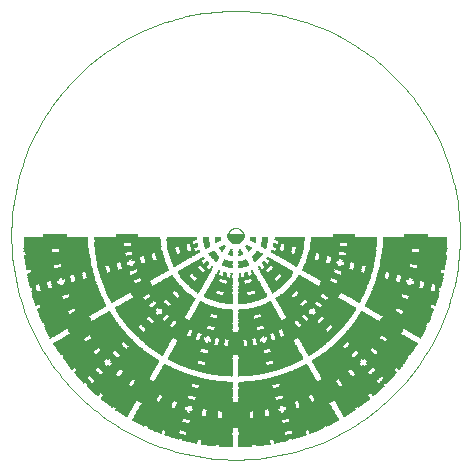
<source format=gto>
G75*
%MOIN*%
%OFA0B0*%
%FSLAX25Y25*%
%IPPOS*%
%LPD*%
%AMOC8*
5,1,8,0,0,1.08239X$1,22.5*
%
%ADD10R,0.00900X0.00050*%
%ADD11R,0.00840X0.00050*%
%ADD12R,0.02300X0.00050*%
%ADD13R,0.02240X0.00050*%
%ADD14R,0.03200X0.00050*%
%ADD15R,0.03140X0.00050*%
%ADD16R,0.04000X0.00050*%
%ADD17R,0.03940X0.00050*%
%ADD18R,0.04540X0.00050*%
%ADD19R,0.04500X0.00050*%
%ADD20R,0.00500X0.00050*%
%ADD21R,0.00960X0.00050*%
%ADD22R,0.00940X0.00050*%
%ADD23R,0.01400X0.00050*%
%ADD24R,0.01800X0.00050*%
%ADD25R,0.04490X0.00050*%
%ADD26R,0.02250X0.00050*%
%ADD27R,0.02200X0.00050*%
%ADD28R,0.02650X0.00050*%
%ADD29R,0.02600X0.00050*%
%ADD30R,0.03010X0.00050*%
%ADD31R,0.04990X0.00050*%
%ADD32R,0.05000X0.00050*%
%ADD33R,0.02940X0.00050*%
%ADD34R,0.03350X0.00050*%
%ADD35R,0.05590X0.00050*%
%ADD36R,0.05550X0.00050*%
%ADD37R,0.03300X0.00050*%
%ADD38R,0.09450X0.00050*%
%ADD39R,0.09390X0.00050*%
%ADD40R,0.09790X0.00050*%
%ADD41R,0.09750X0.00050*%
%ADD42R,0.10090X0.00050*%
%ADD43R,0.10050X0.00050*%
%ADD44R,0.10390X0.00050*%
%ADD45R,0.10350X0.00050*%
%ADD46R,0.10640X0.00050*%
%ADD47R,0.10650X0.00050*%
%ADD48R,0.10590X0.00050*%
%ADD49R,0.00210X0.00050*%
%ADD50R,0.00150X0.00050*%
%ADD51R,0.00510X0.00050*%
%ADD52R,0.00750X0.00050*%
%ADD53R,0.01060X0.00050*%
%ADD54R,0.01000X0.00050*%
%ADD55R,0.01300X0.00050*%
%ADD56R,0.10550X0.00050*%
%ADD57R,0.01250X0.00050*%
%ADD58R,0.01560X0.00050*%
%ADD59R,0.01490X0.00050*%
%ADD60R,0.01760X0.00050*%
%ADD61R,0.10540X0.00050*%
%ADD62R,0.01690X0.00050*%
%ADD63R,0.02000X0.00050*%
%ADD64R,0.02260X0.00050*%
%ADD65R,0.02510X0.00050*%
%ADD66R,0.02440X0.00050*%
%ADD67R,0.02750X0.00050*%
%ADD68R,0.10490X0.00050*%
%ADD69R,0.02700X0.00050*%
%ADD70R,0.02950X0.00050*%
%ADD71R,0.02900X0.00050*%
%ADD72R,0.03210X0.00050*%
%ADD73R,0.03190X0.00050*%
%ADD74R,0.03410X0.00050*%
%ADD75R,0.03390X0.00050*%
%ADD76R,0.03610X0.00050*%
%ADD77R,0.03590X0.00050*%
%ADD78R,0.03860X0.00050*%
%ADD79R,0.10450X0.00050*%
%ADD80R,0.03790X0.00050*%
%ADD81R,0.04060X0.00050*%
%ADD82R,0.03990X0.00050*%
%ADD83R,0.04260X0.00050*%
%ADD84R,0.04190X0.00050*%
%ADD85R,0.04460X0.00050*%
%ADD86R,0.04440X0.00050*%
%ADD87R,0.04660X0.00050*%
%ADD88R,0.04640X0.00050*%
%ADD89R,0.04910X0.00050*%
%ADD90R,0.04840X0.00050*%
%ADD91R,0.05010X0.00050*%
%ADD92R,0.04940X0.00050*%
%ADD93R,0.04950X0.00050*%
%ADD94R,0.10690X0.00050*%
%ADD95R,0.10990X0.00050*%
%ADD96R,0.11000X0.00050*%
%ADD97R,0.11240X0.00050*%
%ADD98R,0.11250X0.00050*%
%ADD99R,0.11540X0.00050*%
%ADD100R,0.11550X0.00050*%
%ADD101R,0.16600X0.00050*%
%ADD102R,0.00200X0.00050*%
%ADD103R,0.00400X0.00050*%
%ADD104R,0.16640X0.00050*%
%ADD105R,0.00560X0.00050*%
%ADD106R,0.16840X0.00050*%
%ADD107R,0.00550X0.00050*%
%ADD108R,0.00810X0.00050*%
%ADD109R,0.17040X0.00050*%
%ADD110R,0.00950X0.00050*%
%ADD111R,0.17240X0.00050*%
%ADD112R,0.17200X0.00050*%
%ADD113R,0.01110X0.00050*%
%ADD114R,0.17390X0.00050*%
%ADD115R,0.17400X0.00050*%
%ADD116R,0.01100X0.00050*%
%ADD117R,0.01360X0.00050*%
%ADD118R,0.17590X0.00050*%
%ADD119R,0.17600X0.00050*%
%ADD120R,0.19290X0.00050*%
%ADD121R,0.19250X0.00050*%
%ADD122R,0.19450X0.00050*%
%ADD123R,0.19400X0.00050*%
%ADD124R,0.19650X0.00050*%
%ADD125R,0.19590X0.00050*%
%ADD126R,0.19790X0.00050*%
%ADD127R,0.19750X0.00050*%
%ADD128R,0.19950X0.00050*%
%ADD129R,0.19890X0.00050*%
%ADD130R,0.20090X0.00050*%
%ADD131R,0.20050X0.00050*%
%ADD132R,0.20290X0.00050*%
%ADD133R,0.20250X0.00050*%
%ADD134R,0.20450X0.00050*%
%ADD135R,0.20390X0.00050*%
%ADD136R,0.20590X0.00050*%
%ADD137R,0.20550X0.00050*%
%ADD138R,0.20750X0.00050*%
%ADD139R,0.20700X0.00050*%
%ADD140R,0.20890X0.00050*%
%ADD141R,0.20840X0.00050*%
%ADD142R,0.21050X0.00050*%
%ADD143R,0.20990X0.00050*%
%ADD144R,0.21190X0.00050*%
%ADD145R,0.21150X0.00050*%
%ADD146R,0.21350X0.00050*%
%ADD147R,0.21300X0.00050*%
%ADD148R,0.21490X0.00050*%
%ADD149R,0.21440X0.00050*%
%ADD150R,0.21650X0.00050*%
%ADD151R,0.21590X0.00050*%
%ADD152R,0.21790X0.00050*%
%ADD153R,0.21750X0.00050*%
%ADD154R,0.21950X0.00050*%
%ADD155R,0.21900X0.00050*%
%ADD156R,0.22090X0.00050*%
%ADD157R,0.22040X0.00050*%
%ADD158R,0.06450X0.00050*%
%ADD159R,0.15640X0.00050*%
%ADD160R,0.15600X0.00050*%
%ADD161R,0.06390X0.00050*%
%ADD162R,0.06350X0.00050*%
%ADD163R,0.06360X0.00050*%
%ADD164R,0.06250X0.00050*%
%ADD165R,0.15540X0.00050*%
%ADD166R,0.06210X0.00050*%
%ADD167R,0.06010X0.00050*%
%ADD168R,0.05810X0.00050*%
%ADD169R,0.05610X0.00050*%
%ADD170R,0.05600X0.00050*%
%ADD171R,0.05400X0.00050*%
%ADD172R,0.15500X0.00050*%
%ADD173R,0.05200X0.00050*%
%ADD174R,0.04760X0.00050*%
%ADD175R,0.15440X0.00050*%
%ADD176R,0.04790X0.00050*%
%ADD177R,0.04610X0.00050*%
%ADD178R,0.04590X0.00050*%
%ADD179R,0.04390X0.00050*%
%ADD180R,0.00090X0.00050*%
%ADD181R,0.00300X0.00050*%
%ADD182R,0.04400X0.00050*%
%ADD183R,0.00250X0.00050*%
%ADD184R,0.15400X0.00050*%
%ADD185R,0.00600X0.00050*%
%ADD186R,0.04360X0.00050*%
%ADD187R,0.00540X0.00050*%
%ADD188R,0.00700X0.00050*%
%ADD189R,0.04410X0.00050*%
%ADD190R,0.00650X0.00050*%
%ADD191R,0.00850X0.00050*%
%ADD192R,0.04350X0.00050*%
%ADD193R,0.00860X0.00050*%
%ADD194R,0.15340X0.00050*%
%ADD195R,0.01160X0.00050*%
%ADD196R,0.01150X0.00050*%
%ADD197R,0.01350X0.00050*%
%ADD198R,0.04340X0.00050*%
%ADD199R,0.01450X0.00050*%
%ADD200R,0.01610X0.00050*%
%ADD201R,0.15300X0.00050*%
%ADD202R,0.01600X0.00050*%
%ADD203R,0.01900X0.00050*%
%ADD204R,0.01850X0.00050*%
%ADD205R,0.04300X0.00050*%
%ADD206R,0.02210X0.00050*%
%ADD207R,0.04310X0.00050*%
%ADD208R,0.15800X0.00050*%
%ADD209R,0.02140X0.00050*%
%ADD210R,0.02310X0.00050*%
%ADD211R,0.16000X0.00050*%
%ADD212R,0.02450X0.00050*%
%ADD213R,0.16200X0.00050*%
%ADD214R,0.16140X0.00050*%
%ADD215R,0.16340X0.00050*%
%ADD216R,0.02560X0.00050*%
%ADD217R,0.04560X0.00050*%
%ADD218R,0.16540X0.00050*%
%ADD219R,0.04550X0.00050*%
%ADD220R,0.02910X0.00050*%
%ADD221R,0.04710X0.00050*%
%ADD222R,0.16740X0.00050*%
%ADD223R,0.04690X0.00050*%
%ADD224R,0.02850X0.00050*%
%ADD225R,0.04850X0.00050*%
%ADD226R,0.16940X0.00050*%
%ADD227R,0.16900X0.00050*%
%ADD228R,0.02960X0.00050*%
%ADD229R,0.03150X0.00050*%
%ADD230R,0.17090X0.00050*%
%ADD231R,0.17100X0.00050*%
%ADD232R,0.05050X0.00050*%
%ADD233R,0.05150X0.00050*%
%ADD234R,0.17290X0.00050*%
%ADD235R,0.17300X0.00050*%
%ADD236R,0.05140X0.00050*%
%ADD237R,0.03250X0.00050*%
%ADD238R,0.03400X0.00050*%
%ADD239R,0.05300X0.00050*%
%ADD240R,0.17490X0.00050*%
%ADD241R,0.17450X0.00050*%
%ADD242R,0.05290X0.00050*%
%ADD243R,0.03340X0.00050*%
%ADD244R,0.03560X0.00050*%
%ADD245R,0.23150X0.00050*%
%ADD246R,0.03540X0.00050*%
%ADD247R,0.27000X0.00050*%
%ADD248R,0.26950X0.00050*%
%ADD249R,0.27100X0.00050*%
%ADD250R,0.27040X0.00050*%
%ADD251R,0.27240X0.00050*%
%ADD252R,0.27200X0.00050*%
%ADD253R,0.27340X0.00050*%
%ADD254R,0.27290X0.00050*%
%ADD255R,0.27440X0.00050*%
%ADD256R,0.27400X0.00050*%
%ADD257R,0.27540X0.00050*%
%ADD258R,0.27490X0.00050*%
%ADD259R,0.27700X0.00050*%
%ADD260R,0.27640X0.00050*%
%ADD261R,0.27790X0.00050*%
%ADD262R,0.27750X0.00050*%
%ADD263R,0.27890X0.00050*%
%ADD264R,0.27840X0.00050*%
%ADD265R,0.27990X0.00050*%
%ADD266R,0.27950X0.00050*%
%ADD267R,0.28140X0.00050*%
%ADD268R,0.28090X0.00050*%
%ADD269R,0.28240X0.00050*%
%ADD270R,0.28200X0.00050*%
%ADD271R,0.28290X0.00050*%
%ADD272R,0.58450X0.00050*%
%ADD273R,0.58400X0.00050*%
%ADD274R,0.58300X0.00050*%
%ADD275R,0.58590X0.00050*%
%ADD276R,0.58850X0.00050*%
%ADD277R,0.00100X0.00050*%
%ADD278R,0.59040X0.00050*%
%ADD279R,0.00050X0.00050*%
%ADD280R,0.59250X0.00050*%
%ADD281R,0.00350X0.00050*%
%ADD282R,0.59500X0.00050*%
%ADD283R,0.00290X0.00050*%
%ADD284R,0.00450X0.00050*%
%ADD285R,0.59690X0.00050*%
%ADD286R,0.59900X0.00050*%
%ADD287R,0.60090X0.00050*%
%ADD288R,0.00710X0.00050*%
%ADD289R,0.60350X0.00050*%
%ADD290R,0.00800X0.00050*%
%ADD291R,0.62450X0.00050*%
%ADD292R,0.62640X0.00050*%
%ADD293R,0.62850X0.00050*%
%ADD294R,0.63040X0.00050*%
%ADD295R,0.63250X0.00050*%
%ADD296R,0.63440X0.00050*%
%ADD297R,0.63650X0.00050*%
%ADD298R,0.63850X0.00050*%
%ADD299R,0.64060X0.00050*%
%ADD300R,0.64250X0.00050*%
%ADD301R,0.16550X0.00050*%
%ADD302R,0.31210X0.00050*%
%ADD303R,0.16560X0.00050*%
%ADD304R,0.16510X0.00050*%
%ADD305R,0.31150X0.00050*%
%ADD306R,0.16450X0.00050*%
%ADD307R,0.16410X0.00050*%
%ADD308R,0.31090X0.00050*%
%ADD309R,0.16360X0.00050*%
%ADD310R,0.16310X0.00050*%
%ADD311R,0.16290X0.00050*%
%ADD312R,0.16250X0.00050*%
%ADD313R,0.31050X0.00050*%
%ADD314R,0.16100X0.00050*%
%ADD315R,0.16050X0.00050*%
%ADD316R,0.31010X0.00050*%
%ADD317R,0.15950X0.00050*%
%ADD318R,0.15900X0.00050*%
%ADD319R,0.15910X0.00050*%
%ADD320R,0.15860X0.00050*%
%ADD321R,0.30950X0.00050*%
%ADD322R,0.15810X0.00050*%
%ADD323R,0.15760X0.00050*%
%ADD324R,0.15710X0.00050*%
%ADD325R,0.15660X0.00050*%
%ADD326R,0.30890X0.00050*%
%ADD327R,0.15610X0.00050*%
%ADD328R,0.15560X0.00050*%
%ADD329R,0.15550X0.00050*%
%ADD330R,0.30850X0.00050*%
%ADD331R,0.30810X0.00050*%
%ADD332R,0.15510X0.00050*%
%ADD333R,0.30750X0.00050*%
%ADD334R,0.15790X0.00050*%
%ADD335R,0.30690X0.00050*%
%ADD336R,0.16040X0.00050*%
%ADD337R,0.15990X0.00050*%
%ADD338R,0.30650X0.00050*%
%ADD339R,0.16190X0.00050*%
%ADD340R,0.16210X0.00050*%
%ADD341R,0.16350X0.00050*%
%ADD342R,0.30610X0.00050*%
%ADD343R,0.16300X0.00050*%
%ADD344R,0.30550X0.00050*%
%ADD345R,0.16650X0.00050*%
%ADD346R,0.16590X0.00050*%
%ADD347R,0.31290X0.00050*%
%ADD348R,0.31690X0.00050*%
%ADD349R,0.32090X0.00050*%
%ADD350R,0.32450X0.00050*%
%ADD351R,0.32810X0.00050*%
%ADD352R,0.33210X0.00050*%
%ADD353R,0.33610X0.00050*%
%ADD354R,0.16490X0.00050*%
%ADD355R,0.33890X0.00050*%
%ADD356R,0.16500X0.00050*%
%ADD357R,0.12200X0.00050*%
%ADD358R,0.16440X0.00050*%
%ADD359R,0.11850X0.00050*%
%ADD360R,0.11840X0.00050*%
%ADD361R,0.28100X0.00050*%
%ADD362R,0.28050X0.00050*%
%ADD363R,0.09410X0.00050*%
%ADD364R,0.28000X0.00050*%
%ADD365R,0.27940X0.00050*%
%ADD366R,0.27960X0.00050*%
%ADD367R,0.27910X0.00050*%
%ADD368R,0.09350X0.00050*%
%ADD369R,0.27900X0.00050*%
%ADD370R,0.23610X0.00050*%
%ADD371R,0.04110X0.00050*%
%ADD372R,0.04150X0.00050*%
%ADD373R,0.00260X0.00050*%
%ADD374R,0.23310X0.00050*%
%ADD375R,0.23290X0.00050*%
%ADD376R,0.23000X0.00050*%
%ADD377R,0.09290X0.00050*%
%ADD378R,0.04090X0.00050*%
%ADD379R,0.22990X0.00050*%
%ADD380R,0.22700X0.00050*%
%ADD381R,0.22640X0.00050*%
%ADD382R,0.22410X0.00050*%
%ADD383R,0.04100X0.00050*%
%ADD384R,0.22440X0.00050*%
%ADD385R,0.00690X0.00050*%
%ADD386R,0.22360X0.00050*%
%ADD387R,0.22400X0.00050*%
%ADD388R,0.22350X0.00050*%
%ADD389R,0.04050X0.00050*%
%ADD390R,0.22290X0.00050*%
%ADD391R,0.22300X0.00050*%
%ADD392R,0.09250X0.00050*%
%ADD393R,0.01500X0.00050*%
%ADD394R,0.22250X0.00050*%
%ADD395R,0.01650X0.00050*%
%ADD396R,0.22260X0.00050*%
%ADD397R,0.01700X0.00050*%
%ADD398R,0.04040X0.00050*%
%ADD399R,0.22210X0.00050*%
%ADD400R,0.01710X0.00050*%
%ADD401R,0.09210X0.00050*%
%ADD402R,0.01950X0.00050*%
%ADD403R,0.22150X0.00050*%
%ADD404R,0.01960X0.00050*%
%ADD405R,0.02050X0.00050*%
%ADD406R,0.22160X0.00050*%
%ADD407R,0.22190X0.00050*%
%ADD408R,0.02010X0.00050*%
%ADD409R,0.22110X0.00050*%
%ADD410R,0.22140X0.00050*%
%ADD411R,0.02150X0.00050*%
%ADD412R,0.02400X0.00050*%
%ADD413R,0.22100X0.00050*%
%ADD414R,0.02340X0.00050*%
%ADD415R,0.09150X0.00050*%
%ADD416R,0.22050X0.00050*%
%ADD417R,0.02460X0.00050*%
%ADD418R,0.02610X0.00050*%
%ADD419R,0.04010X0.00050*%
%ADD420R,0.02710X0.00050*%
%ADD421R,0.17800X0.00050*%
%ADD422R,0.04210X0.00050*%
%ADD423R,0.17810X0.00050*%
%ADD424R,0.02810X0.00050*%
%ADD425R,0.17610X0.00050*%
%ADD426R,0.02760X0.00050*%
%ADD427R,0.17360X0.00050*%
%ADD428R,0.17350X0.00050*%
%ADD429R,0.02890X0.00050*%
%ADD430R,0.17160X0.00050*%
%ADD431R,0.09090X0.00050*%
%ADD432R,0.17110X0.00050*%
%ADD433R,0.03000X0.00050*%
%ADD434R,0.03160X0.00050*%
%ADD435R,0.16950X0.00050*%
%ADD436R,0.03100X0.00050*%
%ADD437R,0.16750X0.00050*%
%ADD438R,0.16700X0.00050*%
%ADD439R,0.03360X0.00050*%
%ADD440R,0.03310X0.00050*%
%ADD441R,0.03460X0.00050*%
%ADD442R,0.03950X0.00050*%
%ADD443R,0.03510X0.00050*%
%ADD444R,0.03660X0.00050*%
%ADD445R,0.16400X0.00050*%
%ADD446R,0.00460X0.00050*%
%ADD447R,0.03490X0.00050*%
%ADD448R,0.00440X0.00050*%
%ADD449R,0.03600X0.00050*%
%ADD450R,0.03760X0.00050*%
%ADD451R,0.16460X0.00050*%
%ADD452R,0.00240X0.00050*%
%ADD453R,0.03960X0.00050*%
%ADD454R,0.09050X0.00050*%
%ADD455R,0.03450X0.00050*%
%ADD456R,0.03740X0.00050*%
%ADD457R,0.00040X0.00050*%
%ADD458R,0.03800X0.00050*%
%ADD459R,0.09490X0.00050*%
%ADD460R,0.04160X0.00050*%
%ADD461R,0.10600X0.00050*%
%ADD462R,0.04250X0.00050*%
%ADD463R,0.19390X0.00050*%
%ADD464R,0.04450X0.00050*%
%ADD465R,0.19350X0.00050*%
%ADD466R,0.04810X0.00050*%
%ADD467R,0.15650X0.00050*%
%ADD468R,0.19310X0.00050*%
%ADD469R,0.05110X0.00050*%
%ADD470R,0.15590X0.00050*%
%ADD471R,0.05210X0.00050*%
%ADD472R,0.05190X0.00050*%
%ADD473R,0.05160X0.00050*%
%ADD474R,0.20950X0.00050*%
%ADD475R,0.15490X0.00050*%
%ADD476R,0.21510X0.00050*%
%ADD477R,0.28490X0.00050*%
%ADD478R,0.15450X0.00050*%
%ADD479R,0.05310X0.00050*%
%ADD480R,0.11660X0.00050*%
%ADD481R,0.05250X0.00050*%
%ADD482R,0.05410X0.00050*%
%ADD483R,0.11500X0.00050*%
%ADD484R,0.28690X0.00050*%
%ADD485R,0.11510X0.00050*%
%ADD486R,0.05460X0.00050*%
%ADD487R,0.11310X0.00050*%
%ADD488R,0.29050X0.00050*%
%ADD489R,0.11350X0.00050*%
%ADD490R,0.05450X0.00050*%
%ADD491R,0.11160X0.00050*%
%ADD492R,0.29410X0.00050*%
%ADD493R,0.05660X0.00050*%
%ADD494R,0.29610X0.00050*%
%ADD495R,0.10940X0.00050*%
%ADD496R,0.05690X0.00050*%
%ADD497R,0.10810X0.00050*%
%ADD498R,0.03550X0.00050*%
%ADD499R,0.10840X0.00050*%
%ADD500R,0.05740X0.00050*%
%ADD501R,0.05860X0.00050*%
%ADD502R,0.10710X0.00050*%
%ADD503R,0.29550X0.00050*%
%ADD504R,0.10660X0.00050*%
%ADD505R,0.05900X0.00050*%
%ADD506R,0.06000X0.00050*%
%ADD507R,0.10500X0.00050*%
%ADD508R,0.05940X0.00050*%
%ADD509R,0.06100X0.00050*%
%ADD510R,0.10410X0.00050*%
%ADD511R,0.29490X0.00050*%
%ADD512R,0.06110X0.00050*%
%ADD513R,0.06150X0.00050*%
%ADD514R,0.06300X0.00050*%
%ADD515R,0.10400X0.00050*%
%ADD516R,0.29450X0.00050*%
%ADD517R,0.00310X0.00050*%
%ADD518R,0.10340X0.00050*%
%ADD519R,0.06400X0.00050*%
%ADD520R,0.06500X0.00050*%
%ADD521R,0.06550X0.00050*%
%ADD522R,0.06590X0.00050*%
%ADD523R,0.07400X0.00050*%
%ADD524R,0.29350X0.00050*%
%ADD525R,0.07340X0.00050*%
%ADD526R,0.07500X0.00050*%
%ADD527R,0.10300X0.00050*%
%ADD528R,0.10360X0.00050*%
%ADD529R,0.07450X0.00050*%
%ADD530R,0.07600X0.00050*%
%ADD531R,0.07610X0.00050*%
%ADD532R,0.07700X0.00050*%
%ADD533R,0.10290X0.00050*%
%ADD534R,0.30010X0.00050*%
%ADD535R,0.04200X0.00050*%
%ADD536R,0.07650X0.00050*%
%ADD537R,0.07750X0.00050*%
%ADD538R,0.30350X0.00050*%
%ADD539R,0.07740X0.00050*%
%ADD540R,0.07900X0.00050*%
%ADD541R,0.07850X0.00050*%
%ADD542R,0.07950X0.00050*%
%ADD543R,0.07940X0.00050*%
%ADD544R,0.08050X0.00050*%
%ADD545R,0.31450X0.00050*%
%ADD546R,0.07990X0.00050*%
%ADD547R,0.08200X0.00050*%
%ADD548R,0.10240X0.00050*%
%ADD549R,0.40000X0.00050*%
%ADD550R,0.10250X0.00050*%
%ADD551R,0.08160X0.00050*%
%ADD552R,0.08250X0.00050*%
%ADD553R,0.39950X0.00050*%
%ADD554R,0.08340X0.00050*%
%ADD555R,0.39910X0.00050*%
%ADD556R,0.08300X0.00050*%
%ADD557R,0.08440X0.00050*%
%ADD558R,0.08450X0.00050*%
%ADD559R,0.08540X0.00050*%
%ADD560R,0.10200X0.00050*%
%ADD561R,0.39860X0.00050*%
%ADD562R,0.08490X0.00050*%
%ADD563R,0.08640X0.00050*%
%ADD564R,0.39800X0.00050*%
%ADD565R,0.08590X0.00050*%
%ADD566R,0.08740X0.00050*%
%ADD567R,0.10190X0.00050*%
%ADD568R,0.10260X0.00050*%
%ADD569R,0.08700X0.00050*%
%ADD570R,0.08840X0.00050*%
%ADD571R,0.39750X0.00050*%
%ADD572R,0.10210X0.00050*%
%ADD573R,0.08800X0.00050*%
%ADD574R,0.08890X0.00050*%
%ADD575R,0.39710X0.00050*%
%ADD576R,0.10160X0.00050*%
%ADD577R,0.08900X0.00050*%
%ADD578R,0.09040X0.00050*%
%ADD579R,0.10150X0.00050*%
%ADD580R,0.39660X0.00050*%
%ADD581R,0.09010X0.00050*%
%ADD582R,0.39600X0.00050*%
%ADD583R,0.10140X0.00050*%
%ADD584R,0.09190X0.00050*%
%ADD585R,0.09140X0.00050*%
%ADD586R,0.09340X0.00050*%
%ADD587R,0.39550X0.00050*%
%ADD588R,0.09300X0.00050*%
%ADD589R,0.39510X0.00050*%
%ADD590R,0.09400X0.00050*%
%ADD591R,0.09590X0.00050*%
%ADD592R,0.39460X0.00050*%
%ADD593R,0.09610X0.00050*%
%ADD594R,0.09690X0.00050*%
%ADD595R,0.18690X0.00050*%
%ADD596R,0.18700X0.00050*%
%ADD597R,0.09660X0.00050*%
%ADD598R,0.09740X0.00050*%
%ADD599R,0.10440X0.00050*%
%ADD600R,0.09840X0.00050*%
%ADD601R,0.06050X0.00050*%
%ADD602R,0.18650X0.00050*%
%ADD603R,0.09800X0.00050*%
%ADD604R,0.09990X0.00050*%
%ADD605R,0.09950X0.00050*%
%ADD606R,0.10040X0.00050*%
%ADD607R,0.18600X0.00050*%
%ADD608R,0.18590X0.00050*%
%ADD609R,0.10110X0.00050*%
%ADD610R,0.04290X0.00050*%
%ADD611R,0.05960X0.00050*%
%ADD612R,0.18850X0.00050*%
%ADD613R,0.05910X0.00050*%
%ADD614R,0.18990X0.00050*%
%ADD615R,0.18950X0.00050*%
%ADD616R,0.05850X0.00050*%
%ADD617R,0.19090X0.00050*%
%ADD618R,0.19100X0.00050*%
%ADD619R,0.10700X0.00050*%
%ADD620R,0.10790X0.00050*%
%ADD621R,0.05950X0.00050*%
%ADD622R,0.10750X0.00050*%
%ADD623R,0.05990X0.00050*%
%ADD624R,0.10860X0.00050*%
%ADD625R,0.19550X0.00050*%
%ADD626R,0.19490X0.00050*%
%ADD627R,0.06160X0.00050*%
%ADD628R,0.10960X0.00050*%
%ADD629R,0.11090X0.00050*%
%ADD630R,0.06260X0.00050*%
%ADD631R,0.11050X0.00050*%
%ADD632R,0.11140X0.00050*%
%ADD633R,0.11440X0.00050*%
%ADD634R,0.12500X0.00050*%
%ADD635R,0.11490X0.00050*%
%ADD636R,0.11100X0.00050*%
%ADD637R,0.11190X0.00050*%
%ADD638R,0.17940X0.00050*%
%ADD639R,0.12450X0.00050*%
%ADD640R,0.17950X0.00050*%
%ADD641R,0.18060X0.00050*%
%ADD642R,0.10850X0.00050*%
%ADD643R,0.18000X0.00050*%
%ADD644R,0.18110X0.00050*%
%ADD645R,0.12440X0.00050*%
%ADD646R,0.18040X0.00050*%
%ADD647R,0.18200X0.00050*%
%ADD648R,0.18150X0.00050*%
%ADD649R,0.18300X0.00050*%
%ADD650R,0.12400X0.00050*%
%ADD651R,0.18250X0.00050*%
%ADD652R,0.18350X0.00050*%
%ADD653R,0.09940X0.00050*%
%ADD654R,0.18460X0.00050*%
%ADD655R,0.18410X0.00050*%
%ADD656R,0.18510X0.00050*%
%ADD657R,0.09600X0.00050*%
%ADD658R,0.09560X0.00050*%
%ADD659R,0.18500X0.00050*%
%ADD660R,0.12350X0.00050*%
%ADD661R,0.09360X0.00050*%
%ADD662R,0.12340X0.00050*%
%ADD663R,0.18810X0.00050*%
%ADD664R,0.08940X0.00050*%
%ADD665R,0.08950X0.00050*%
%ADD666R,0.18750X0.00050*%
%ADD667R,0.08860X0.00050*%
%ADD668R,0.18800X0.00050*%
%ADD669R,0.08790X0.00050*%
%ADD670R,0.12300X0.00050*%
%ADD671R,0.08850X0.00050*%
%ADD672R,0.18760X0.00050*%
%ADD673R,0.12250X0.00050*%
%ADD674R,0.12240X0.00050*%
%ADD675R,0.18710X0.00050*%
%ADD676R,0.08750X0.00050*%
%ADD677R,0.18660X0.00050*%
%ADD678R,0.08810X0.00050*%
%ADD679R,0.18640X0.00050*%
%ADD680R,0.18610X0.00050*%
%ADD681R,0.08760X0.00050*%
%ADD682R,0.18550X0.00050*%
%ADD683R,0.18560X0.00050*%
%ADD684R,0.12600X0.00050*%
%ADD685R,0.12550X0.00050*%
%ADD686R,0.08690X0.00050*%
%ADD687R,0.18540X0.00050*%
%ADD688R,0.12740X0.00050*%
%ADD689R,0.12750X0.00050*%
%ADD690R,0.18490X0.00050*%
%ADD691R,0.12940X0.00050*%
%ADD692R,0.12950X0.00050*%
%ADD693R,0.08650X0.00050*%
%ADD694R,0.13140X0.00050*%
%ADD695R,0.08710X0.00050*%
%ADD696R,0.13300X0.00050*%
%ADD697R,0.13500X0.00050*%
%ADD698R,0.18450X0.00050*%
%ADD699R,0.18440X0.00050*%
%ADD700R,0.09000X0.00050*%
%ADD701R,0.13700X0.00050*%
%ADD702R,0.09100X0.00050*%
%ADD703R,0.13900X0.00050*%
%ADD704R,0.13840X0.00050*%
%ADD705R,0.09240X0.00050*%
%ADD706R,0.14040X0.00050*%
%ADD707R,0.09200X0.00050*%
%ADD708R,0.00490X0.00050*%
%ADD709R,0.14240X0.00050*%
%ADD710R,0.00590X0.00050*%
%ADD711R,0.09440X0.00050*%
%ADD712R,0.14440X0.00050*%
%ADD713R,0.09500X0.00050*%
%ADD714R,0.24140X0.00050*%
%ADD715R,0.24150X0.00050*%
%ADD716R,0.24240X0.00050*%
%ADD717R,0.00890X0.00050*%
%ADD718R,0.01050X0.00050*%
%ADD719R,0.18860X0.00050*%
%ADD720R,0.24390X0.00050*%
%ADD721R,0.24350X0.00050*%
%ADD722R,0.18890X0.00050*%
%ADD723R,0.43450X0.00050*%
%ADD724R,0.43550X0.00050*%
%ADD725R,0.43500X0.00050*%
%ADD726R,0.01200X0.00050*%
%ADD727R,0.43600X0.00050*%
%ADD728R,0.01290X0.00050*%
%ADD729R,0.01390X0.00050*%
%ADD730R,0.43650X0.00050*%
%ADD731R,0.43700X0.00050*%
%ADD732R,0.01640X0.00050*%
%ADD733R,0.43750X0.00050*%
%ADD734R,0.01590X0.00050*%
%ADD735R,0.01740X0.00050*%
%ADD736R,0.43850X0.00050*%
%ADD737R,0.43790X0.00050*%
%ADD738R,0.01840X0.00050*%
%ADD739R,0.43900X0.00050*%
%ADD740R,0.01890X0.00050*%
%ADD741R,0.43950X0.00050*%
%ADD742R,0.01990X0.00050*%
%ADD743R,0.44000X0.00050*%
%ADD744R,0.43990X0.00050*%
%ADD745R,0.46140X0.00050*%
%ADD746R,0.46100X0.00050*%
%ADD747R,0.46190X0.00050*%
%ADD748R,0.46150X0.00050*%
%ADD749R,0.46240X0.00050*%
%ADD750R,0.46340X0.00050*%
%ADD751R,0.46300X0.00050*%
%ADD752R,0.46390X0.00050*%
%ADD753R,0.46350X0.00050*%
%ADD754R,0.46440X0.00050*%
%ADD755R,0.46490X0.00050*%
%ADD756R,0.46540X0.00050*%
%ADD757R,0.46500X0.00050*%
%ADD758R,0.46590X0.00050*%
%ADD759R,0.46550X0.00050*%
%ADD760R,0.46640X0.00050*%
%ADD761R,0.46690X0.00050*%
%ADD762R,0.46740X0.00050*%
%ADD763R,0.46700X0.00050*%
%ADD764R,0.46790X0.00050*%
%ADD765R,0.46750X0.00050*%
%ADD766R,0.46840X0.00050*%
%ADD767R,0.46940X0.00050*%
%ADD768R,0.46900X0.00050*%
%ADD769R,0.46990X0.00050*%
%ADD770R,0.46950X0.00050*%
%ADD771R,0.47040X0.00050*%
%ADD772R,0.47090X0.00050*%
%ADD773R,0.47140X0.00050*%
%ADD774R,0.47100X0.00050*%
%ADD775R,0.47190X0.00050*%
%ADD776R,0.47150X0.00050*%
%ADD777R,0.47240X0.00050*%
%ADD778R,0.47290X0.00050*%
%ADD779R,0.47340X0.00050*%
%ADD780R,0.47300X0.00050*%
%ADD781R,0.47390X0.00050*%
%ADD782R,0.47350X0.00050*%
%ADD783R,0.47440X0.00050*%
%ADD784R,0.47490X0.00050*%
%ADD785R,0.47540X0.00050*%
%ADD786R,0.47500X0.00050*%
%ADD787R,0.47590X0.00050*%
%ADD788R,0.47550X0.00050*%
%ADD789R,0.36050X0.00050*%
%ADD790R,0.11450X0.00050*%
%ADD791R,0.36040X0.00050*%
%ADD792R,0.35950X0.00050*%
%ADD793R,0.35900X0.00050*%
%ADD794R,0.35800X0.00050*%
%ADD795R,0.35750X0.00050*%
%ADD796R,0.35640X0.00050*%
%ADD797R,0.11400X0.00050*%
%ADD798R,0.35590X0.00050*%
%ADD799R,0.35490X0.00050*%
%ADD800R,0.11390X0.00050*%
%ADD801R,0.35400X0.00050*%
%ADD802R,0.35350X0.00050*%
%ADD803R,0.35250X0.00050*%
%ADD804R,0.35200X0.00050*%
%ADD805R,0.35100X0.00050*%
%ADD806R,0.35040X0.00050*%
%ADD807R,0.34990X0.00050*%
%ADD808R,0.11340X0.00050*%
%ADD809R,0.34940X0.00050*%
%ADD810R,0.34840X0.00050*%
%ADD811R,0.34800X0.00050*%
%ADD812R,0.34690X0.00050*%
%ADD813R,0.11300X0.00050*%
%ADD814R,0.34650X0.00050*%
%ADD815R,0.34540X0.00050*%
%ADD816R,0.34550X0.00050*%
%ADD817R,0.34450X0.00050*%
%ADD818R,0.11290X0.00050*%
%ADD819R,0.34400X0.00050*%
%ADD820R,0.14550X0.00050*%
%ADD821R,0.19850X0.00050*%
%ADD822R,0.19810X0.00050*%
%ADD823R,0.14500X0.00050*%
%ADD824R,0.19800X0.00050*%
%ADD825R,0.14450X0.00050*%
%ADD826R,0.19740X0.00050*%
%ADD827R,0.14410X0.00050*%
%ADD828R,0.14350X0.00050*%
%ADD829R,0.19690X0.00050*%
%ADD830R,0.11200X0.00050*%
%ADD831R,0.14360X0.00050*%
%ADD832R,0.14200X0.00050*%
%ADD833R,0.19710X0.00050*%
%ADD834R,0.14100X0.00050*%
%ADD835R,0.19700X0.00050*%
%ADD836R,0.13950X0.00050*%
%ADD837R,0.11150X0.00050*%
%ADD838R,0.19660X0.00050*%
%ADD839R,0.14010X0.00050*%
%ADD840R,0.13850X0.00050*%
%ADD841R,0.19640X0.00050*%
%ADD842R,0.13750X0.00050*%
%ADD843R,0.19540X0.00050*%
%ADD844R,0.19610X0.00050*%
%ADD845R,0.13650X0.00050*%
%ADD846R,0.11590X0.00050*%
%ADD847R,0.11600X0.00050*%
%ADD848R,0.19560X0.00050*%
%ADD849R,0.11790X0.00050*%
%ADD850R,0.11800X0.00050*%
%ADD851R,0.13800X0.00050*%
%ADD852R,0.19500X0.00050*%
%ADD853R,0.11990X0.00050*%
%ADD854R,0.12000X0.00050*%
%ADD855R,0.13810X0.00050*%
%ADD856R,0.12150X0.00050*%
%ADD857R,0.14000X0.00050*%
%ADD858R,0.14050X0.00050*%
%ADD859R,0.19440X0.00050*%
%ADD860R,0.12540X0.00050*%
%ADD861R,0.14150X0.00050*%
%ADD862R,0.14160X0.00050*%
%ADD863R,0.12900X0.00050*%
%ADD864R,0.14260X0.00050*%
%ADD865R,0.14300X0.00050*%
%ADD866R,0.13100X0.00050*%
%ADD867R,0.14310X0.00050*%
%ADD868R,0.19360X0.00050*%
%ADD869R,0.32850X0.00050*%
%ADD870R,0.32800X0.00050*%
%ADD871R,0.00410X0.00050*%
%ADD872R,0.32740X0.00050*%
%ADD873R,0.32750X0.00050*%
%ADD874R,0.32700X0.00050*%
%ADD875R,0.32690X0.00050*%
%ADD876R,0.02550X0.00050*%
%ADD877R,0.32650X0.00050*%
%ADD878R,0.32600X0.00050*%
%ADD879R,0.31960X0.00050*%
%ADD880R,0.31900X0.00050*%
%ADD881R,0.12210X0.00050*%
%ADD882R,0.02540X0.00050*%
%ADD883R,0.30900X0.00050*%
%ADD884R,0.23560X0.00050*%
%ADD885R,0.23490X0.00050*%
%ADD886R,0.06290X0.00050*%
%ADD887R,0.12190X0.00050*%
%ADD888R,0.06200X0.00050*%
%ADD889R,0.22600X0.00050*%
%ADD890R,0.22500X0.00050*%
%ADD891R,0.12140X0.00050*%
%ADD892R,0.21800X0.00050*%
%ADD893R,0.12100X0.00050*%
%ADD894R,0.21450X0.00050*%
%ADD895R,0.21400X0.00050*%
%ADD896R,0.12160X0.00050*%
%ADD897R,0.21110X0.00050*%
%ADD898R,0.21100X0.00050*%
%ADD899R,0.05710X0.00050*%
%ADD900R,0.20400X0.00050*%
%ADD901R,0.20060X0.00050*%
%ADD902R,0.20040X0.00050*%
%ADD903R,0.05540X0.00050*%
%ADD904R,0.02490X0.00050*%
%ADD905R,0.05510X0.00050*%
%ADD906R,0.05500X0.00050*%
%ADD907R,0.19340X0.00050*%
%ADD908R,0.19050X0.00050*%
%ADD909R,0.19010X0.00050*%
%ADD910R,0.12410X0.00050*%
%ADD911R,0.02500X0.00050*%
%ADD912R,0.12460X0.00050*%
%ADD913R,0.18290X0.00050*%
%ADD914R,0.17990X0.00050*%
%ADD915R,0.12640X0.00050*%
%ADD916R,0.12700X0.00050*%
%ADD917R,0.17650X0.00050*%
%ADD918R,0.12760X0.00050*%
%ADD919R,0.12800X0.00050*%
%ADD920R,0.05440X0.00050*%
%ADD921R,0.17310X0.00050*%
%ADD922R,0.12810X0.00050*%
%ADD923R,0.05390X0.00050*%
%ADD924R,0.05340X0.00050*%
%ADD925R,0.16610X0.00050*%
%ADD926R,0.12990X0.00050*%
%ADD927R,0.13050X0.00050*%
%ADD928R,0.13150X0.00050*%
%ADD929R,0.05350X0.00050*%
%ADD930R,0.05360X0.00050*%
%ADD931R,0.13200X0.00050*%
%ADD932R,0.15890X0.00050*%
%ADD933R,0.15850X0.00050*%
%ADD934R,0.13250X0.00050*%
%ADD935R,0.15390X0.00050*%
%ADD936R,0.18900X0.00050*%
%ADD937R,0.15190X0.00050*%
%ADD938R,0.15250X0.00050*%
%ADD939R,0.15010X0.00050*%
%ADD940R,0.19040X0.00050*%
%ADD941R,0.02660X0.00050*%
%ADD942R,0.14810X0.00050*%
%ADD943R,0.19150X0.00050*%
%ADD944R,0.19190X0.00050*%
%ADD945R,0.14560X0.00050*%
%ADD946R,0.19210X0.00050*%
%ADD947R,0.02860X0.00050*%
%ADD948R,0.19240X0.00050*%
%ADD949R,0.14400X0.00050*%
%ADD950R,0.03060X0.00050*%
%ADD951R,0.13960X0.00050*%
%ADD952R,0.13890X0.00050*%
%ADD953R,0.13740X0.00050*%
%ADD954R,0.03260X0.00050*%
%ADD955R,0.10460X0.00050*%
%ADD956R,0.13510X0.00050*%
%ADD957R,0.13310X0.00050*%
%ADD958R,0.13040X0.00050*%
%ADD959R,0.12840X0.00050*%
%ADD960R,0.12850X0.00050*%
%ADD961R,0.03500X0.00050*%
%ADD962R,0.12660X0.00050*%
%ADD963R,0.12650X0.00050*%
%ADD964R,0.03710X0.00050*%
%ADD965R,0.12390X0.00050*%
%ADD966R,0.03700X0.00050*%
%ADD967R,0.03810X0.00050*%
%ADD968R,0.03910X0.00050*%
%ADD969R,0.08990X0.00050*%
%ADD970R,0.11960X0.00050*%
%ADD971R,0.03900X0.00050*%
%ADD972R,0.10310X0.00050*%
%ADD973R,0.01240X0.00050*%
%ADD974R,0.11750X0.00050*%
%ADD975R,0.11360X0.00050*%
%ADD976R,0.13190X0.00050*%
%ADD977R,0.10900X0.00050*%
%ADD978R,0.04600X0.00050*%
%ADD979R,0.13160X0.00050*%
%ADD980R,0.04900X0.00050*%
%ADD981R,0.05240X0.00050*%
%ADD982R,0.08040X0.00050*%
%ADD983R,0.04960X0.00050*%
%ADD984R,0.05840X0.00050*%
%ADD985R,0.10000X0.00050*%
%ADD986R,0.09900X0.00050*%
%ADD987R,0.06190X0.00050*%
%ADD988R,0.09700X0.00050*%
%ADD989R,0.06490X0.00050*%
%ADD990R,0.09540X0.00050*%
%ADD991R,0.06790X0.00050*%
%ADD992R,0.07150X0.00050*%
%ADD993R,0.10100X0.00050*%
%ADD994R,0.09260X0.00050*%
%ADD995R,0.04890X0.00050*%
%ADD996R,0.08000X0.00050*%
%ADD997R,0.09110X0.00050*%
%ADD998R,0.08010X0.00050*%
%ADD999R,0.08090X0.00050*%
%ADD1000R,0.08390X0.00050*%
%ADD1001R,0.10060X0.00050*%
%ADD1002R,0.08600X0.00050*%
%ADD1003R,0.08400X0.00050*%
%ADD1004R,0.07960X0.00050*%
%ADD1005R,0.08290X0.00050*%
%ADD1006R,0.08150X0.00050*%
%ADD1007R,0.08110X0.00050*%
%ADD1008R,0.10010X0.00050*%
%ADD1009R,0.07840X0.00050*%
%ADD1010R,0.09650X0.00050*%
%ADD1011R,0.07800X0.00050*%
%ADD1012R,0.09850X0.00050*%
%ADD1013R,0.07660X0.00050*%
%ADD1014R,0.09960X0.00050*%
%ADD1015R,0.04800X0.00050*%
%ADD1016R,0.07790X0.00050*%
%ADD1017R,0.07640X0.00050*%
%ADD1018R,0.07440X0.00050*%
%ADD1019R,0.07540X0.00050*%
%ADD1020R,0.07300X0.00050*%
%ADD1021R,0.07390X0.00050*%
%ADD1022R,0.05090X0.00050*%
%ADD1023R,0.07200X0.00050*%
%ADD1024R,0.07290X0.00050*%
%ADD1025R,0.07050X0.00050*%
%ADD1026R,0.07000X0.00050*%
%ADD1027R,0.07350X0.00050*%
%ADD1028R,0.07190X0.00050*%
%ADD1029R,0.06850X0.00050*%
%ADD1030R,0.07250X0.00050*%
%ADD1031R,0.07090X0.00050*%
%ADD1032R,0.06700X0.00050*%
%ADD1033R,0.10950X0.00050*%
%ADD1034R,0.06990X0.00050*%
%ADD1035R,0.07010X0.00050*%
%ADD1036R,0.06840X0.00050*%
%ADD1037R,0.05560X0.00050*%
%ADD1038R,0.06910X0.00050*%
%ADD1039R,0.06750X0.00050*%
%ADD1040R,0.05650X0.00050*%
%ADD1041R,0.06650X0.00050*%
%ADD1042R,0.05700X0.00050*%
%ADD1043R,0.11740X0.00050*%
%ADD1044R,0.11700X0.00050*%
%ADD1045R,0.06690X0.00050*%
%ADD1046R,0.05800X0.00050*%
%ADD1047R,0.11890X0.00050*%
%ADD1048R,0.11900X0.00050*%
%ADD1049R,0.06560X0.00050*%
%ADD1050R,0.05750X0.00050*%
%ADD1051R,0.10510X0.00050*%
%ADD1052R,0.06340X0.00050*%
%ADD1053R,0.10740X0.00050*%
%ADD1054R,0.06090X0.00050*%
%ADD1055R,0.10800X0.00050*%
%ADD1056R,0.05100X0.00050*%
%ADD1057R,0.11010X0.00050*%
%ADD1058R,0.06410X0.00050*%
%ADD1059R,0.11060X0.00050*%
%ADD1060R,0.04750X0.00050*%
%ADD1061R,0.04650X0.00050*%
%ADD1062R,0.13400X0.00050*%
%ADD1063R,0.00160X0.00050*%
%ADD1064R,0.11260X0.00050*%
%ADD1065R,0.13600X0.00050*%
%ADD1066R,0.13540X0.00050*%
%ADD1067R,0.18190X0.00050*%
%ADD1068R,0.06510X0.00050*%
%ADD1069R,0.13940X0.00050*%
%ADD1070R,0.06610X0.00050*%
%ADD1071R,0.00640X0.00050*%
%ADD1072R,0.18360X0.00050*%
%ADD1073R,0.00740X0.00050*%
%ADD1074R,0.06740X0.00050*%
%ADD1075R,0.03750X0.00050*%
%ADD1076R,0.14340X0.00050*%
%ADD1077R,0.06940X0.00050*%
%ADD1078R,0.03650X0.00050*%
%ADD1079R,0.06960X0.00050*%
%ADD1080R,0.01040X0.00050*%
%ADD1081R,0.14640X0.00050*%
%ADD1082R,0.14600X0.00050*%
%ADD1083R,0.01140X0.00050*%
%ADD1084R,0.14740X0.00050*%
%ADD1085R,0.07140X0.00050*%
%ADD1086R,0.14900X0.00050*%
%ADD1087R,0.03240X0.00050*%
%ADD1088R,0.18840X0.00050*%
%ADD1089R,0.07240X0.00050*%
%ADD1090R,0.01340X0.00050*%
%ADD1091R,0.18910X0.00050*%
%ADD1092R,0.15000X0.00050*%
%ADD1093R,0.19000X0.00050*%
%ADD1094R,0.03040X0.00050*%
%ADD1095R,0.15140X0.00050*%
%ADD1096R,0.01550X0.00050*%
%ADD1097R,0.07490X0.00050*%
%ADD1098R,0.15240X0.00050*%
%ADD1099R,0.19110X0.00050*%
%ADD1100R,0.01510X0.00050*%
%ADD1101R,0.19160X0.00050*%
%ADD1102R,0.02740X0.00050*%
%ADD1103R,0.07590X0.00050*%
%ADD1104R,0.28650X0.00050*%
%ADD1105R,0.02640X0.00050*%
%ADD1106R,0.28640X0.00050*%
%ADD1107R,0.28740X0.00050*%
%ADD1108R,0.02350X0.00050*%
%ADD1109R,0.28850X0.00050*%
%ADD1110R,0.15940X0.00050*%
%ADD1111R,0.28800X0.00050*%
%ADD1112R,0.28940X0.00050*%
%ADD1113R,0.02100X0.00050*%
%ADD1114R,0.02110X0.00050*%
%ADD1115R,0.28900X0.00050*%
%ADD1116R,0.01860X0.00050*%
%ADD1117R,0.12360X0.00050*%
%ADD1118R,0.01440X0.00050*%
%ADD1119R,0.07410X0.00050*%
%ADD1120R,0.07310X0.00050*%
%ADD1121R,0.15460X0.00050*%
%ADD1122R,0.07260X0.00050*%
%ADD1123R,0.12260X0.00050*%
%ADD1124R,0.15350X0.00050*%
%ADD1125R,0.07100X0.00050*%
%ADD1126R,0.00360X0.00050*%
%ADD1127R,0.15290X0.00050*%
%ADD1128R,0.06950X0.00050*%
%ADD1129R,0.00110X0.00050*%
%ADD1130R,0.06660X0.00050*%
%ADD1131R,0.06760X0.00050*%
%ADD1132R,0.06800X0.00050*%
%ADD1133R,0.06900X0.00050*%
%ADD1134R,0.07110X0.00050*%
%ADD1135R,0.15700X0.00050*%
%ADD1136R,0.15740X0.00050*%
%ADD1137R,0.07360X0.00050*%
%ADD1138R,0.07460X0.00050*%
%ADD1139R,0.13000X0.00050*%
%ADD1140R,0.07560X0.00050*%
%ADD1141R,0.07550X0.00050*%
%ADD1142R,0.07710X0.00050*%
%ADD1143R,0.15840X0.00050*%
%ADD1144R,0.07810X0.00050*%
%ADD1145R,0.07910X0.00050*%
%ADD1146R,0.07890X0.00050*%
%ADD1147R,0.08100X0.00050*%
%ADD1148R,0.09550X0.00050*%
%ADD1149R,0.08190X0.00050*%
%ADD1150R,0.12860X0.00050*%
%ADD1151R,0.15750X0.00050*%
%ADD1152R,0.09890X0.00050*%
%ADD1153R,0.08550X0.00050*%
%ADD1154R,0.12960X0.00050*%
%ADD1155R,0.13260X0.00050*%
%ADD1156R,0.13240X0.00050*%
%ADD1157R,0.13410X0.00050*%
%ADD1158R,0.11040X0.00050*%
%ADD1159R,0.13560X0.00050*%
%ADD1160R,0.13550X0.00050*%
%ADD1161R,0.13660X0.00050*%
%ADD1162R,0.15690X0.00050*%
%ADD1163R,0.20900X0.00050*%
%ADD1164R,0.13760X0.00050*%
%ADD1165R,0.13860X0.00050*%
%ADD1166R,0.21090X0.00050*%
%ADD1167R,0.13910X0.00050*%
%ADD1168R,0.21290X0.00050*%
%ADD1169R,0.14110X0.00050*%
%ADD1170R,0.21390X0.00050*%
%ADD1171R,0.14210X0.00050*%
%ADD1172R,0.14190X0.00050*%
%ADD1173R,0.21550X0.00050*%
%ADD1174R,0.21640X0.00050*%
%ADD1175R,0.30760X0.00050*%
%ADD1176R,0.30710X0.00050*%
%ADD1177R,0.30660X0.00050*%
%ADD1178R,0.30600X0.00050*%
%ADD1179R,0.30500X0.00050*%
%ADD1180R,0.21500X0.00050*%
%ADD1181R,0.30490X0.00050*%
%ADD1182R,0.18050X0.00050*%
%ADD1183R,0.17900X0.00050*%
%ADD1184R,0.12060X0.00050*%
%ADD1185R,0.12050X0.00050*%
%ADD1186R,0.11910X0.00050*%
%ADD1187R,0.11940X0.00050*%
%ADD1188R,0.17840X0.00050*%
%ADD1189R,0.17700X0.00050*%
%ADD1190R,0.11810X0.00050*%
%ADD1191R,0.11650X0.00050*%
%ADD1192R,0.17710X0.00050*%
%ADD1193R,0.11560X0.00050*%
%ADD1194R,0.11410X0.00050*%
%ADD1195R,0.17640X0.00050*%
%ADD1196R,0.21250X0.00050*%
%ADD1197R,0.21240X0.00050*%
%ADD1198R,0.11210X0.00050*%
%ADD1199R,0.17550X0.00050*%
%ADD1200R,0.10910X0.00050*%
%ADD1201R,0.17500X0.00050*%
%ADD1202R,0.10560X0.00050*%
%ADD1203R,0.17560X0.00050*%
%ADD1204R,0.21040X0.00050*%
%ADD1205R,0.17510X0.00050*%
%ADD1206R,0.17440X0.00050*%
%ADD1207R,0.17460X0.00050*%
%ADD1208R,0.17410X0.00050*%
%ADD1209R,0.00760X0.00050*%
%ADD1210R,0.00140X0.00050*%
%ADD1211R,0.06060X0.00050*%
%ADD1212R,0.11110X0.00050*%
%ADD1213R,0.09910X0.00050*%
%ADD1214R,0.09860X0.00050*%
%ADD1215R,0.43590X0.00050*%
%ADD1216R,0.11610X0.00050*%
%ADD1217R,0.05760X0.00050*%
%ADD1218R,0.43510X0.00050*%
%ADD1219R,0.09810X0.00050*%
%ADD1220R,0.11690X0.00050*%
%ADD1221R,0.05060X0.00050*%
%ADD1222R,0.01790X0.00050*%
%ADD1223R,0.01750X0.00050*%
%ADD1224R,0.01910X0.00050*%
%ADD1225R,0.04860X0.00050*%
%ADD1226R,0.09760X0.00050*%
%ADD1227R,0.02090X0.00050*%
%ADD1228R,0.10610X0.00050*%
%ADD1229R,0.02190X0.00050*%
%ADD1230R,0.02410X0.00050*%
%ADD1231R,0.18390X0.00050*%
%ADD1232R,0.09710X0.00050*%
%ADD1233R,0.11460X0.00050*%
%ADD1234R,0.18310X0.00050*%
%ADD1235R,0.04740X0.00050*%
%ADD1236R,0.03050X0.00050*%
%ADD1237R,0.11860X0.00050*%
%ADD1238R,0.04700X0.00050*%
%ADD1239R,0.09510X0.00050*%
%ADD1240R,0.12040X0.00050*%
%ADD1241R,0.09460X0.00050*%
%ADD1242R,0.03890X0.00050*%
%ADD1243R,0.18790X0.00050*%
%ADD1244R,0.14140X0.00050*%
%ADD1245R,0.12690X0.00050*%
%ADD1246R,0.19510X0.00050*%
%ADD1247R,0.12890X0.00050*%
%ADD1248R,0.14060X0.00050*%
%ADD1249R,0.19910X0.00050*%
%ADD1250R,0.08460X0.00050*%
%ADD1251R,0.20310X0.00050*%
%ADD1252R,0.08410X0.00050*%
%ADD1253R,0.13090X0.00050*%
%ADD1254R,0.20650X0.00050*%
%ADD1255R,0.13290X0.00050*%
%ADD1256R,0.13390X0.00050*%
%ADD1257R,0.13360X0.00050*%
%ADD1258R,0.13440X0.00050*%
%ADD1259R,0.22510X0.00050*%
%ADD1260R,0.13640X0.00050*%
%ADD1261R,0.41350X0.00050*%
%ADD1262R,0.41310X0.00050*%
%ADD1263R,0.08360X0.00050*%
%ADD1264R,0.41190X0.00050*%
%ADD1265R,0.13790X0.00050*%
%ADD1266R,0.41150X0.00050*%
%ADD1267R,0.08350X0.00050*%
%ADD1268R,0.13990X0.00050*%
%ADD1269R,0.41110X0.00050*%
%ADD1270R,0.14090X0.00050*%
%ADD1271R,0.41050X0.00050*%
%ADD1272R,0.40990X0.00050*%
%ADD1273R,0.08310X0.00050*%
%ADD1274R,0.14290X0.00050*%
%ADD1275R,0.40950X0.00050*%
%ADD1276R,0.22760X0.00050*%
%ADD1277R,0.40910X0.00050*%
%ADD1278R,0.22690X0.00050*%
%ADD1279R,0.22710X0.00050*%
%ADD1280R,0.05890X0.00050*%
%ADD1281R,0.40800X0.00050*%
%ADD1282R,0.03640X0.00050*%
%ADD1283R,0.40750X0.00050*%
%ADD1284R,0.22660X0.00050*%
%ADD1285R,0.40710X0.00050*%
%ADD1286R,0.06240X0.00050*%
%ADD1287R,0.16760X0.00050*%
%ADD1288R,0.22590X0.00050*%
%ADD1289R,0.22610X0.00050*%
%ADD1290R,0.16390X0.00050*%
%ADD1291R,0.22550X0.00050*%
%ADD1292R,0.22540X0.00050*%
%ADD1293R,0.06540X0.00050*%
%ADD1294R,0.22560X0.00050*%
%ADD1295R,0.22450X0.00050*%
%ADD1296R,0.06890X0.00050*%
%ADD1297R,0.03440X0.00050*%
%ADD1298R,0.22460X0.00050*%
%ADD1299R,0.07510X0.00050*%
%ADD1300R,0.07690X0.00050*%
%ADD1301R,0.01940X0.00050*%
%ADD1302R,0.22650X0.00050*%
%ADD1303R,0.22750X0.00050*%
%ADD1304R,0.08140X0.00050*%
%ADD1305R,0.02060X0.00050*%
%ADD1306R,0.02040X0.00050*%
%ADD1307R,0.22490X0.00050*%
%ADD1308R,0.09160X0.00050*%
%ADD1309R,0.15200X0.00050*%
%ADD1310R,0.15260X0.00050*%
%ADD1311R,0.15100X0.00050*%
%ADD1312R,0.15160X0.00050*%
%ADD1313R,0.01310X0.00050*%
%ADD1314R,0.01660X0.00050*%
%ADD1315R,0.14990X0.00050*%
%ADD1316R,0.08500X0.00050*%
%ADD1317R,0.14850X0.00050*%
%ADD1318R,0.06600X0.00050*%
%ADD1319R,0.01460X0.00050*%
%ADD1320R,0.14750X0.00050*%
%ADD1321R,0.01410X0.00050*%
%ADD1322R,0.14650X0.00050*%
%ADD1323R,0.08210X0.00050*%
%ADD1324R,0.14390X0.00050*%
%ADD1325R,0.14250X0.00050*%
%ADD1326R,0.01260X0.00050*%
%ADD1327R,0.05490X0.00050*%
%ADD1328R,0.10760X0.00050*%
%ADD1329R,0.10890X0.00050*%
%ADD1330R,0.13450X0.00050*%
%ADD1331R,0.13210X0.00050*%
%ADD1332R,0.17050X0.00050*%
%ADD1333R,0.12790X0.00050*%
%ADD1334R,0.16990X0.00050*%
%ADD1335R,0.07210X0.00050*%
%ADD1336R,0.11640X0.00050*%
%ADD1337R,0.17150X0.00050*%
%ADD1338R,0.02160X0.00050*%
%ADD1339R,0.00340X0.00050*%
%ADD1340R,0.01090X0.00050*%
%ADD1341R,0.16910X0.00050*%
%ADD1342R,0.07160X0.00050*%
%ADD1343R,0.01190X0.00050*%
%ADD1344R,0.17010X0.00050*%
%ADD1345R,0.16960X0.00050*%
%ADD1346R,0.16850X0.00050*%
%ADD1347R,0.01540X0.00050*%
%ADD1348R,0.16860X0.00050*%
%ADD1349R,0.16810X0.00050*%
%ADD1350R,0.17790X0.00050*%
%ADD1351R,0.16710X0.00050*%
%ADD1352R,0.12590X0.00050*%
%ADD1353R,0.16660X0.00050*%
%ADD1354R,0.23100X0.00050*%
%ADD1355R,0.12610X0.00050*%
%ADD1356R,0.07060X0.00050*%
%ADD1357R,0.16800X0.00050*%
%ADD1358R,0.23040X0.00050*%
%ADD1359R,0.16790X0.00050*%
%ADD1360R,0.22950X0.00050*%
%ADD1361R,0.22910X0.00050*%
%ADD1362R,0.17060X0.00050*%
%ADD1363R,0.19460X0.00050*%
%ADD1364R,0.02800X0.00050*%
%ADD1365R,0.19300X0.00050*%
%ADD1366R,0.22850X0.00050*%
%ADD1367R,0.17140X0.00050*%
%ADD1368R,0.22790X0.00050*%
%ADD1369R,0.17260X0.00050*%
%ADD1370R,0.19060X0.00050*%
%ADD1371R,0.03110X0.00050*%
%ADD1372R,0.17660X0.00050*%
%ADD1373R,0.23300X0.00050*%
%ADD1374R,0.17690X0.00050*%
%ADD1375R,0.17750X0.00050*%
%ADD1376R,0.23590X0.00050*%
%ADD1377R,0.17740X0.00050*%
%ADD1378R,0.23840X0.00050*%
%ADD1379R,0.17910X0.00050*%
%ADD1380R,0.24100X0.00050*%
%ADD1381R,0.17960X0.00050*%
%ADD1382R,0.24400X0.00050*%
%ADD1383R,0.24700X0.00050*%
%ADD1384R,0.18090X0.00050*%
%ADD1385R,0.24950X0.00050*%
%ADD1386R,0.18100X0.00050*%
%ADD1387R,0.18140X0.00050*%
%ADD1388R,0.28950X0.00050*%
%ADD1389R,0.18210X0.00050*%
%ADD1390R,0.14910X0.00050*%
%ADD1391R,0.14890X0.00050*%
%ADD1392R,0.14840X0.00050*%
%ADD1393R,0.14790X0.00050*%
%ADD1394R,0.13340X0.00050*%
%ADD1395R,0.14860X0.00050*%
%ADD1396R,0.14800X0.00050*%
%ADD1397R,0.05040X0.00050*%
%ADD1398R,0.18400X0.00050*%
%ADD1399R,0.14690X0.00050*%
%ADD1400R,0.14760X0.00050*%
%ADD1401R,0.14700X0.00050*%
%ADD1402R,0.14710X0.00050*%
%ADD1403R,0.14590X0.00050*%
%ADD1404R,0.06710X0.00050*%
%ADD1405R,0.14610X0.00050*%
%ADD1406R,0.14540X0.00050*%
%ADD1407R,0.14490X0.00050*%
%ADD1408R,0.06140X0.00050*%
%ADD1409R,0.14510X0.00050*%
%ADD1410R,0.18260X0.00050*%
%ADD1411R,0.06310X0.00050*%
%ADD1412R,0.18240X0.00050*%
%ADD1413R,0.06860X0.00050*%
%ADD1414R,0.20640X0.00050*%
%ADD1415R,0.25510X0.00050*%
%ADD1416R,0.20690X0.00050*%
%ADD1417R,0.20760X0.00050*%
%ADD1418R,0.25460X0.00050*%
%ADD1419R,0.20740X0.00050*%
%ADD1420R,0.20810X0.00050*%
%ADD1421R,0.25450X0.00050*%
%ADD1422R,0.20850X0.00050*%
%ADD1423R,0.25400X0.00050*%
%ADD1424R,0.21000X0.00050*%
%ADD1425R,0.09640X0.00050*%
%ADD1426R,0.03090X0.00050*%
%ADD1427R,0.25360X0.00050*%
%ADD1428R,0.25340X0.00050*%
%ADD1429R,0.25350X0.00050*%
%ADD1430R,0.25300X0.00050*%
%ADD1431R,0.03290X0.00050*%
%ADD1432R,0.25310X0.00050*%
%ADD1433R,0.25250X0.00050*%
%ADD1434R,0.03690X0.00050*%
%ADD1435R,0.25240X0.00050*%
%ADD1436R,0.25200X0.00050*%
%ADD1437R,0.25100X0.00050*%
%ADD1438R,0.03840X0.00050*%
%ADD1439R,0.03850X0.00050*%
%ADD1440R,0.25050X0.00050*%
%ADD1441R,0.24900X0.00050*%
%ADD1442R,0.24940X0.00050*%
%ADD1443R,0.24750X0.00050*%
%ADD1444R,0.24800X0.00050*%
%ADD1445R,0.04140X0.00050*%
%ADD1446R,0.24710X0.00050*%
%ADD1447R,0.24650X0.00050*%
%ADD1448R,0.24690X0.00050*%
%ADD1449R,0.19200X0.00050*%
%ADD1450R,0.24640X0.00050*%
%ADD1451R,0.24660X0.00050*%
%ADD1452R,0.24600X0.00050*%
%ADD1453R,0.24550X0.00050*%
%ADD1454R,0.24560X0.00050*%
%ADD1455R,0.24500X0.00050*%
%ADD1456R,0.08560X0.00050*%
%ADD1457R,0.24490X0.00050*%
%ADD1458R,0.24450X0.00050*%
%ADD1459R,0.24460X0.00050*%
%ADD1460R,0.08510X0.00050*%
%ADD1461R,0.24790X0.00050*%
%ADD1462R,0.24740X0.00050*%
%ADD1463R,0.02390X0.00050*%
%ADD1464R,0.02360X0.00050*%
%ADD1465R,0.06640X0.00050*%
%ADD1466R,0.08660X0.00050*%
%ADD1467R,0.06040X0.00050*%
%ADD1468R,0.08260X0.00050*%
%ADD1469R,0.08240X0.00050*%
%ADD1470R,0.05790X0.00050*%
%ADD1471R,0.05260X0.00050*%
%ADD1472R,0.08910X0.00050*%
%ADD1473R,0.08960X0.00050*%
%ADD1474R,0.16260X0.00050*%
%ADD1475R,0.09060X0.00050*%
%ADD1476R,0.04510X0.00050*%
%ADD1477R,0.09310X0.00050*%
%ADD1478R,0.16240X0.00050*%
%ADD1479R,0.15110X0.00050*%
%ADD1480R,0.15040X0.00050*%
%ADD1481R,0.15310X0.00050*%
%ADD1482R,0.17000X0.00050*%
%ADD1483R,0.12710X0.00050*%
%ADD1484R,0.02690X0.00050*%
%ADD1485R,0.12560X0.00050*%
%ADD1486R,0.12510X0.00050*%
%ADD1487R,0.07040X0.00050*%
%ADD1488R,0.08610X0.00050*%
%ADD1489R,0.13060X0.00050*%
%ADD1490R,0.13110X0.00050*%
%ADD1491R,0.13010X0.00050*%
%ADD1492R,0.13610X0.00050*%
%ADD1493R,0.08060X0.00050*%
%ADD1494R,0.07760X0.00050*%
%ADD1495R,0.12010X0.00050*%
%ADD1496R,0.20800X0.00050*%
%ADD1497R,0.21700X0.00050*%
%ADD1498R,0.21660X0.00050*%
%ADD1499R,0.21910X0.00050*%
%ADD1500R,0.22000X0.00050*%
%ADD1501R,0.21990X0.00050*%
%ADD1502R,0.04240X0.00050*%
%ADD1503R,0.00610X0.00050*%
%ADD1504R,0.22060X0.00050*%
%ADD1505R,0.00910X0.00050*%
%ADD1506R,0.23450X0.00050*%
%ADD1507R,0.23390X0.00050*%
%ADD1508R,0.23440X0.00050*%
%ADD1509R,0.23400X0.00050*%
%ADD1510R,0.23350X0.00050*%
%ADD1511R,0.23340X0.00050*%
%ADD1512R,0.02790X0.00050*%
%ADD1513R,0.00660X0.00050*%
%ADD1514R,0.23260X0.00050*%
%ADD1515R,0.02990X0.00050*%
%ADD1516R,0.23250X0.00050*%
%ADD1517R,0.23240X0.00050*%
%ADD1518R,0.23190X0.00050*%
%ADD1519R,0.23200X0.00050*%
%ADD1520R,0.06440X0.00050*%
%ADD1521R,0.23140X0.00050*%
%ADD1522R,0.02290X0.00050*%
%ADD1523R,0.13350X0.00050*%
%ADD1524R,0.02840X0.00050*%
%ADD1525R,0.07860X0.00050*%
%ADD1526R,0.12110X0.00050*%
%ADD1527R,0.22800X0.00050*%
%ADD1528R,0.13690X0.00050*%
%ADD1529R,0.22740X0.00050*%
%ADD1530R,0.22240X0.00050*%
%ADD1531R,0.22310X0.00050*%
%ADD1532R,0.22390X0.00050*%
%ADD1533R,0.20540X0.00050*%
%ADD1534R,0.20340X0.00050*%
%ADD1535R,0.20350X0.00050*%
%ADD1536R,0.20140X0.00050*%
%ADD1537R,0.20190X0.00050*%
%ADD1538R,0.19940X0.00050*%
%ADD1539R,0.22900X0.00050*%
%ADD1540R,0.22940X0.00050*%
%ADD1541R,0.26440X0.00050*%
%ADD1542R,0.01810X0.00050*%
%ADD1543R,0.26400X0.00050*%
%ADD1544R,0.26410X0.00050*%
%ADD1545R,0.26340X0.00050*%
%ADD1546R,0.26350X0.00050*%
%ADD1547R,0.26310X0.00050*%
%ADD1548R,0.26290X0.00050*%
%ADD1549R,0.26250X0.00050*%
%ADD1550R,0.26240X0.00050*%
%ADD1551R,0.26190X0.00050*%
%ADD1552R,0.26200X0.00050*%
%ADD1553R,0.26210X0.00050*%
%ADD1554R,0.26150X0.00050*%
%ADD1555R,0.26160X0.00050*%
%ADD1556R,0.26090X0.00050*%
%ADD1557R,0.26100X0.00050*%
%ADD1558R,0.26060X0.00050*%
%ADD1559R,0.26040X0.00050*%
%ADD1560R,0.26050X0.00050*%
%ADD1561R,0.26010X0.00050*%
%ADD1562R,0.25990X0.00050*%
%ADD1563R,0.25950X0.00050*%
%ADD1564R,0.25940X0.00050*%
%ADD1565R,0.25890X0.00050*%
%ADD1566R,0.25900X0.00050*%
%ADD1567R,0.25910X0.00050*%
%ADD1568R,0.00190X0.00050*%
%ADD1569R,0.25840X0.00050*%
%ADD1570R,0.25850X0.00050*%
%ADD1571R,0.25810X0.00050*%
%ADD1572R,0.25790X0.00050*%
%ADD1573R,0.25800X0.00050*%
%ADD1574R,0.25760X0.00050*%
%ADD1575R,0.25750X0.00050*%
%ADD1576R,0.25700X0.00050*%
%ADD1577R,0.25710X0.00050*%
%ADD1578R,0.25650X0.00050*%
%ADD1579R,0.25640X0.00050*%
%ADD1580R,0.25590X0.00050*%
%ADD1581R,0.15210X0.00050*%
%ADD1582R,0.25600X0.00050*%
%ADD1583R,0.25550X0.00050*%
%ADD1584R,0.16160X0.00050*%
%ADD1585R,0.16150X0.00050*%
%ADD1586R,0.16090X0.00050*%
%ADD1587R,0.15150X0.00050*%
%ADD1588R,0.12090X0.00050*%
%ADD1589R,0.16110X0.00050*%
%ADD1590R,0.16060X0.00050*%
%ADD1591R,0.16010X0.00050*%
%ADD1592R,0.06810X0.00050*%
%ADD1593R,0.02590X0.00050*%
%ADD1594R,0.01010X0.00050*%
%ADD1595R,0.19760X0.00050*%
%ADD1596R,0.19860X0.00050*%
%ADD1597R,0.14460X0.00050*%
%ADD1598R,0.19960X0.00050*%
%ADD1599R,0.14660X0.00050*%
%ADD1600R,0.17340X0.00050*%
%ADD1601R,0.16890X0.00050*%
%ADD1602R,0.17190X0.00050*%
%ADD1603R,0.17850X0.00050*%
%ADD1604R,0.18010X0.00050*%
%ADD1605R,0.20660X0.00050*%
%ADD1606R,0.20610X0.00050*%
%ADD1607R,0.20600X0.00050*%
%ADD1608R,0.22010X0.00050*%
%ADD1609R,0.21960X0.00050*%
%ADD1610R,0.11950X0.00050*%
%ADD1611R,0.15410X0.00050*%
%ADD1612R,0.00790X0.00050*%
%ADD1613R,0.15360X0.00050*%
%ADD1614R,0.00390X0.00050*%
%ADD1615R,0.21850X0.00050*%
%ADD1616R,0.21810X0.00050*%
%ADD1617R,0.21760X0.00050*%
%ADD1618R,0.21690X0.00050*%
%ADD1619R,0.14960X0.00050*%
%ADD1620R,0.14950X0.00050*%
%ADD1621R,0.21710X0.00050*%
%ADD1622R,0.21310X0.00050*%
%ADD1623R,0.01210X0.00050*%
%ADD1624R,0.22340X0.00050*%
%ADD1625R,0.00990X0.00050*%
%ADD1626R,0.00060X0.00050*%
%ADD1627R,0.21600X0.00050*%
%ADD1628R,0.22200X0.00050*%
%ADD1629R,0.06460X0.00050*%
%ADD1630R,0.21560X0.00050*%
%ADD1631R,0.21610X0.00050*%
%ADD1632C,0.00004*%
%ADD1633C,0.00000*%
D10*
X0039345Y0015465D03*
X0051145Y0035965D03*
X0033545Y0049965D03*
X0054385Y0062015D03*
X0055585Y0065565D03*
X0063195Y0056815D03*
X0067685Y0064615D03*
X0067745Y0064715D03*
X0067785Y0064765D03*
X0070045Y0063065D03*
X0069995Y0062965D03*
X0069945Y0062865D03*
X0072295Y0063115D03*
X0074335Y0061565D03*
X0074335Y0061515D03*
X0074335Y0061465D03*
X0077245Y0061465D03*
X0079285Y0063115D03*
X0081545Y0063015D03*
X0081645Y0062815D03*
X0083795Y0064715D03*
X0085395Y0066515D03*
X0079085Y0067215D03*
X0077245Y0069065D03*
X0077245Y0070465D03*
X0074335Y0070465D03*
X0074335Y0070515D03*
X0071895Y0072115D03*
X0071295Y0070865D03*
X0068345Y0070065D03*
X0066045Y0071615D03*
X0069245Y0067315D03*
X0087195Y0053265D03*
X0088395Y0056815D03*
X0095995Y0065565D03*
X0095095Y0007915D03*
X0074335Y0005115D03*
D11*
X0077215Y0005115D03*
X0052315Y0032415D03*
X0074365Y0061615D03*
X0074365Y0061665D03*
X0074365Y0061715D03*
X0074365Y0061765D03*
X0074365Y0061815D03*
X0074365Y0061865D03*
X0077215Y0061765D03*
X0077215Y0061715D03*
X0077215Y0061665D03*
X0077215Y0061615D03*
X0077215Y0061565D03*
X0077215Y0061515D03*
X0083665Y0064915D03*
X0083765Y0064765D03*
X0077215Y0070515D03*
X0077215Y0070565D03*
X0074365Y0070565D03*
X0074365Y0070615D03*
X0067915Y0064915D03*
X0067815Y0064815D03*
X0021315Y0031265D03*
X0014265Y0041715D03*
X0137265Y0041715D03*
D12*
X0095595Y0066215D03*
X0090345Y0070315D03*
X0085195Y0063515D03*
X0085235Y0063465D03*
X0077945Y0060715D03*
X0073635Y0060715D03*
X0069245Y0060465D03*
X0069245Y0060415D03*
X0066345Y0063465D03*
X0066285Y0063415D03*
X0066745Y0064165D03*
X0069045Y0068115D03*
X0061235Y0070315D03*
X0062895Y0057515D03*
X0054045Y0047515D03*
X0073635Y0005165D03*
D13*
X0077915Y0005165D03*
X0089715Y0006715D03*
X0098865Y0031865D03*
X0097465Y0061465D03*
X0108365Y0066715D03*
X0108365Y0066765D03*
X0086265Y0065615D03*
X0085065Y0063665D03*
X0085165Y0063565D03*
X0073665Y0065265D03*
X0066415Y0063565D03*
X0052715Y0031865D03*
X0020065Y0060015D03*
X0020065Y0060065D03*
X0008165Y0059265D03*
X0136165Y0059615D03*
X0136165Y0059665D03*
X0136365Y0060365D03*
X0136365Y0060415D03*
D14*
X0136645Y0042765D03*
X0109485Y0044565D03*
X0109445Y0044515D03*
X0109395Y0044465D03*
X0109285Y0044365D03*
X0109245Y0044315D03*
X0101835Y0047615D03*
X0101545Y0047315D03*
X0101435Y0047215D03*
X0101345Y0047115D03*
X0100635Y0052765D03*
X0108245Y0054965D03*
X0105995Y0060265D03*
X0097695Y0061065D03*
X0091735Y0060865D03*
X0091695Y0060815D03*
X0091635Y0060765D03*
X0091595Y0060715D03*
X0091535Y0060665D03*
X0078395Y0065615D03*
X0078395Y0066465D03*
X0078395Y0066515D03*
X0073185Y0066515D03*
X0073185Y0065615D03*
X0059945Y0060765D03*
X0059885Y0060815D03*
X0059845Y0060865D03*
X0059785Y0060915D03*
X0059745Y0060965D03*
X0045945Y0060665D03*
X0043245Y0054915D03*
X0049845Y0047465D03*
X0073185Y0005215D03*
X0112735Y0016565D03*
D15*
X0101715Y0010665D03*
X0098615Y0031515D03*
X0109515Y0044615D03*
X0109565Y0044665D03*
X0109715Y0044815D03*
X0101715Y0047465D03*
X0101665Y0047415D03*
X0091765Y0060915D03*
X0091865Y0061015D03*
X0091965Y0061115D03*
X0078365Y0066565D03*
X0073215Y0066565D03*
X0073215Y0066615D03*
X0073215Y0055665D03*
X0073215Y0055615D03*
X0073215Y0055565D03*
X0073215Y0055515D03*
X0078365Y0055515D03*
X0078365Y0055565D03*
X0065065Y0052465D03*
X0059715Y0061015D03*
X0059615Y0061115D03*
X0059515Y0061215D03*
X0053865Y0061065D03*
X0041765Y0044915D03*
X0041815Y0044865D03*
X0041865Y0044815D03*
X0041915Y0044765D03*
X0041965Y0044715D03*
X0052965Y0031515D03*
X0073215Y0028865D03*
X0078365Y0028865D03*
X0078365Y0005215D03*
X0124265Y0061115D03*
D16*
X0136445Y0043115D03*
X0126545Y0028765D03*
X0112935Y0016965D03*
X0101145Y0037415D03*
X0083545Y0016965D03*
X0083545Y0016915D03*
X0083545Y0016865D03*
X0083645Y0016265D03*
X0083645Y0016215D03*
X0083645Y0016165D03*
X0072785Y0005265D03*
X0067995Y0016565D03*
X0067995Y0016615D03*
X0067995Y0016665D03*
X0067995Y0016715D03*
X0067995Y0016765D03*
X0072785Y0028915D03*
X0053195Y0031165D03*
X0042045Y0038315D03*
X0043045Y0054565D03*
X0043495Y0055365D03*
X0059145Y0055415D03*
X0072785Y0057015D03*
X0072785Y0061165D03*
X0078795Y0057015D03*
X0087145Y0061665D03*
X0090095Y0065215D03*
X0092695Y0062615D03*
D17*
X0097815Y0060765D03*
X0100665Y0052415D03*
X0078765Y0061165D03*
X0078765Y0028915D03*
X0083515Y0017065D03*
X0083515Y0017015D03*
X0078765Y0005265D03*
X0041715Y0045465D03*
D18*
X0072515Y0057165D03*
X0079065Y0057165D03*
X0083815Y0055915D03*
X0113065Y0017215D03*
X0136265Y0043365D03*
X0079065Y0005315D03*
X0072515Y0005315D03*
X0072515Y0005365D03*
X0072515Y0005415D03*
X0072515Y0005465D03*
X0072515Y0005515D03*
X0072515Y0005565D03*
D19*
X0079045Y0005565D03*
X0079045Y0005615D03*
X0079045Y0005665D03*
X0079045Y0005715D03*
X0079045Y0005515D03*
X0079045Y0005465D03*
X0079045Y0005415D03*
X0079045Y0005365D03*
X0098245Y0030965D03*
X0101235Y0037665D03*
X0109795Y0045765D03*
X0087195Y0061965D03*
X0059195Y0055215D03*
X0043595Y0055615D03*
X0042945Y0054365D03*
X0053345Y0030965D03*
X0015245Y0043315D03*
D20*
X0014195Y0041565D03*
X0018285Y0061115D03*
X0034645Y0053365D03*
X0033645Y0050165D03*
X0040245Y0065565D03*
X0055485Y0065415D03*
X0063295Y0056615D03*
X0067945Y0065165D03*
X0066185Y0066715D03*
X0071335Y0070615D03*
X0071935Y0072265D03*
X0069445Y0073465D03*
X0072135Y0063215D03*
X0079445Y0063215D03*
X0079245Y0067365D03*
X0082245Y0067065D03*
X0085395Y0066715D03*
X0086635Y0068215D03*
X0085635Y0071415D03*
X0088295Y0056615D03*
X0087295Y0053415D03*
X0084495Y0040015D03*
X0100345Y0035765D03*
X0101345Y0049115D03*
X0067085Y0040015D03*
X0051245Y0035765D03*
X0068745Y0005465D03*
X0082795Y0005465D03*
X0088895Y0006365D03*
D21*
X0068515Y0005515D03*
X0118015Y0049965D03*
X0116815Y0053565D03*
X0083965Y0064465D03*
X0083965Y0064515D03*
X0081615Y0062865D03*
X0081715Y0062665D03*
X0072465Y0067215D03*
X0067715Y0064665D03*
X0067615Y0064515D03*
X0064815Y0068015D03*
X0055615Y0065615D03*
D22*
X0066165Y0066515D03*
X0067665Y0064565D03*
X0067565Y0064465D03*
X0074315Y0069065D03*
X0074315Y0070365D03*
X0074315Y0070415D03*
X0077265Y0070415D03*
X0077265Y0070365D03*
X0079665Y0072115D03*
X0080265Y0070865D03*
X0083215Y0070065D03*
X0085515Y0071615D03*
X0090065Y0071365D03*
X0083915Y0064565D03*
X0084015Y0064415D03*
X0052365Y0032365D03*
X0021315Y0031315D03*
X0014315Y0041765D03*
X0083015Y0005515D03*
D23*
X0083245Y0005565D03*
X0068295Y0005565D03*
X0101095Y0010065D03*
X0112345Y0015715D03*
X0121795Y0022765D03*
X0130185Y0031565D03*
X0137145Y0041965D03*
X0118145Y0049765D03*
X0116685Y0053765D03*
X0097285Y0061815D03*
X0087245Y0067615D03*
X0087145Y0067665D03*
X0086245Y0065165D03*
X0085845Y0064765D03*
X0085785Y0064715D03*
X0085745Y0064665D03*
X0085685Y0064615D03*
X0085645Y0064565D03*
X0082395Y0067565D03*
X0078935Y0067115D03*
X0077495Y0069215D03*
X0077495Y0069565D03*
X0077495Y0069615D03*
X0080335Y0071165D03*
X0079935Y0071815D03*
X0085345Y0071865D03*
X0074085Y0069665D03*
X0074085Y0069615D03*
X0074085Y0069215D03*
X0071245Y0071165D03*
X0071585Y0071815D03*
X0066135Y0066315D03*
X0065535Y0064915D03*
X0065595Y0064865D03*
X0065635Y0064815D03*
X0065695Y0064765D03*
X0065735Y0064715D03*
X0063245Y0070315D03*
X0054295Y0061815D03*
X0064495Y0041065D03*
X0064495Y0041015D03*
X0064495Y0040965D03*
X0064395Y0040715D03*
X0086985Y0041265D03*
X0087045Y0041165D03*
X0087045Y0041115D03*
X0087045Y0041065D03*
X0087145Y0040865D03*
X0087145Y0040815D03*
X0087145Y0040765D03*
X0033445Y0049765D03*
X0009695Y0052665D03*
D24*
X0008635Y0056915D03*
X0033345Y0049615D03*
X0065295Y0065365D03*
X0069095Y0067815D03*
X0068195Y0069715D03*
X0072785Y0067015D03*
X0078795Y0067015D03*
X0082445Y0067815D03*
X0086245Y0065365D03*
X0088145Y0066965D03*
X0095745Y0065965D03*
X0080335Y0071465D03*
X0077695Y0060565D03*
X0077695Y0060515D03*
X0077695Y0060465D03*
X0073885Y0060565D03*
X0073885Y0052915D03*
X0080395Y0040865D03*
X0080395Y0040815D03*
X0112435Y0015915D03*
X0121845Y0022965D03*
X0083445Y0005615D03*
X0068095Y0005615D03*
D25*
X0072540Y0005615D03*
X0072540Y0005665D03*
X0072540Y0005715D03*
X0108640Y0054365D03*
X0105240Y0061265D03*
X0090590Y0064765D03*
X0081740Y0059515D03*
X0075790Y0073815D03*
X0064390Y0061965D03*
X0056640Y0067215D03*
X0046340Y0061265D03*
D26*
X0033220Y0049415D03*
X0020010Y0060215D03*
X0020010Y0060265D03*
X0019960Y0060415D03*
X0019960Y0060465D03*
X0015470Y0059415D03*
X0015470Y0059365D03*
X0015420Y0059515D03*
X0015420Y0059565D03*
X0015370Y0059715D03*
X0015370Y0059765D03*
X0015320Y0059915D03*
X0015320Y0059965D03*
X0015270Y0060115D03*
X0015270Y0060165D03*
X0015220Y0060265D03*
X0015220Y0060315D03*
X0015170Y0060465D03*
X0015170Y0060515D03*
X0039020Y0016115D03*
X0067920Y0005665D03*
X0101420Y0010365D03*
X0112520Y0016115D03*
X0131470Y0059965D03*
X0131520Y0060115D03*
X0131520Y0060165D03*
X0131560Y0060265D03*
X0131560Y0060315D03*
X0131670Y0060665D03*
X0131670Y0060715D03*
X0131720Y0060815D03*
X0131720Y0060865D03*
X0131720Y0060915D03*
X0131760Y0061015D03*
X0131760Y0061065D03*
X0136210Y0059865D03*
X0136210Y0059815D03*
X0136120Y0059465D03*
X0136120Y0059415D03*
X0136320Y0060165D03*
X0136320Y0060215D03*
X0143370Y0059265D03*
X0113120Y0066615D03*
X0113120Y0066665D03*
X0113120Y0066715D03*
X0113010Y0066315D03*
X0113010Y0066265D03*
X0112970Y0066115D03*
X0112970Y0066065D03*
X0112920Y0065915D03*
X0112920Y0065865D03*
X0112810Y0065565D03*
X0108320Y0066565D03*
X0108320Y0066615D03*
X0108270Y0066415D03*
X0108270Y0066365D03*
X0108210Y0066215D03*
X0108210Y0066165D03*
X0108410Y0066915D03*
X0108410Y0066965D03*
X0108470Y0067115D03*
X0108470Y0067165D03*
X0108520Y0067315D03*
X0095620Y0066165D03*
X0089570Y0071865D03*
X0082520Y0068115D03*
X0082220Y0060715D03*
X0082220Y0060665D03*
X0082320Y0060465D03*
X0069320Y0060615D03*
X0065270Y0065615D03*
X0068120Y0069565D03*
D27*
X0065295Y0065565D03*
X0066735Y0064115D03*
X0066535Y0063715D03*
X0066495Y0063665D03*
X0069395Y0060815D03*
X0069395Y0060765D03*
X0062945Y0057465D03*
X0054095Y0061465D03*
X0077895Y0065265D03*
X0082195Y0060765D03*
X0084985Y0063765D03*
X0085045Y0063715D03*
X0084785Y0064115D03*
X0083445Y0069565D03*
X0088645Y0057465D03*
X0108295Y0066465D03*
X0108295Y0066515D03*
X0108345Y0066665D03*
X0108385Y0066815D03*
X0108385Y0066865D03*
X0108495Y0067215D03*
X0108495Y0067265D03*
X0112945Y0066015D03*
X0112945Y0065965D03*
X0112895Y0065815D03*
X0112835Y0065665D03*
X0112835Y0065615D03*
X0113035Y0066365D03*
X0113095Y0066515D03*
X0113095Y0066565D03*
X0131785Y0061115D03*
X0131695Y0060765D03*
X0131645Y0060615D03*
X0131645Y0060565D03*
X0131585Y0060415D03*
X0131585Y0060365D03*
X0131495Y0060065D03*
X0131495Y0060015D03*
X0136095Y0059365D03*
X0136095Y0059315D03*
X0136145Y0059515D03*
X0136145Y0059565D03*
X0136185Y0059715D03*
X0136185Y0059765D03*
X0136235Y0059915D03*
X0136295Y0060065D03*
X0136295Y0060115D03*
X0136345Y0060265D03*
X0136345Y0060315D03*
X0136385Y0060465D03*
X0136895Y0042315D03*
X0083645Y0005665D03*
X0077895Y0028815D03*
X0073685Y0028815D03*
X0039045Y0016065D03*
X0019985Y0060315D03*
X0019985Y0060365D03*
X0015495Y0059315D03*
X0015445Y0059465D03*
X0015395Y0059615D03*
X0015395Y0059665D03*
X0015345Y0059815D03*
X0015345Y0059865D03*
X0015295Y0060015D03*
X0015295Y0060065D03*
X0015245Y0060215D03*
X0015195Y0060365D03*
X0015195Y0060415D03*
D28*
X0008370Y0059365D03*
X0050770Y0036765D03*
X0062870Y0057715D03*
X0069120Y0059965D03*
X0068420Y0069065D03*
X0068320Y0069165D03*
X0068220Y0069265D03*
X0075770Y0073115D03*
X0082560Y0068365D03*
X0083220Y0069115D03*
X0088710Y0057715D03*
X0086670Y0052615D03*
X0100820Y0036765D03*
X0116370Y0054315D03*
X0136810Y0042515D03*
X0067720Y0005715D03*
D29*
X0083845Y0005715D03*
X0098735Y0031715D03*
X0118395Y0049265D03*
X0120445Y0065465D03*
X0143195Y0059365D03*
X0083445Y0069365D03*
X0083345Y0069265D03*
X0068995Y0068315D03*
X0068195Y0069315D03*
X0068095Y0069415D03*
X0033145Y0049265D03*
X0050045Y0010465D03*
D30*
X0049890Y0010615D03*
X0038840Y0016465D03*
X0067540Y0005765D03*
X0062790Y0057915D03*
X0075790Y0073215D03*
X0088790Y0057915D03*
X0092540Y0061765D03*
X0092640Y0061865D03*
D31*
X0089140Y0059065D03*
X0081590Y0059415D03*
X0071190Y0061465D03*
X0069990Y0059415D03*
X0062440Y0059065D03*
X0056790Y0067465D03*
X0072290Y0048965D03*
X0072290Y0048765D03*
X0072290Y0048715D03*
X0072290Y0048665D03*
X0072290Y0048615D03*
X0050240Y0037915D03*
X0034090Y0030065D03*
X0072290Y0005765D03*
X0090940Y0007515D03*
X0117490Y0030065D03*
X0115690Y0055365D03*
X0107840Y0055865D03*
D32*
X0106495Y0059615D03*
X0101935Y0048615D03*
X0109495Y0037865D03*
X0118945Y0048265D03*
X0136145Y0043565D03*
X0113145Y0017415D03*
X0090995Y0007365D03*
X0079295Y0005765D03*
X0060645Y0007615D03*
X0054795Y0009465D03*
X0033335Y0029115D03*
X0042095Y0037865D03*
X0042845Y0054165D03*
X0043695Y0055865D03*
X0035845Y0055365D03*
X0079295Y0053565D03*
X0079295Y0048665D03*
X0079295Y0048615D03*
X0079295Y0048565D03*
X0079295Y0048515D03*
X0094735Y0067465D03*
D33*
X0078265Y0056315D03*
X0078265Y0056265D03*
X0078265Y0056215D03*
X0078265Y0056165D03*
X0073315Y0056265D03*
X0073315Y0056315D03*
X0073315Y0056365D03*
X0073315Y0056415D03*
X0073315Y0065515D03*
X0116265Y0054465D03*
X0124165Y0061165D03*
X0126565Y0028215D03*
X0084015Y0005765D03*
D34*
X0067370Y0005815D03*
X0053020Y0031415D03*
X0050360Y0046965D03*
X0050360Y0053815D03*
X0045510Y0060215D03*
X0056270Y0066665D03*
X0064320Y0060915D03*
X0064360Y0060965D03*
X0064420Y0061015D03*
X0062720Y0058115D03*
X0067770Y0056965D03*
X0065120Y0052415D03*
X0083770Y0057015D03*
X0083770Y0057065D03*
X0087220Y0060965D03*
X0087120Y0061065D03*
X0092770Y0062215D03*
X0075760Y0073315D03*
X0116170Y0054615D03*
X0118570Y0048965D03*
X0027220Y0061065D03*
D35*
X0015540Y0043815D03*
X0050140Y0038265D03*
X0056290Y0048965D03*
X0053440Y0060115D03*
X0064240Y0062665D03*
X0071990Y0053715D03*
X0087340Y0062665D03*
X0090740Y0064365D03*
X0107740Y0056165D03*
X0071990Y0005815D03*
D36*
X0079570Y0005815D03*
X0079570Y0029165D03*
X0079570Y0049115D03*
X0092270Y0054815D03*
X0075760Y0074665D03*
X0062360Y0059415D03*
X0056970Y0067715D03*
X0056310Y0048915D03*
X0056070Y0048015D03*
X0042120Y0037615D03*
X0034060Y0030365D03*
X0045110Y0027215D03*
X0045210Y0027165D03*
X0053670Y0030615D03*
X0036020Y0055615D03*
D37*
X0043195Y0054865D03*
X0043345Y0055015D03*
X0045995Y0060715D03*
X0053845Y0061015D03*
X0058795Y0062215D03*
X0060195Y0060465D03*
X0060235Y0060415D03*
X0060295Y0060365D03*
X0060335Y0060315D03*
X0064445Y0061065D03*
X0064545Y0061215D03*
X0067845Y0057165D03*
X0067845Y0057115D03*
X0073135Y0066315D03*
X0073135Y0066365D03*
X0078445Y0066315D03*
X0078445Y0066265D03*
X0078445Y0065665D03*
X0087095Y0061115D03*
X0091245Y0060315D03*
X0097695Y0061015D03*
X0101035Y0067315D03*
X0105595Y0060715D03*
X0101835Y0047665D03*
X0083695Y0057215D03*
X0049695Y0047665D03*
X0049795Y0010715D03*
X0084195Y0005815D03*
X0124345Y0061065D03*
D38*
X0109010Y0052715D03*
X0102420Y0045615D03*
X0102160Y0045365D03*
X0100070Y0054715D03*
X0084220Y0051015D03*
X0070060Y0055265D03*
X0057460Y0054315D03*
X0055720Y0051265D03*
X0049470Y0045315D03*
X0049170Y0045615D03*
X0059520Y0037415D03*
X0059420Y0037215D03*
X0075770Y0014715D03*
X0075770Y0014665D03*
X0075770Y0014615D03*
X0075770Y0014565D03*
X0070060Y0005865D03*
X0114060Y0019715D03*
X0047810Y0063565D03*
X0046270Y0062665D03*
D39*
X0042690Y0052815D03*
X0049340Y0045415D03*
X0049440Y0040365D03*
X0057490Y0054265D03*
X0070090Y0032315D03*
X0070090Y0032265D03*
X0081490Y0032265D03*
X0102390Y0045565D03*
X0108840Y0052815D03*
X0105190Y0062715D03*
X0081490Y0055265D03*
X0037490Y0019665D03*
X0081490Y0005865D03*
X0130590Y0040265D03*
X0010540Y0065415D03*
X0010540Y0065465D03*
X0010490Y0065715D03*
D40*
X0013140Y0054865D03*
X0013190Y0054715D03*
X0013240Y0054565D03*
X0013290Y0054465D03*
X0013290Y0054415D03*
X0013340Y0054315D03*
X0013340Y0054265D03*
X0069890Y0005915D03*
X0102190Y0040565D03*
X0109840Y0036215D03*
X0117890Y0072665D03*
X0117890Y0072715D03*
X0117890Y0072765D03*
X0117890Y0072815D03*
D41*
X0117870Y0072615D03*
X0117870Y0072565D03*
X0117870Y0072515D03*
X0117870Y0072465D03*
X0117870Y0072415D03*
X0117870Y0072365D03*
X0117870Y0072315D03*
X0117870Y0072265D03*
X0138420Y0054915D03*
X0138420Y0054865D03*
X0138220Y0054365D03*
X0138220Y0054315D03*
X0138220Y0054265D03*
X0110020Y0036365D03*
X0090520Y0039765D03*
X0084070Y0050965D03*
X0059270Y0036715D03*
X0049120Y0045815D03*
X0055670Y0051465D03*
X0033720Y0072065D03*
X0033720Y0072115D03*
X0033720Y0072165D03*
X0033720Y0072215D03*
X0033670Y0072615D03*
X0033670Y0072665D03*
X0033670Y0072715D03*
X0033670Y0072765D03*
X0033670Y0072815D03*
X0033670Y0072865D03*
X0033670Y0072915D03*
X0033670Y0072965D03*
X0033670Y0073015D03*
X0033670Y0073065D03*
X0033670Y0073115D03*
X0033670Y0073165D03*
X0012970Y0055365D03*
X0011620Y0060565D03*
X0020870Y0040115D03*
X0081670Y0005915D03*
D42*
X0069740Y0005965D03*
X0049590Y0019615D03*
X0042840Y0029515D03*
X0042840Y0029565D03*
X0042940Y0029665D03*
X0069740Y0033715D03*
X0081840Y0033715D03*
D43*
X0081820Y0030015D03*
X0069760Y0030015D03*
X0081820Y0005965D03*
X0108510Y0029815D03*
X0108570Y0029765D03*
X0109170Y0035665D03*
X0114160Y0020015D03*
X0136310Y0049415D03*
X0136310Y0049465D03*
X0136420Y0049665D03*
X0136420Y0049715D03*
X0136470Y0049765D03*
X0136470Y0049815D03*
X0136510Y0049915D03*
X0136670Y0050265D03*
X0136710Y0050415D03*
X0139760Y0060715D03*
X0139820Y0060915D03*
X0139820Y0060965D03*
X0139870Y0061115D03*
X0139870Y0061165D03*
X0128770Y0065065D03*
X0128770Y0065115D03*
X0105170Y0069915D03*
X0105170Y0069965D03*
X0103520Y0063865D03*
X0057820Y0074165D03*
X0057820Y0074215D03*
X0057820Y0074265D03*
X0057820Y0074315D03*
X0046370Y0070065D03*
X0034070Y0069965D03*
X0022820Y0065015D03*
X0022820Y0064965D03*
X0010820Y0065865D03*
X0014820Y0050415D03*
X0014870Y0050315D03*
X0014870Y0050265D03*
X0014920Y0050215D03*
X0014920Y0050165D03*
X0014970Y0050115D03*
X0014970Y0050065D03*
X0014970Y0050015D03*
X0015020Y0049965D03*
X0015020Y0049915D03*
X0015070Y0049865D03*
X0015070Y0049815D03*
X0015120Y0049715D03*
X0015170Y0049615D03*
X0042360Y0035665D03*
X0043320Y0030265D03*
X0043120Y0029915D03*
X0043020Y0029765D03*
D44*
X0069590Y0030115D03*
X0081990Y0030115D03*
X0092040Y0036565D03*
X0102290Y0040915D03*
X0109140Y0035515D03*
X0109540Y0028365D03*
X0102490Y0018515D03*
X0081990Y0007415D03*
X0081990Y0007365D03*
X0069590Y0006015D03*
X0010440Y0071165D03*
X0136590Y0050565D03*
D45*
X0127470Y0059915D03*
X0117370Y0070015D03*
X0139770Y0061315D03*
X0108320Y0030465D03*
X0102020Y0019815D03*
X0102470Y0018565D03*
X0096370Y0029115D03*
X0081970Y0006015D03*
X0049220Y0018815D03*
X0049120Y0018615D03*
X0049060Y0018515D03*
X0042110Y0028515D03*
X0042210Y0028665D03*
X0043270Y0030465D03*
X0011770Y0061315D03*
X0010970Y0065915D03*
X0034220Y0070015D03*
X0033920Y0073215D03*
D46*
X0025765Y0055365D03*
X0025815Y0055265D03*
X0025865Y0055165D03*
X0025865Y0055115D03*
X0025915Y0055065D03*
X0037265Y0020315D03*
X0069465Y0033865D03*
X0069465Y0006265D03*
X0069465Y0006215D03*
X0069465Y0006165D03*
X0069465Y0006115D03*
X0069465Y0006065D03*
X0061915Y0063065D03*
X0125765Y0055315D03*
D47*
X0125710Y0055215D03*
X0125710Y0055165D03*
X0125670Y0055115D03*
X0125670Y0055065D03*
X0115060Y0060665D03*
X0109810Y0051915D03*
X0103360Y0064265D03*
X0103420Y0064365D03*
X0103420Y0064415D03*
X0109120Y0035415D03*
X0095420Y0020815D03*
X0082120Y0033865D03*
X0082120Y0006165D03*
X0082120Y0006115D03*
X0082120Y0006065D03*
X0043220Y0030615D03*
X0042460Y0035415D03*
X0048210Y0064215D03*
X0048110Y0064415D03*
X0136520Y0050665D03*
D48*
X0125790Y0055365D03*
X0125790Y0055415D03*
X0125740Y0055265D03*
X0116740Y0066915D03*
X0116740Y0066965D03*
X0104190Y0066115D03*
X0082090Y0030165D03*
X0069490Y0030165D03*
X0049240Y0041065D03*
X0061940Y0063015D03*
X0025840Y0055215D03*
X0025790Y0055315D03*
X0025740Y0055415D03*
X0025740Y0055465D03*
X0025690Y0055515D03*
X0025690Y0055565D03*
X0025640Y0055665D03*
X0013340Y0055665D03*
X0069490Y0006565D03*
X0069490Y0006515D03*
X0069490Y0006465D03*
X0069490Y0006415D03*
X0069490Y0006365D03*
X0069490Y0006315D03*
X0082090Y0006315D03*
X0082090Y0006365D03*
X0082090Y0006415D03*
X0082090Y0006465D03*
X0082090Y0006265D03*
X0082090Y0006215D03*
X0114290Y0020315D03*
D49*
X0096990Y0062315D03*
X0062790Y0006315D03*
D50*
X0050970Y0009615D03*
X0034670Y0018315D03*
X0033220Y0032265D03*
X0033220Y0034215D03*
X0021210Y0030915D03*
X0009210Y0052265D03*
X0017120Y0059415D03*
X0006110Y0064165D03*
X0041420Y0067265D03*
X0063370Y0056465D03*
X0070220Y0063965D03*
X0063720Y0070715D03*
X0081370Y0063965D03*
X0082170Y0066865D03*
X0083070Y0070365D03*
X0088220Y0056465D03*
X0118370Y0032265D03*
X0116860Y0018315D03*
X0094770Y0007715D03*
X0088770Y0006315D03*
X0051320Y0035615D03*
D51*
X0050240Y0049115D03*
X0050240Y0051415D03*
X0025340Y0026515D03*
X0062640Y0006365D03*
X0112140Y0015315D03*
X0130290Y0031115D03*
X0137340Y0041565D03*
D52*
X0130260Y0031215D03*
X0118360Y0031965D03*
X0101320Y0051515D03*
X0116870Y0053465D03*
X0083570Y0065065D03*
X0081270Y0063615D03*
X0082070Y0073565D03*
X0070370Y0063765D03*
X0070270Y0063565D03*
X0069270Y0067215D03*
X0069520Y0073565D03*
X0063470Y0070515D03*
X0033220Y0034515D03*
X0033220Y0031965D03*
X0039370Y0015415D03*
X0062520Y0006415D03*
X0089020Y0006415D03*
X0095020Y0007865D03*
X0014270Y0041665D03*
D53*
X0050615Y0009915D03*
X0062415Y0006465D03*
X0099165Y0032315D03*
X0112265Y0015565D03*
X0085415Y0066465D03*
X0088215Y0070415D03*
X0066165Y0066465D03*
X0061715Y0070615D03*
X0061715Y0070665D03*
X0061715Y0070715D03*
X0061615Y0070965D03*
X0061515Y0071465D03*
X0054365Y0061965D03*
D54*
X0061645Y0070915D03*
X0061585Y0071015D03*
X0061585Y0071065D03*
X0061585Y0071115D03*
X0061545Y0071165D03*
X0061545Y0071215D03*
X0061545Y0071265D03*
X0061485Y0071315D03*
X0061485Y0071365D03*
X0061485Y0071415D03*
X0061145Y0072715D03*
X0061145Y0072765D03*
X0061085Y0072815D03*
X0061085Y0072865D03*
X0061085Y0072915D03*
X0061085Y0072965D03*
X0066095Y0071665D03*
X0071285Y0070915D03*
X0074285Y0070315D03*
X0077295Y0070315D03*
X0077295Y0070265D03*
X0080295Y0070915D03*
X0082345Y0067365D03*
X0084045Y0064365D03*
X0081795Y0062515D03*
X0081795Y0062465D03*
X0077295Y0064965D03*
X0074285Y0064965D03*
X0069795Y0062565D03*
X0069795Y0062515D03*
X0069745Y0062465D03*
X0069745Y0062415D03*
X0067495Y0064365D03*
X0067535Y0064415D03*
X0064395Y0053215D03*
X0085485Y0071665D03*
X0086745Y0068015D03*
X0089895Y0070815D03*
X0089995Y0071065D03*
X0089995Y0071115D03*
X0089995Y0071165D03*
X0090095Y0071415D03*
X0090435Y0072715D03*
X0090435Y0072765D03*
X0090435Y0072815D03*
X0090435Y0072865D03*
X0090495Y0072915D03*
X0090495Y0072965D03*
X0095945Y0065615D03*
X0088395Y0056865D03*
X0087145Y0053215D03*
X0100445Y0036015D03*
X0121795Y0022565D03*
X0130245Y0031365D03*
X0100935Y0009915D03*
X0089145Y0006465D03*
D55*
X0095245Y0008015D03*
X0101045Y0010015D03*
X0083295Y0040515D03*
X0083295Y0040565D03*
X0083295Y0040615D03*
X0083195Y0040965D03*
X0083195Y0041015D03*
X0083195Y0041215D03*
X0086835Y0041765D03*
X0086895Y0041615D03*
X0068345Y0040915D03*
X0068345Y0040865D03*
X0068345Y0040815D03*
X0068345Y0040765D03*
X0068245Y0040465D03*
X0068245Y0040415D03*
X0064745Y0041815D03*
X0063095Y0057015D03*
X0069845Y0062315D03*
X0072095Y0062065D03*
X0074135Y0065015D03*
X0077445Y0065015D03*
X0079485Y0062015D03*
X0081745Y0062315D03*
X0086195Y0065065D03*
X0086935Y0067815D03*
X0083295Y0069915D03*
X0082395Y0067515D03*
X0079885Y0071865D03*
X0079845Y0071915D03*
X0081845Y0073865D03*
X0077445Y0069765D03*
X0074135Y0069765D03*
X0074135Y0069815D03*
X0066185Y0071815D03*
X0064645Y0067815D03*
X0061635Y0070565D03*
X0085395Y0071815D03*
X0033445Y0049815D03*
X0029735Y0022715D03*
X0039245Y0015665D03*
X0062295Y0006515D03*
D56*
X0082070Y0006515D03*
X0082070Y0006565D03*
X0082070Y0006615D03*
X0082070Y0006665D03*
X0082070Y0006715D03*
X0082070Y0006765D03*
X0102320Y0041015D03*
X0114670Y0059465D03*
X0114670Y0059515D03*
X0116760Y0067015D03*
X0116870Y0067365D03*
X0116870Y0067415D03*
X0116870Y0067465D03*
X0127570Y0059865D03*
X0126120Y0056165D03*
X0126120Y0056115D03*
X0125920Y0055665D03*
X0125920Y0055615D03*
X0138220Y0055665D03*
X0140470Y0065965D03*
X0089620Y0062965D03*
X0061920Y0062965D03*
X0047360Y0066115D03*
X0036660Y0060015D03*
X0024010Y0059865D03*
X0015020Y0050615D03*
X0011870Y0061365D03*
D57*
X0009620Y0052615D03*
X0029760Y0022665D03*
X0051070Y0036115D03*
X0068420Y0041165D03*
X0064470Y0053115D03*
X0064770Y0067915D03*
X0069670Y0073815D03*
X0075770Y0072865D03*
X0088270Y0070365D03*
X0097270Y0061865D03*
X0088470Y0056965D03*
X0083220Y0040915D03*
X0083220Y0040865D03*
X0112310Y0015665D03*
X0089270Y0006515D03*
X0144870Y0064365D03*
D58*
X0118165Y0049715D03*
X0100565Y0036265D03*
X0087665Y0067315D03*
X0080115Y0071665D03*
X0069115Y0067665D03*
X0068215Y0069815D03*
X0066115Y0066215D03*
X0065315Y0065215D03*
X0062165Y0006565D03*
D59*
X0089390Y0006565D03*
X0097290Y0061765D03*
X0089890Y0071615D03*
X0064190Y0067515D03*
X0029740Y0022815D03*
X0008790Y0057015D03*
X0142790Y0057065D03*
X0142790Y0057115D03*
X0142790Y0057015D03*
X0142840Y0057215D03*
X0142840Y0057265D03*
X0142990Y0057765D03*
X0142990Y0057815D03*
X0142990Y0057865D03*
X0143040Y0057965D03*
X0143040Y0058015D03*
D60*
X0137015Y0042115D03*
X0118215Y0049615D03*
X0116615Y0053915D03*
X0099915Y0049065D03*
X0099865Y0049115D03*
X0088565Y0057215D03*
X0086965Y0052915D03*
X0069115Y0067765D03*
X0066315Y0072015D03*
X0055815Y0065965D03*
X0054215Y0061665D03*
X0080315Y0071515D03*
X0081715Y0074065D03*
X0085265Y0072015D03*
X0050365Y0010165D03*
X0062065Y0006615D03*
D61*
X0069515Y0006615D03*
X0069515Y0006665D03*
X0069515Y0006715D03*
X0069515Y0006765D03*
X0069515Y0006815D03*
X0069515Y0006865D03*
X0043215Y0030565D03*
X0049265Y0041015D03*
X0036915Y0059465D03*
X0036865Y0059515D03*
X0036865Y0059565D03*
X0036815Y0059615D03*
X0036815Y0059665D03*
X0036765Y0059765D03*
X0036765Y0059815D03*
X0036715Y0059915D03*
X0025615Y0055765D03*
X0025615Y0055715D03*
X0025565Y0055815D03*
X0025565Y0055865D03*
X0025515Y0055915D03*
X0025515Y0055965D03*
X0025515Y0056015D03*
X0025465Y0056065D03*
X0025465Y0056115D03*
X0025665Y0055615D03*
X0114715Y0059565D03*
X0114715Y0059615D03*
X0114915Y0060065D03*
X0115115Y0060615D03*
X0125965Y0055815D03*
X0125965Y0055765D03*
X0125965Y0055715D03*
X0126015Y0055865D03*
X0126015Y0055915D03*
D62*
X0100590Y0036315D03*
X0098990Y0032065D03*
X0099590Y0049415D03*
X0090090Y0070465D03*
X0069940Y0062215D03*
X0051890Y0049315D03*
X0051790Y0049215D03*
X0051690Y0049115D03*
X0014490Y0042065D03*
X0089490Y0006615D03*
X0101190Y0010165D03*
D63*
X0101295Y0010265D03*
X0089595Y0006665D03*
X0098945Y0031965D03*
X0100635Y0036465D03*
X0089595Y0042515D03*
X0089495Y0042715D03*
X0089495Y0042765D03*
X0089395Y0042965D03*
X0089395Y0043015D03*
X0089295Y0043215D03*
X0083745Y0039965D03*
X0083745Y0039915D03*
X0083745Y0039865D03*
X0080595Y0039365D03*
X0080595Y0039315D03*
X0080595Y0039265D03*
X0080595Y0039215D03*
X0080595Y0039165D03*
X0070945Y0039165D03*
X0070945Y0039115D03*
X0070945Y0039065D03*
X0070945Y0039015D03*
X0070945Y0038965D03*
X0067795Y0039765D03*
X0067795Y0039815D03*
X0067795Y0039865D03*
X0067835Y0039915D03*
X0067835Y0039965D03*
X0067735Y0039615D03*
X0062245Y0043165D03*
X0062145Y0042915D03*
X0062145Y0042865D03*
X0062045Y0042665D03*
X0052635Y0031965D03*
X0033295Y0049515D03*
X0054135Y0061565D03*
X0055895Y0066065D03*
X0062945Y0057365D03*
X0070045Y0062115D03*
X0073785Y0059965D03*
X0073785Y0059915D03*
X0073785Y0059865D03*
X0073785Y0059815D03*
X0077795Y0059815D03*
X0077795Y0059865D03*
X0077795Y0059765D03*
X0077795Y0059715D03*
X0078695Y0066965D03*
X0081695Y0074665D03*
X0081695Y0074715D03*
X0081695Y0074765D03*
X0085645Y0074115D03*
X0085645Y0074065D03*
X0085645Y0074015D03*
X0085645Y0073965D03*
X0085645Y0073915D03*
X0085585Y0073765D03*
X0085585Y0073715D03*
X0085685Y0074215D03*
X0085685Y0074265D03*
X0085685Y0074315D03*
X0085685Y0074365D03*
X0085685Y0074415D03*
X0085745Y0074515D03*
X0085745Y0074565D03*
X0085745Y0074615D03*
X0085745Y0074665D03*
X0085745Y0074715D03*
X0085745Y0074765D03*
X0089695Y0071765D03*
X0102945Y0051365D03*
X0116535Y0054015D03*
X0118295Y0049515D03*
X0124895Y0026515D03*
X0124835Y0026465D03*
X0124745Y0026365D03*
X0124695Y0026315D03*
X0124635Y0026265D03*
X0065295Y0065465D03*
X0066395Y0072115D03*
X0065995Y0073665D03*
X0065935Y0073815D03*
X0065935Y0073865D03*
X0065935Y0073915D03*
X0065935Y0073965D03*
X0065895Y0074065D03*
X0065895Y0074115D03*
X0065895Y0074165D03*
X0065895Y0074215D03*
X0065895Y0074265D03*
X0065895Y0074315D03*
X0065835Y0074415D03*
X0065835Y0074465D03*
X0065835Y0074515D03*
X0065835Y0074565D03*
X0065835Y0074615D03*
X0065795Y0074715D03*
X0065795Y0074765D03*
X0026695Y0026515D03*
X0026745Y0026465D03*
X0026795Y0026415D03*
X0026845Y0026365D03*
X0026895Y0026315D03*
X0026945Y0026265D03*
X0050245Y0010265D03*
X0061945Y0006665D03*
D64*
X0061815Y0006715D03*
X0069265Y0060515D03*
X0066365Y0063515D03*
X0066465Y0063615D03*
X0062015Y0071865D03*
X0043115Y0067115D03*
X0043115Y0067065D03*
X0043115Y0067015D03*
X0043165Y0066915D03*
X0043165Y0066865D03*
X0043215Y0066715D03*
X0043215Y0066665D03*
X0043265Y0066515D03*
X0043265Y0066465D03*
X0043315Y0066365D03*
X0043315Y0066315D03*
X0043365Y0066165D03*
X0043065Y0067215D03*
X0043065Y0067265D03*
X0038615Y0066065D03*
X0038615Y0066015D03*
X0038565Y0066165D03*
X0038565Y0066215D03*
X0038515Y0066365D03*
X0038515Y0066415D03*
X0038465Y0066565D03*
X0038465Y0066615D03*
X0038415Y0066715D03*
X0038665Y0065865D03*
X0038665Y0065815D03*
X0038715Y0065665D03*
X0038715Y0065615D03*
X0019865Y0060815D03*
X0019865Y0060765D03*
X0019915Y0060615D03*
X0019915Y0060565D03*
X0019815Y0060965D03*
X0019815Y0061015D03*
X0019765Y0061115D03*
X0082265Y0060615D03*
X0082265Y0060565D03*
X0085115Y0063615D03*
X0084815Y0064165D03*
X0112865Y0065715D03*
X0112865Y0065765D03*
X0113065Y0066415D03*
X0113065Y0066465D03*
X0118315Y0049415D03*
X0131615Y0060465D03*
X0131615Y0060515D03*
X0136265Y0060015D03*
X0136265Y0059965D03*
D65*
X0124440Y0062915D03*
X0124440Y0062965D03*
X0124490Y0063115D03*
X0124490Y0063165D03*
X0124290Y0062415D03*
X0124290Y0062365D03*
X0124240Y0062215D03*
X0124240Y0062165D03*
X0124090Y0061665D03*
X0124090Y0061615D03*
X0124040Y0061465D03*
X0124040Y0061415D03*
X0118390Y0049315D03*
X0100840Y0067865D03*
X0100840Y0067915D03*
X0100890Y0067965D03*
X0100890Y0068015D03*
X0100890Y0068065D03*
X0101040Y0068565D03*
X0101040Y0068615D03*
X0101040Y0068665D03*
X0101090Y0068715D03*
X0101090Y0068765D03*
X0101090Y0068815D03*
X0101240Y0069315D03*
X0101240Y0069365D03*
X0101290Y0069465D03*
X0101290Y0069515D03*
X0101290Y0069565D03*
X0068990Y0068265D03*
X0068090Y0069465D03*
X0062040Y0072065D03*
X0062040Y0072115D03*
X0061940Y0072465D03*
X0050340Y0069315D03*
X0050340Y0069265D03*
X0050340Y0069215D03*
X0050440Y0068965D03*
X0050440Y0068915D03*
X0050440Y0068865D03*
X0050540Y0068565D03*
X0050540Y0068515D03*
X0050540Y0068465D03*
X0050640Y0068215D03*
X0050640Y0068165D03*
X0050640Y0068115D03*
X0050740Y0067865D03*
X0050740Y0067815D03*
X0050240Y0069615D03*
X0050240Y0069665D03*
X0024990Y0027965D03*
X0025040Y0027915D03*
X0061740Y0006765D03*
X0125840Y0027215D03*
X0125890Y0027265D03*
X0126040Y0027415D03*
X0126090Y0027465D03*
X0126240Y0027615D03*
X0126290Y0027665D03*
X0126440Y0027815D03*
X0126490Y0027865D03*
D66*
X0089815Y0006765D03*
X0053615Y0046965D03*
X0066715Y0064265D03*
X0054815Y0069565D03*
X0054715Y0069915D03*
X0054715Y0069965D03*
X0054615Y0070315D03*
X0054515Y0070665D03*
X0054515Y0070715D03*
X0054415Y0071015D03*
X0054415Y0071065D03*
X0085465Y0063165D03*
X0089515Y0072065D03*
X0089515Y0072115D03*
X0089615Y0072415D03*
X0089615Y0072465D03*
X0096965Y0070415D03*
X0096965Y0070365D03*
X0097015Y0070565D03*
X0096815Y0069815D03*
X0096765Y0069665D03*
X0096765Y0069615D03*
X0097215Y0071665D03*
X0095565Y0066265D03*
X0008265Y0059315D03*
D67*
X0061620Y0006815D03*
X0098720Y0031665D03*
X0095470Y0066415D03*
X0082970Y0068865D03*
X0068970Y0068415D03*
X0068670Y0068815D03*
X0068570Y0068915D03*
X0062820Y0057765D03*
D68*
X0036790Y0059715D03*
X0036740Y0059865D03*
X0036690Y0059965D03*
X0025440Y0056165D03*
X0037290Y0020265D03*
X0069540Y0007115D03*
X0069540Y0007065D03*
X0069540Y0007015D03*
X0069540Y0006965D03*
X0069540Y0006915D03*
X0082040Y0006915D03*
X0082040Y0006965D03*
X0082040Y0007015D03*
X0082040Y0006865D03*
X0082040Y0006815D03*
D69*
X0089945Y0006815D03*
X0101535Y0010515D03*
X0078145Y0053065D03*
X0073435Y0053065D03*
X0073435Y0060815D03*
X0073435Y0065415D03*
X0073135Y0066865D03*
X0068445Y0069015D03*
X0078445Y0066865D03*
X0083095Y0069015D03*
X0095495Y0066365D03*
X0097595Y0061265D03*
X0053985Y0061265D03*
X0054445Y0071715D03*
X0033145Y0049215D03*
X0027495Y0061215D03*
X0014745Y0042515D03*
X0049995Y0010515D03*
D70*
X0061520Y0006865D03*
X0033070Y0049115D03*
X0045670Y0060365D03*
X0045870Y0060565D03*
X0050920Y0052865D03*
X0063220Y0066515D03*
X0088760Y0057865D03*
X0092770Y0062015D03*
X0097620Y0061165D03*
X0014820Y0042615D03*
D71*
X0011695Y0059115D03*
X0023335Y0062165D03*
X0027395Y0061165D03*
X0042645Y0067665D03*
X0046695Y0068065D03*
X0046895Y0067315D03*
X0053945Y0061165D03*
X0056145Y0066465D03*
X0058395Y0070915D03*
X0058195Y0071665D03*
X0062795Y0057865D03*
X0073335Y0056715D03*
X0073335Y0056565D03*
X0073335Y0056515D03*
X0073335Y0056465D03*
X0078245Y0056465D03*
X0078245Y0056515D03*
X0078245Y0056415D03*
X0078245Y0056365D03*
X0078245Y0056715D03*
X0078245Y0065515D03*
X0097045Y0071765D03*
X0100945Y0053215D03*
X0100745Y0053015D03*
X0116445Y0064715D03*
X0116645Y0065465D03*
X0128145Y0061865D03*
X0127945Y0061115D03*
X0132195Y0061465D03*
X0090045Y0006865D03*
D72*
X0061390Y0006915D03*
X0038790Y0016565D03*
X0049990Y0047315D03*
X0049890Y0047415D03*
X0049790Y0047515D03*
X0049690Y0047615D03*
X0050890Y0052765D03*
X0056240Y0066615D03*
X0075790Y0073265D03*
X0088390Y0066415D03*
X0095340Y0066615D03*
X0105640Y0060665D03*
X0101190Y0053715D03*
X0101590Y0047365D03*
X0101390Y0047165D03*
X0118540Y0049015D03*
D73*
X0116190Y0054565D03*
X0109340Y0044415D03*
X0101490Y0047265D03*
X0088840Y0058015D03*
X0062740Y0058015D03*
X0058790Y0062165D03*
X0063140Y0066415D03*
X0049940Y0047365D03*
X0042240Y0044415D03*
X0042190Y0044465D03*
X0042140Y0044515D03*
X0042090Y0044565D03*
X0042040Y0044615D03*
X0041990Y0044665D03*
X0041690Y0045065D03*
X0090140Y0006915D03*
D74*
X0088390Y0017565D03*
X0088390Y0017615D03*
X0088390Y0017665D03*
X0112790Y0016665D03*
X0094240Y0057115D03*
X0094340Y0057215D03*
X0092740Y0062265D03*
X0087290Y0060865D03*
X0105540Y0060765D03*
X0067740Y0056915D03*
X0067740Y0056865D03*
X0064290Y0060865D03*
X0057440Y0057015D03*
X0057340Y0057115D03*
X0057240Y0057215D03*
X0050890Y0052665D03*
X0049690Y0047715D03*
X0050590Y0037115D03*
X0063190Y0017765D03*
X0063190Y0017715D03*
X0063190Y0017665D03*
X0063190Y0017615D03*
X0061290Y0006965D03*
X0024990Y0028465D03*
D75*
X0040240Y0040165D03*
X0040290Y0040115D03*
X0040340Y0040065D03*
X0040390Y0040015D03*
X0040440Y0039965D03*
X0040490Y0039915D03*
X0040540Y0039865D03*
X0040590Y0039815D03*
X0040640Y0039765D03*
X0040690Y0039715D03*
X0040740Y0039665D03*
X0040790Y0039615D03*
X0040840Y0039565D03*
X0040890Y0039515D03*
X0040940Y0039465D03*
X0040990Y0039415D03*
X0041040Y0039365D03*
X0041090Y0039315D03*
X0041140Y0039265D03*
X0041690Y0045165D03*
X0057290Y0057165D03*
X0057390Y0057065D03*
X0057490Y0056965D03*
X0058790Y0062265D03*
X0056290Y0066715D03*
X0064540Y0061265D03*
X0064240Y0060815D03*
X0045990Y0060765D03*
X0083790Y0056965D03*
X0088840Y0058115D03*
X0097740Y0060965D03*
X0101190Y0053815D03*
X0109840Y0045165D03*
X0098540Y0031415D03*
X0088340Y0017815D03*
X0088340Y0017765D03*
X0088440Y0017365D03*
X0090240Y0006965D03*
X0063140Y0017465D03*
X0063240Y0017815D03*
D76*
X0057340Y0018415D03*
X0057240Y0018115D03*
X0057240Y0018065D03*
X0057240Y0018015D03*
X0061190Y0007015D03*
X0094340Y0017965D03*
X0094340Y0018015D03*
X0094340Y0018065D03*
X0094240Y0018315D03*
X0093240Y0056215D03*
X0093340Y0056315D03*
X0092740Y0062365D03*
X0087690Y0060365D03*
X0087590Y0060465D03*
X0075790Y0073415D03*
X0063090Y0066265D03*
X0064490Y0061415D03*
X0063890Y0060365D03*
X0067440Y0056215D03*
X0067440Y0056165D03*
X0050890Y0052565D03*
X0049690Y0047815D03*
X0045440Y0060115D03*
X0024990Y0028565D03*
D77*
X0041940Y0038565D03*
X0041990Y0038515D03*
X0050540Y0037215D03*
X0057290Y0018265D03*
X0057290Y0018215D03*
X0057190Y0017965D03*
X0057190Y0017915D03*
X0090340Y0007015D03*
X0108140Y0055165D03*
X0095190Y0066815D03*
X0084090Y0056265D03*
X0084090Y0056215D03*
X0063940Y0060415D03*
X0058390Y0056165D03*
X0058290Y0056265D03*
D78*
X0087115Y0061565D03*
X0105415Y0060965D03*
X0061115Y0007065D03*
X0038665Y0016865D03*
D79*
X0043220Y0030515D03*
X0049270Y0040965D03*
X0069560Y0033815D03*
X0082020Y0033815D03*
X0090270Y0039615D03*
X0102320Y0040965D03*
X0108310Y0030515D03*
X0114270Y0020265D03*
X0102570Y0018365D03*
X0082020Y0007315D03*
X0082020Y0007265D03*
X0082020Y0007215D03*
X0082020Y0007165D03*
X0082020Y0007115D03*
X0082020Y0007065D03*
X0069560Y0007165D03*
X0069560Y0007215D03*
X0069560Y0007265D03*
X0069560Y0007315D03*
X0069560Y0007365D03*
X0069560Y0007415D03*
X0115070Y0060415D03*
X0014970Y0050565D03*
D80*
X0059090Y0055515D03*
X0063040Y0066165D03*
X0070790Y0061865D03*
X0070790Y0061815D03*
X0088940Y0058365D03*
X0089740Y0065465D03*
X0090440Y0007065D03*
D81*
X0067865Y0015715D03*
X0067865Y0015765D03*
X0067865Y0015815D03*
X0067865Y0015865D03*
X0067865Y0015915D03*
X0061015Y0007115D03*
X0038615Y0016965D03*
X0032815Y0048665D03*
X0061315Y0065115D03*
X0092665Y0062665D03*
X0095065Y0067015D03*
D82*
X0088540Y0066115D03*
X0101890Y0048065D03*
X0108540Y0054565D03*
X0115990Y0054915D03*
X0109540Y0038315D03*
X0083590Y0016665D03*
X0083590Y0016615D03*
X0083590Y0016565D03*
X0083590Y0016515D03*
X0083590Y0016465D03*
X0083590Y0016415D03*
X0090540Y0007115D03*
X0050440Y0037415D03*
X0041740Y0045515D03*
X0035590Y0054915D03*
X0064440Y0061665D03*
D83*
X0061015Y0064865D03*
X0032765Y0048565D03*
X0038565Y0017065D03*
X0060915Y0007165D03*
X0092665Y0062765D03*
D84*
X0090440Y0064965D03*
X0072690Y0057065D03*
X0058890Y0062765D03*
X0041740Y0045615D03*
X0090640Y0007165D03*
X0108040Y0055465D03*
D85*
X0093565Y0047215D03*
X0054565Y0009615D03*
X0060815Y0007215D03*
X0038515Y0017165D03*
X0045215Y0059815D03*
D86*
X0072565Y0053415D03*
X0079015Y0053415D03*
X0096765Y0010465D03*
X0090715Y0007215D03*
D87*
X0113065Y0017265D03*
X0118315Y0037315D03*
X0105215Y0061315D03*
X0092365Y0055165D03*
X0087215Y0062065D03*
X0038465Y0017265D03*
X0033065Y0037165D03*
X0033115Y0037215D03*
X0060715Y0007265D03*
D88*
X0090815Y0007265D03*
X0072465Y0053465D03*
X0090615Y0064715D03*
X0115815Y0055215D03*
X0040215Y0064365D03*
D89*
X0039390Y0064115D03*
X0032640Y0048315D03*
X0056790Y0067415D03*
X0085940Y0051915D03*
X0087240Y0062215D03*
X0112190Y0064115D03*
X0101290Y0037865D03*
X0117790Y0029615D03*
X0117990Y0029415D03*
X0118040Y0029365D03*
X0119240Y0036465D03*
X0060640Y0007315D03*
X0038440Y0017365D03*
D90*
X0033865Y0029715D03*
X0033915Y0029765D03*
X0033965Y0029815D03*
X0072365Y0053515D03*
X0096965Y0010615D03*
X0090915Y0007315D03*
D91*
X0118240Y0029115D03*
X0119240Y0036415D03*
X0108740Y0054165D03*
X0083640Y0055815D03*
X0075790Y0040215D03*
X0075790Y0040165D03*
X0075790Y0040115D03*
X0075790Y0040065D03*
X0075790Y0040015D03*
X0075790Y0039965D03*
X0075790Y0039915D03*
X0054540Y0010665D03*
X0060590Y0007415D03*
X0060590Y0007365D03*
X0038390Y0017415D03*
X0075790Y0074165D03*
D92*
X0090665Y0064615D03*
X0072315Y0057265D03*
X0072315Y0048915D03*
X0072315Y0048865D03*
X0072315Y0048815D03*
X0053565Y0060365D03*
X0053465Y0030815D03*
X0072315Y0029065D03*
X0090965Y0007465D03*
X0090965Y0007415D03*
X0096765Y0009465D03*
X0118115Y0029265D03*
D93*
X0118170Y0029215D03*
X0098120Y0030815D03*
X0079270Y0048715D03*
X0079270Y0048765D03*
X0079270Y0048815D03*
X0079270Y0048865D03*
X0079270Y0048965D03*
X0079270Y0057265D03*
X0089120Y0059015D03*
X0098020Y0060365D03*
X0075760Y0074115D03*
X0064320Y0062265D03*
X0060920Y0064615D03*
X0062460Y0059015D03*
X0065620Y0051915D03*
X0075760Y0040415D03*
X0075760Y0040365D03*
X0075760Y0040315D03*
X0075760Y0040265D03*
X0050820Y0051965D03*
X0049620Y0048565D03*
X0046470Y0061465D03*
X0015370Y0043515D03*
X0033360Y0029165D03*
X0060620Y0007565D03*
X0060620Y0007515D03*
X0060620Y0007465D03*
X0090920Y0007565D03*
X0090920Y0007615D03*
D94*
X0082140Y0007465D03*
X0069440Y0007465D03*
X0037240Y0020365D03*
X0025890Y0055015D03*
D95*
X0037190Y0020515D03*
X0069290Y0030265D03*
X0069290Y0007515D03*
X0104390Y0066015D03*
X0127590Y0059415D03*
X0138040Y0055815D03*
D96*
X0109895Y0051765D03*
X0090645Y0045615D03*
X0082295Y0033965D03*
X0060935Y0045615D03*
X0060935Y0045665D03*
X0060895Y0045565D03*
X0041685Y0051765D03*
X0047195Y0065965D03*
X0047195Y0066015D03*
X0024035Y0059265D03*
X0024035Y0059215D03*
X0023985Y0059365D03*
X0012045Y0061465D03*
X0010745Y0071215D03*
X0049135Y0018115D03*
X0082295Y0007515D03*
D97*
X0069165Y0007565D03*
X0069165Y0025265D03*
X0069165Y0025315D03*
X0069165Y0025365D03*
X0069165Y0025415D03*
X0069165Y0025715D03*
X0059815Y0036365D03*
X0060615Y0045015D03*
X0068165Y0050815D03*
X0090965Y0044965D03*
X0037165Y0020665D03*
X0025715Y0054865D03*
D98*
X0011370Y0066065D03*
X0034620Y0070165D03*
X0082420Y0025715D03*
X0082420Y0025365D03*
X0082420Y0025315D03*
X0082420Y0025265D03*
X0082420Y0025215D03*
X0095170Y0020665D03*
X0082420Y0007565D03*
X0056420Y0020665D03*
X0109910Y0051665D03*
D99*
X0109965Y0051565D03*
X0127715Y0059065D03*
X0135965Y0051115D03*
X0128515Y0036165D03*
X0069015Y0030415D03*
X0055615Y0028815D03*
X0069015Y0007615D03*
X0025615Y0054765D03*
X0015565Y0051115D03*
X0015465Y0051065D03*
X0015365Y0051015D03*
D100*
X0022570Y0036815D03*
X0022770Y0036515D03*
X0022820Y0036465D03*
X0022870Y0036415D03*
X0022920Y0036315D03*
X0022970Y0036265D03*
X0036810Y0061015D03*
X0047220Y0065315D03*
X0082570Y0030415D03*
X0095970Y0028815D03*
X0087520Y0014665D03*
X0082570Y0007615D03*
X0064020Y0014665D03*
X0114770Y0061015D03*
X0104360Y0065315D03*
X0128960Y0036865D03*
X0128670Y0036365D03*
X0128470Y0036115D03*
X0136120Y0051065D03*
X0011020Y0071265D03*
D101*
X0066485Y0032115D03*
X0049745Y0014315D03*
X0049745Y0014265D03*
X0066485Y0007715D03*
X0066485Y0007665D03*
X0085095Y0007665D03*
X0085095Y0007715D03*
X0101835Y0014215D03*
X0101835Y0014265D03*
X0101895Y0014165D03*
X0132795Y0048865D03*
D102*
X0118345Y0034215D03*
X0126195Y0026365D03*
X0130295Y0030965D03*
X0116885Y0018365D03*
X0112035Y0015165D03*
X0106295Y0012065D03*
X0091895Y0018465D03*
X0099395Y0032665D03*
X0100245Y0035615D03*
X0101335Y0049265D03*
X0096145Y0065265D03*
X0086585Y0068315D03*
X0083645Y0065315D03*
X0082195Y0066915D03*
X0080135Y0070415D03*
X0082245Y0073315D03*
X0071385Y0070415D03*
X0069345Y0073315D03*
X0067895Y0065315D03*
X0064195Y0053515D03*
X0054535Y0062315D03*
X0055395Y0065265D03*
X0050245Y0051265D03*
X0050245Y0049265D03*
X0034545Y0053215D03*
X0033695Y0050265D03*
X0017545Y0035865D03*
X0021235Y0030965D03*
X0025345Y0026365D03*
X0039495Y0015165D03*
X0045245Y0012065D03*
X0056795Y0007715D03*
X0059685Y0018465D03*
X0052135Y0032665D03*
X0014095Y0041415D03*
D103*
X0017595Y0035965D03*
X0034595Y0053315D03*
X0041495Y0067315D03*
X0050245Y0051365D03*
X0050245Y0049165D03*
X0063295Y0056565D03*
X0067935Y0065215D03*
X0069345Y0067015D03*
X0066195Y0066765D03*
X0064935Y0068265D03*
X0063595Y0070615D03*
X0065895Y0071365D03*
X0068435Y0070265D03*
X0074345Y0062815D03*
X0081295Y0063865D03*
X0083645Y0065215D03*
X0082245Y0067015D03*
X0083145Y0070265D03*
X0085685Y0071365D03*
X0082145Y0073415D03*
X0079595Y0072315D03*
X0080195Y0070515D03*
X0088245Y0056565D03*
X0101345Y0049165D03*
X0100295Y0035715D03*
X0091995Y0018515D03*
X0100695Y0009715D03*
X0094845Y0007765D03*
X0112085Y0015265D03*
X0121745Y0022265D03*
X0126195Y0026465D03*
X0130285Y0031065D03*
X0118335Y0034315D03*
X0137395Y0041515D03*
X0116935Y0053315D03*
X0145295Y0064215D03*
X0059585Y0018515D03*
X0050845Y0009715D03*
X0056695Y0007765D03*
X0039445Y0015265D03*
X0051245Y0035715D03*
D104*
X0049665Y0014115D03*
X0066465Y0007765D03*
X0085115Y0007765D03*
D105*
X0056615Y0007815D03*
X0101315Y0051415D03*
X0080215Y0070615D03*
X0079615Y0072265D03*
X0068415Y0070215D03*
D106*
X0066365Y0032215D03*
X0085215Y0032215D03*
X0085215Y0007815D03*
X0066365Y0007815D03*
X0132715Y0048965D03*
D107*
X0142170Y0052415D03*
X0133270Y0061115D03*
X0118370Y0032065D03*
X0094920Y0007815D03*
X0039420Y0015315D03*
X0034620Y0018515D03*
X0029810Y0022315D03*
X0033220Y0032065D03*
X0033220Y0034415D03*
X0033620Y0050115D03*
X0016970Y0059315D03*
X0069320Y0067115D03*
X0082270Y0067115D03*
X0083170Y0070215D03*
X0082120Y0073465D03*
X0096070Y0065415D03*
D108*
X0081340Y0063465D03*
X0081340Y0063415D03*
X0100390Y0035915D03*
X0056540Y0007865D03*
D109*
X0066265Y0007865D03*
X0085315Y0007865D03*
X0132665Y0049065D03*
X0135465Y0063365D03*
X0015965Y0063115D03*
D110*
X0009520Y0052515D03*
X0034770Y0053565D03*
X0029760Y0022515D03*
X0039320Y0015515D03*
X0056470Y0007915D03*
X0099220Y0032365D03*
X0100420Y0035965D03*
X0112210Y0015515D03*
X0137210Y0041765D03*
X0145020Y0064315D03*
X0088920Y0072765D03*
X0081970Y0073665D03*
X0082320Y0067315D03*
X0083870Y0064615D03*
X0081670Y0062765D03*
X0081670Y0062715D03*
X0081770Y0062565D03*
X0069970Y0062915D03*
X0069920Y0062815D03*
X0069920Y0062765D03*
X0069870Y0062715D03*
X0069870Y0062665D03*
X0069820Y0062615D03*
X0069570Y0073665D03*
D111*
X0066165Y0007915D03*
D112*
X0085395Y0007915D03*
X0050985Y0042615D03*
X0018945Y0049115D03*
X0016185Y0063415D03*
D113*
X0063140Y0056915D03*
X0056390Y0007965D03*
D114*
X0066090Y0007965D03*
X0075790Y0042015D03*
X0100590Y0042715D03*
X0135290Y0063465D03*
D115*
X0085495Y0007965D03*
X0018995Y0049215D03*
D116*
X0034795Y0053615D03*
X0055645Y0065665D03*
X0064445Y0053165D03*
X0072295Y0062815D03*
X0072295Y0062865D03*
X0072335Y0062965D03*
X0072335Y0063015D03*
X0074235Y0069115D03*
X0074235Y0070115D03*
X0074235Y0070165D03*
X0071295Y0070965D03*
X0077345Y0070115D03*
X0077345Y0069115D03*
X0080285Y0070965D03*
X0079685Y0072065D03*
X0085435Y0071715D03*
X0086795Y0067965D03*
X0089845Y0070615D03*
X0079185Y0063065D03*
X0079245Y0062965D03*
X0079245Y0062915D03*
X0079285Y0062765D03*
X0087135Y0053165D03*
X0052385Y0032315D03*
X0039295Y0015565D03*
X0095145Y0007965D03*
X0121795Y0022615D03*
D117*
X0100515Y0036165D03*
X0086965Y0041315D03*
X0086965Y0041365D03*
X0086965Y0041415D03*
X0086865Y0041665D03*
X0086865Y0041715D03*
X0087065Y0053065D03*
X0085965Y0064865D03*
X0086065Y0064965D03*
X0087065Y0067715D03*
X0080315Y0071115D03*
X0071665Y0071865D03*
X0065315Y0065115D03*
X0065415Y0065015D03*
X0055715Y0065765D03*
X0068215Y0040365D03*
X0068215Y0040315D03*
X0068215Y0040265D03*
X0068215Y0040215D03*
X0056315Y0008015D03*
D118*
X0065990Y0008015D03*
X0124490Y0035365D03*
X0135190Y0063515D03*
D119*
X0124445Y0035315D03*
X0085595Y0008015D03*
X0027285Y0035115D03*
X0027235Y0035165D03*
X0027185Y0035215D03*
X0027135Y0035265D03*
D120*
X0065140Y0045715D03*
X0065140Y0008065D03*
X0121640Y0042565D03*
D121*
X0111220Y0062065D03*
X0086420Y0045765D03*
X0065160Y0045765D03*
X0065160Y0045815D03*
X0065160Y0020415D03*
X0075760Y0017615D03*
X0075760Y0017565D03*
X0086420Y0020415D03*
X0086420Y0008065D03*
D122*
X0100120Y0026065D03*
X0131170Y0057665D03*
X0065060Y0008115D03*
X0051420Y0026015D03*
X0029870Y0042515D03*
D123*
X0037445Y0028265D03*
X0051545Y0026215D03*
X0086495Y0008115D03*
X0100095Y0026115D03*
X0100035Y0026165D03*
X0100035Y0026215D03*
D124*
X0086620Y0020565D03*
X0064960Y0020565D03*
X0064960Y0008165D03*
X0051220Y0025565D03*
X0051220Y0025615D03*
D125*
X0051290Y0025715D03*
X0086590Y0008165D03*
X0100290Y0025665D03*
X0100290Y0025715D03*
D126*
X0075790Y0017665D03*
X0064890Y0008215D03*
X0051090Y0025315D03*
D127*
X0051070Y0025265D03*
X0051170Y0025465D03*
X0058760Y0027215D03*
X0086670Y0008215D03*
X0100410Y0025415D03*
X0131060Y0057065D03*
D128*
X0131160Y0057015D03*
X0110970Y0062415D03*
X0064810Y0008265D03*
D129*
X0086740Y0008265D03*
D130*
X0064740Y0008315D03*
D131*
X0086820Y0008315D03*
D132*
X0064640Y0008365D03*
D133*
X0086920Y0008365D03*
D134*
X0064560Y0008415D03*
D135*
X0075790Y0017715D03*
X0086990Y0008415D03*
D136*
X0064490Y0008465D03*
X0055840Y0044515D03*
X0095740Y0044515D03*
D137*
X0131420Y0056865D03*
X0087070Y0008465D03*
D138*
X0092370Y0027065D03*
X0064410Y0008515D03*
X0059220Y0027065D03*
D139*
X0087145Y0008515D03*
D140*
X0064340Y0008565D03*
X0064340Y0034115D03*
X0064340Y0035815D03*
X0064340Y0035865D03*
D141*
X0087215Y0035865D03*
X0087215Y0008565D03*
X0130315Y0051515D03*
D142*
X0064260Y0035615D03*
X0064260Y0035565D03*
X0064260Y0008615D03*
X0021320Y0051615D03*
D143*
X0064290Y0035715D03*
X0064290Y0035665D03*
X0064290Y0034165D03*
X0075790Y0037715D03*
X0087290Y0035665D03*
X0087290Y0035615D03*
X0087290Y0034165D03*
X0087290Y0008615D03*
D144*
X0064190Y0008665D03*
X0064190Y0034265D03*
X0064190Y0035315D03*
X0064190Y0035365D03*
X0087390Y0035315D03*
X0087390Y0035265D03*
X0087390Y0034265D03*
D145*
X0087370Y0035365D03*
X0087370Y0035415D03*
X0064210Y0035415D03*
X0087370Y0008665D03*
X0130220Y0051665D03*
X0021370Y0051665D03*
D146*
X0016470Y0069065D03*
X0016470Y0069115D03*
X0064110Y0035115D03*
X0064110Y0035065D03*
X0087470Y0035065D03*
X0087470Y0035015D03*
X0064110Y0008715D03*
X0130120Y0051765D03*
D147*
X0135195Y0069815D03*
X0087445Y0035165D03*
X0087445Y0035115D03*
X0087445Y0034315D03*
X0087445Y0008715D03*
X0016445Y0069165D03*
X0016445Y0069215D03*
X0016445Y0069265D03*
X0016445Y0069315D03*
X0016445Y0069365D03*
X0016445Y0069415D03*
X0016395Y0069615D03*
X0016395Y0069665D03*
X0016395Y0069715D03*
X0016395Y0069765D03*
D148*
X0064040Y0034815D03*
X0064040Y0034415D03*
X0064040Y0008765D03*
D149*
X0087515Y0008765D03*
X0087515Y0034415D03*
X0087515Y0034865D03*
D150*
X0063960Y0034565D03*
X0063960Y0034515D03*
X0063960Y0008815D03*
X0016020Y0071615D03*
X0016020Y0071665D03*
X0016020Y0071715D03*
X0016020Y0071765D03*
X0016020Y0071815D03*
X0015970Y0072565D03*
X0015970Y0072615D03*
X0015970Y0072665D03*
X0015970Y0072715D03*
X0015970Y0072765D03*
D151*
X0063990Y0034665D03*
X0063990Y0034615D03*
X0063990Y0034465D03*
X0087590Y0034565D03*
X0087590Y0034615D03*
X0087590Y0008815D03*
D152*
X0063890Y0008865D03*
X0075790Y0037815D03*
D153*
X0059620Y0026915D03*
X0087670Y0008865D03*
X0134970Y0066765D03*
X0135020Y0067065D03*
X0135020Y0067115D03*
X0135020Y0067165D03*
X0135110Y0067715D03*
X0135110Y0067765D03*
X0135110Y0067815D03*
X0135110Y0067865D03*
X0135110Y0067915D03*
X0135110Y0067965D03*
X0135170Y0068115D03*
X0135170Y0068165D03*
X0135170Y0068215D03*
X0135170Y0068265D03*
X0135220Y0068565D03*
X0135220Y0068615D03*
X0016470Y0067615D03*
X0016470Y0067565D03*
X0016420Y0067915D03*
X0016420Y0067965D03*
X0016420Y0068015D03*
X0016420Y0068065D03*
X0016370Y0068215D03*
X0016370Y0068265D03*
X0016370Y0068315D03*
X0016370Y0068365D03*
X0016370Y0068415D03*
X0016370Y0068465D03*
X0016320Y0068565D03*
X0016320Y0068615D03*
X0016320Y0068665D03*
X0016320Y0068715D03*
X0016320Y0068765D03*
X0016320Y0068815D03*
D154*
X0063810Y0008915D03*
D155*
X0087745Y0008915D03*
X0021595Y0052015D03*
D156*
X0063740Y0008965D03*
X0129890Y0052115D03*
X0129890Y0052165D03*
X0111790Y0073615D03*
X0111790Y0073665D03*
X0111790Y0073715D03*
D157*
X0111815Y0073765D03*
X0111815Y0073815D03*
X0111815Y0073865D03*
X0111815Y0073915D03*
X0111815Y0073965D03*
X0111815Y0074015D03*
X0111815Y0074065D03*
X0111815Y0074115D03*
X0111815Y0074165D03*
X0111815Y0074215D03*
X0111815Y0074265D03*
X0111815Y0074315D03*
X0111815Y0074365D03*
X0111815Y0074415D03*
X0111815Y0074465D03*
X0111815Y0074515D03*
X0111765Y0073565D03*
X0111765Y0073515D03*
X0111765Y0073465D03*
X0111765Y0073415D03*
X0130115Y0052665D03*
X0130115Y0052615D03*
X0087815Y0008965D03*
D158*
X0105420Y0020665D03*
X0113270Y0018515D03*
X0125460Y0030565D03*
X0135770Y0044215D03*
X0115310Y0056015D03*
X0114310Y0063565D03*
X0102410Y0054115D03*
X0102370Y0054165D03*
X0090870Y0064065D03*
X0089310Y0059965D03*
X0080020Y0049365D03*
X0071560Y0049365D03*
X0066170Y0051565D03*
X0064510Y0044065D03*
X0059260Y0041115D03*
X0056220Y0047665D03*
X0056160Y0049415D03*
X0049070Y0054065D03*
X0053270Y0059765D03*
X0060720Y0064065D03*
X0056260Y0072065D03*
X0056260Y0072115D03*
X0056260Y0072165D03*
X0056260Y0072215D03*
X0056220Y0072315D03*
X0056220Y0072365D03*
X0056220Y0072415D03*
X0037270Y0063515D03*
X0036270Y0056015D03*
X0034010Y0030865D03*
X0026060Y0031065D03*
X0026060Y0030565D03*
X0010020Y0060315D03*
X0055760Y0009015D03*
X0087070Y0044065D03*
X0095320Y0072165D03*
X0095320Y0072215D03*
X0095320Y0072265D03*
X0095360Y0072415D03*
X0095360Y0072465D03*
D159*
X0109765Y0034215D03*
X0084615Y0031765D03*
X0066965Y0031765D03*
X0066965Y0009015D03*
X0022165Y0058065D03*
D160*
X0033995Y0040315D03*
X0041745Y0034265D03*
X0041545Y0032015D03*
X0051085Y0017515D03*
X0051085Y0017465D03*
X0066985Y0010265D03*
X0066985Y0009165D03*
X0066985Y0009115D03*
X0066985Y0009065D03*
X0084595Y0009065D03*
X0084595Y0009115D03*
X0084595Y0009015D03*
X0084595Y0010265D03*
X0109895Y0034315D03*
D161*
X0097640Y0030365D03*
X0100490Y0046165D03*
X0095390Y0049415D03*
X0102290Y0054215D03*
X0095390Y0072515D03*
X0095390Y0072565D03*
X0095390Y0072615D03*
X0095390Y0072665D03*
X0071590Y0053965D03*
X0062240Y0059965D03*
X0056190Y0072465D03*
X0056190Y0072515D03*
X0056190Y0072565D03*
X0049240Y0054215D03*
X0055590Y0009065D03*
X0095790Y0009015D03*
X0125490Y0031015D03*
D162*
X0095970Y0009065D03*
X0092270Y0041065D03*
X0087220Y0044115D03*
X0089320Y0059915D03*
X0091170Y0069915D03*
X0064360Y0044115D03*
X0059310Y0041065D03*
X0056170Y0049365D03*
X0051160Y0046265D03*
X0051120Y0046215D03*
X0051060Y0046165D03*
X0050020Y0038665D03*
X0053920Y0030365D03*
X0045410Y0026815D03*
X0038320Y0018465D03*
X0034010Y0030815D03*
X0026060Y0031015D03*
X0049320Y0054265D03*
X0053320Y0059815D03*
X0062260Y0059915D03*
X0044670Y0069115D03*
X0036220Y0055965D03*
X0055410Y0009115D03*
D163*
X0046165Y0020615D03*
X0094315Y0068115D03*
X0102165Y0054315D03*
X0100365Y0046315D03*
X0100415Y0046265D03*
X0101565Y0038665D03*
X0096115Y0009115D03*
D164*
X0105360Y0020565D03*
X0101560Y0038615D03*
X0100110Y0046615D03*
X0100070Y0046665D03*
X0092220Y0041015D03*
X0085470Y0051615D03*
X0079920Y0053915D03*
X0079920Y0049315D03*
X0079920Y0044015D03*
X0079920Y0043965D03*
X0079920Y0043915D03*
X0071660Y0043965D03*
X0071660Y0044015D03*
X0071660Y0044065D03*
X0064210Y0044165D03*
X0059820Y0040715D03*
X0056220Y0049315D03*
X0051470Y0046615D03*
X0051410Y0046565D03*
X0051370Y0046515D03*
X0062270Y0059865D03*
X0057220Y0068065D03*
X0060370Y0069865D03*
X0071660Y0061265D03*
X0071660Y0061215D03*
X0071660Y0053915D03*
X0079920Y0061215D03*
X0092270Y0069265D03*
X0106920Y0069265D03*
X0106960Y0069465D03*
X0106960Y0069515D03*
X0106960Y0069565D03*
X0115370Y0055915D03*
X0135810Y0044115D03*
X0125470Y0030665D03*
X0055320Y0009165D03*
X0053870Y0030415D03*
X0044620Y0069415D03*
X0044620Y0069465D03*
D165*
X0041615Y0034365D03*
X0042115Y0033015D03*
X0041615Y0032115D03*
X0067015Y0031715D03*
X0084565Y0031715D03*
X0084565Y0009315D03*
X0084565Y0009265D03*
X0084565Y0009215D03*
X0084565Y0009165D03*
X0067015Y0009215D03*
X0067015Y0009265D03*
X0067015Y0009315D03*
X0067015Y0009365D03*
X0109965Y0032115D03*
D166*
X0113190Y0018365D03*
X0125490Y0030915D03*
X0096240Y0009165D03*
X0087490Y0044215D03*
X0089290Y0059815D03*
X0064090Y0044215D03*
X0059340Y0041015D03*
X0051590Y0046765D03*
X0051490Y0046665D03*
X0062290Y0059815D03*
X0059440Y0069315D03*
X0032340Y0047765D03*
D167*
X0045340Y0026965D03*
X0046840Y0020115D03*
X0055240Y0009215D03*
X0087790Y0044315D03*
X0087390Y0048465D03*
X0087890Y0065915D03*
X0075790Y0075515D03*
X0075790Y0075565D03*
X0075790Y0075615D03*
X0075790Y0075665D03*
X0075790Y0075715D03*
X0075790Y0075765D03*
X0064190Y0048515D03*
X0064190Y0048465D03*
X0056240Y0049165D03*
X0096340Y0009215D03*
X0104440Y0019965D03*
X0104640Y0020065D03*
X0117540Y0030615D03*
X0135890Y0044015D03*
X0141540Y0059515D03*
X0141540Y0059565D03*
D168*
X0096440Y0009265D03*
X0087090Y0049115D03*
X0087090Y0049165D03*
X0083340Y0055615D03*
X0064490Y0049215D03*
X0064490Y0049165D03*
X0064190Y0062815D03*
X0075790Y0075015D03*
X0075790Y0075065D03*
X0050090Y0038365D03*
X0032440Y0047915D03*
X0038440Y0018165D03*
X0055140Y0009265D03*
D169*
X0055040Y0009315D03*
X0038490Y0018065D03*
X0045240Y0027115D03*
X0032290Y0036115D03*
X0068140Y0055665D03*
X0075790Y0074715D03*
X0075790Y0074765D03*
X0089190Y0059415D03*
X0108840Y0053915D03*
X0113090Y0018065D03*
D170*
X0106285Y0027115D03*
X0097895Y0030615D03*
X0101435Y0038265D03*
X0085695Y0051765D03*
X0079595Y0053715D03*
X0098145Y0060115D03*
X0119095Y0048015D03*
X0135995Y0043815D03*
X0096495Y0009315D03*
X0042695Y0053915D03*
X0043845Y0056165D03*
D171*
X0043795Y0056065D03*
X0041895Y0068715D03*
X0065795Y0051815D03*
X0079495Y0053665D03*
X0092295Y0054865D03*
X0095535Y0048065D03*
X0106985Y0027565D03*
X0113035Y0017965D03*
X0096595Y0009365D03*
X0054995Y0009365D03*
X0044345Y0027715D03*
X0044195Y0027815D03*
D172*
X0041695Y0032215D03*
X0041495Y0034465D03*
X0051235Y0017865D03*
X0051235Y0017815D03*
X0050135Y0013465D03*
X0067035Y0009565D03*
X0067035Y0009515D03*
X0067035Y0009465D03*
X0067035Y0009415D03*
X0084545Y0009415D03*
X0084545Y0009465D03*
X0084545Y0009365D03*
X0109785Y0032315D03*
X0109895Y0032215D03*
X0110145Y0034515D03*
X0117545Y0040365D03*
X0105895Y0064465D03*
X0105895Y0064515D03*
X0045645Y0064515D03*
X0045645Y0064565D03*
D173*
X0053495Y0060265D03*
X0043745Y0055965D03*
X0042795Y0054065D03*
X0042095Y0037765D03*
X0067995Y0055765D03*
X0079395Y0053615D03*
X0079395Y0047915D03*
X0079395Y0047865D03*
X0079395Y0047815D03*
X0095435Y0048265D03*
X0095435Y0048315D03*
X0095495Y0048215D03*
X0100745Y0051865D03*
X0101945Y0048715D03*
X0108795Y0054065D03*
X0107795Y0055965D03*
X0115645Y0055465D03*
X0118985Y0048165D03*
X0119245Y0036315D03*
X0117495Y0030165D03*
X0113045Y0017765D03*
X0113135Y0017615D03*
X0096695Y0009415D03*
X0054895Y0009415D03*
X0090695Y0064515D03*
X0094695Y0067565D03*
X0109195Y0068815D03*
D174*
X0111265Y0064415D03*
X0111715Y0064265D03*
X0108665Y0054265D03*
X0118915Y0048365D03*
X0118715Y0036965D03*
X0118765Y0036915D03*
X0113115Y0017315D03*
X0054715Y0009515D03*
X0032465Y0036615D03*
X0032515Y0036665D03*
X0032565Y0036715D03*
X0032615Y0036765D03*
X0032665Y0036815D03*
X0032715Y0036865D03*
X0032665Y0048365D03*
D175*
X0041765Y0032315D03*
X0067065Y0010215D03*
X0067065Y0009765D03*
X0067065Y0009715D03*
X0067065Y0009665D03*
X0067065Y0009615D03*
X0084515Y0009615D03*
X0084515Y0009665D03*
X0084515Y0009565D03*
X0084515Y0009515D03*
X0101415Y0013465D03*
X0109415Y0032915D03*
X0106015Y0064765D03*
X0106015Y0064815D03*
X0045615Y0064615D03*
X0045515Y0064865D03*
D176*
X0050840Y0052015D03*
X0049640Y0048465D03*
X0064340Y0062165D03*
X0090640Y0064665D03*
X0101290Y0037815D03*
X0096840Y0009515D03*
X0034090Y0029965D03*
X0034040Y0029915D03*
X0033990Y0029865D03*
D177*
X0038490Y0017215D03*
X0054640Y0009565D03*
X0032690Y0048415D03*
X0062490Y0058815D03*
X0087190Y0062015D03*
X0107940Y0055665D03*
D178*
X0108640Y0054315D03*
X0097940Y0060515D03*
X0094890Y0067265D03*
X0056690Y0067265D03*
X0050840Y0052115D03*
X0049640Y0048365D03*
X0072490Y0029015D03*
X0096940Y0009565D03*
D179*
X0096990Y0009615D03*
X0096990Y0009665D03*
X0096840Y0010115D03*
X0101890Y0048265D03*
X0100690Y0052215D03*
X0089040Y0058665D03*
X0072590Y0057115D03*
X0059190Y0055265D03*
X0053640Y0060565D03*
X0046290Y0061215D03*
X0050840Y0052215D03*
X0049640Y0048265D03*
X0057990Y0047215D03*
X0050340Y0037615D03*
D180*
X0100590Y0009615D03*
X0118340Y0034165D03*
X0126190Y0026315D03*
X0142340Y0052265D03*
X0134440Y0059415D03*
X0133440Y0061015D03*
D181*
X0133995Y0035915D03*
X0101345Y0049215D03*
X0088245Y0056515D03*
X0081345Y0063915D03*
X0079545Y0063265D03*
X0079285Y0067415D03*
X0076945Y0068915D03*
X0074635Y0068915D03*
X0074295Y0070965D03*
X0071395Y0070465D03*
X0068445Y0070315D03*
X0065845Y0071315D03*
X0069395Y0073365D03*
X0069345Y0066965D03*
X0067945Y0065265D03*
X0066185Y0066815D03*
X0070245Y0063915D03*
X0072035Y0063265D03*
X0063345Y0056515D03*
X0054545Y0062265D03*
X0055445Y0065315D03*
X0034595Y0053265D03*
X0017045Y0059365D03*
X0014145Y0041465D03*
X0039495Y0015215D03*
X0050895Y0009665D03*
X0052185Y0032615D03*
X0051295Y0035665D03*
X0065845Y0041765D03*
X0066985Y0040065D03*
X0074635Y0028715D03*
X0076945Y0028715D03*
X0084535Y0040065D03*
X0097035Y0062265D03*
X0083635Y0065265D03*
X0082195Y0066965D03*
X0083095Y0070315D03*
X0082195Y0073365D03*
D182*
X0090595Y0064815D03*
X0092395Y0055265D03*
X0093795Y0047365D03*
X0093495Y0047165D03*
X0105285Y0061215D03*
X0107995Y0055565D03*
X0108595Y0054415D03*
X0109795Y0045715D03*
X0096895Y0009965D03*
X0096895Y0009915D03*
X0096945Y0009815D03*
X0096945Y0009765D03*
X0096945Y0009715D03*
X0054795Y0010465D03*
X0054695Y0010015D03*
X0054595Y0009715D03*
X0054595Y0009665D03*
X0053295Y0031015D03*
X0041745Y0045715D03*
X0043595Y0055565D03*
D183*
X0040320Y0065615D03*
X0063670Y0070665D03*
X0069370Y0066915D03*
X0087920Y0070665D03*
X0117860Y0050265D03*
X0118370Y0032215D03*
X0137410Y0041465D03*
X0100670Y0009665D03*
X0034670Y0018365D03*
X0029810Y0022165D03*
X0033220Y0032215D03*
X0033220Y0034265D03*
D184*
X0041845Y0032415D03*
X0041945Y0032515D03*
X0042145Y0032915D03*
X0067085Y0031665D03*
X0084495Y0031665D03*
X0084495Y0010215D03*
X0084495Y0009865D03*
X0084495Y0009815D03*
X0084495Y0009765D03*
X0084495Y0009715D03*
X0067085Y0009815D03*
X0067085Y0009865D03*
X0067085Y0009915D03*
X0045495Y0064915D03*
X0045495Y0064965D03*
D185*
X0050245Y0051465D03*
X0050245Y0049065D03*
X0063245Y0056665D03*
X0064295Y0053365D03*
X0070345Y0063815D03*
X0066195Y0066665D03*
X0064895Y0068165D03*
X0063545Y0070565D03*
X0065935Y0071465D03*
X0071345Y0070665D03*
X0075795Y0072815D03*
X0080235Y0070665D03*
X0082095Y0073515D03*
X0088045Y0070565D03*
X0088795Y0072815D03*
X0086685Y0068165D03*
X0085385Y0066665D03*
X0079195Y0067315D03*
X0088295Y0056665D03*
X0087245Y0053365D03*
X0097085Y0062165D03*
X0101335Y0049065D03*
X0100335Y0035815D03*
X0099285Y0032515D03*
X0112145Y0015365D03*
X0116945Y0018565D03*
X0118345Y0034415D03*
X0117945Y0050115D03*
X0137345Y0041615D03*
X0052235Y0032515D03*
X0045145Y0012215D03*
X0050795Y0009765D03*
D186*
X0054615Y0009765D03*
X0054715Y0010065D03*
X0054715Y0010115D03*
X0054815Y0010365D03*
X0054815Y0010415D03*
X0098965Y0019915D03*
X0098965Y0019965D03*
X0087165Y0061865D03*
D187*
X0083615Y0065165D03*
X0085615Y0071465D03*
X0077065Y0068965D03*
X0074515Y0068965D03*
X0054465Y0062165D03*
X0065765Y0041815D03*
X0085815Y0041815D03*
X0106415Y0012215D03*
X0100765Y0009765D03*
X0116915Y0018515D03*
X0134615Y0059315D03*
X0021265Y0031115D03*
D188*
X0029785Y0022415D03*
X0045095Y0012265D03*
X0050745Y0009815D03*
X0052285Y0032465D03*
X0033595Y0050065D03*
X0034695Y0053465D03*
X0054445Y0062115D03*
X0063245Y0056715D03*
X0064345Y0053315D03*
X0074435Y0062465D03*
X0074435Y0062515D03*
X0074435Y0062565D03*
X0074435Y0062615D03*
X0074435Y0062665D03*
X0074435Y0062715D03*
X0074435Y0064915D03*
X0077145Y0064915D03*
X0077145Y0062615D03*
X0077145Y0062565D03*
X0077145Y0062515D03*
X0077145Y0062465D03*
X0077145Y0062415D03*
X0077145Y0062365D03*
X0079345Y0063165D03*
X0081245Y0063665D03*
X0085395Y0066615D03*
X0086695Y0068115D03*
X0088095Y0070515D03*
X0085595Y0071515D03*
X0080245Y0070715D03*
X0077145Y0070765D03*
X0077145Y0070815D03*
X0074435Y0070815D03*
X0074435Y0070865D03*
X0071335Y0070715D03*
X0068385Y0070165D03*
X0065985Y0071515D03*
X0069295Y0067165D03*
X0066185Y0066615D03*
X0088345Y0056715D03*
X0101345Y0049015D03*
D189*
X0093740Y0047315D03*
X0093640Y0047265D03*
X0086090Y0052065D03*
X0087190Y0061915D03*
X0092640Y0062865D03*
X0080640Y0061565D03*
X0070940Y0061565D03*
X0064390Y0061915D03*
X0060990Y0064815D03*
X0075790Y0073765D03*
X0057840Y0047315D03*
X0032740Y0048515D03*
X0038540Y0017115D03*
X0054740Y0010165D03*
X0054640Y0009865D03*
X0054640Y0009815D03*
D190*
X0039420Y0015365D03*
X0034620Y0018565D03*
X0029810Y0022365D03*
X0033220Y0032015D03*
X0033220Y0034465D03*
X0014220Y0041615D03*
X0034670Y0053415D03*
X0069470Y0073515D03*
X0082270Y0067165D03*
X0083620Y0065115D03*
X0097110Y0062115D03*
X0118370Y0032015D03*
X0130270Y0031165D03*
X0100820Y0009815D03*
X0145170Y0064265D03*
D191*
X0099210Y0032415D03*
X0112220Y0015465D03*
X0081520Y0063065D03*
X0081520Y0063115D03*
X0081420Y0063265D03*
X0081420Y0063315D03*
X0083620Y0064965D03*
X0083720Y0064865D03*
X0082320Y0067265D03*
X0082020Y0073615D03*
X0070170Y0063315D03*
X0070120Y0063215D03*
X0070070Y0063165D03*
X0070070Y0063115D03*
X0070020Y0063015D03*
X0063220Y0056765D03*
X0064370Y0053265D03*
X0063420Y0070465D03*
X0034720Y0053515D03*
X0051170Y0035915D03*
X0045070Y0012315D03*
X0050670Y0009865D03*
D192*
X0054670Y0009915D03*
X0054670Y0009965D03*
X0054770Y0010215D03*
X0054770Y0010265D03*
X0052620Y0019915D03*
X0052620Y0019965D03*
X0052620Y0020015D03*
X0052720Y0020215D03*
X0050360Y0037565D03*
X0057510Y0047515D03*
X0057610Y0047465D03*
X0057670Y0047415D03*
X0057770Y0047365D03*
X0067670Y0055965D03*
X0069770Y0059565D03*
X0062520Y0058665D03*
X0056610Y0067165D03*
X0042970Y0054415D03*
X0035670Y0055065D03*
X0015220Y0043265D03*
X0081810Y0059565D03*
X0093870Y0047415D03*
X0093970Y0047465D03*
X0094970Y0067165D03*
X0098820Y0020265D03*
X0098860Y0020165D03*
X0098920Y0020065D03*
X0098920Y0020015D03*
X0096770Y0010365D03*
X0096770Y0010315D03*
X0096920Y0009865D03*
X0113020Y0017115D03*
D193*
X0100865Y0009865D03*
X0081465Y0063165D03*
X0081465Y0063215D03*
X0086715Y0068065D03*
X0080265Y0070815D03*
X0071315Y0070815D03*
X0069265Y0067265D03*
X0067965Y0065015D03*
X0067865Y0064865D03*
X0066165Y0066565D03*
D194*
X0045465Y0065015D03*
X0042015Y0032615D03*
X0067115Y0010165D03*
X0067115Y0010115D03*
X0067115Y0010065D03*
X0067115Y0010015D03*
X0067115Y0009965D03*
X0084465Y0009965D03*
X0084465Y0010015D03*
X0084465Y0010065D03*
X0084465Y0009915D03*
X0117515Y0040415D03*
D195*
X0130215Y0031415D03*
X0112265Y0015615D03*
X0079315Y0062615D03*
X0079315Y0062665D03*
X0079315Y0062715D03*
X0079015Y0067165D03*
X0080315Y0071015D03*
X0079715Y0072015D03*
X0081915Y0073765D03*
X0071265Y0071015D03*
X0072565Y0067165D03*
X0069215Y0067415D03*
X0066115Y0071715D03*
X0072265Y0062765D03*
X0072265Y0062715D03*
X0072265Y0062665D03*
X0054315Y0061915D03*
X0050565Y0009965D03*
D196*
X0039270Y0015615D03*
X0029760Y0022615D03*
X0051120Y0036065D03*
X0033470Y0049865D03*
X0034820Y0053665D03*
X0069670Y0073765D03*
X0069770Y0062365D03*
X0081770Y0062365D03*
X0082370Y0067415D03*
X0083270Y0069965D03*
X0088420Y0056915D03*
X0100970Y0009965D03*
D197*
X0099110Y0032215D03*
X0083370Y0040165D03*
X0083370Y0040215D03*
X0083370Y0040265D03*
X0083270Y0040665D03*
X0068270Y0040515D03*
X0064720Y0041715D03*
X0064720Y0041765D03*
X0064620Y0041465D03*
X0064620Y0041415D03*
X0064620Y0041365D03*
X0064520Y0041115D03*
X0064520Y0053065D03*
X0064420Y0067665D03*
X0069720Y0073865D03*
X0088320Y0070315D03*
X0095870Y0065765D03*
X0088470Y0057015D03*
X0050520Y0010015D03*
X0141860Y0052665D03*
D198*
X0118815Y0048515D03*
X0109515Y0038165D03*
X0098265Y0031015D03*
X0096815Y0010215D03*
X0096815Y0010165D03*
X0096865Y0010065D03*
X0096865Y0010015D03*
X0052765Y0020315D03*
X0052665Y0020115D03*
X0052665Y0020065D03*
X0078965Y0057115D03*
X0058915Y0062865D03*
X0053665Y0060615D03*
D199*
X0063070Y0057065D03*
X0064270Y0067565D03*
X0071220Y0071215D03*
X0069770Y0073915D03*
X0081820Y0073915D03*
X0083320Y0069865D03*
X0082420Y0067615D03*
X0087370Y0067515D03*
X0095820Y0065815D03*
X0088520Y0057065D03*
X0087170Y0040715D03*
X0064370Y0040665D03*
X0064370Y0040615D03*
X0039220Y0015715D03*
X0050470Y0010065D03*
X0021370Y0031565D03*
X0008710Y0057265D03*
X0008710Y0057315D03*
X0008660Y0057465D03*
X0008610Y0057615D03*
X0008610Y0057665D03*
X0008560Y0057815D03*
X0008560Y0057865D03*
X0008510Y0058015D03*
X0112370Y0015765D03*
X0121820Y0022815D03*
X0142860Y0057315D03*
X0142860Y0057365D03*
X0142970Y0057715D03*
X0143060Y0058065D03*
X0143060Y0058115D03*
D200*
X0086990Y0052965D03*
X0075790Y0072915D03*
X0050390Y0010115D03*
D201*
X0067135Y0031615D03*
X0084445Y0010165D03*
X0084445Y0010115D03*
X0109485Y0032715D03*
X0109445Y0032765D03*
X0042095Y0032715D03*
X0013985Y0062565D03*
D202*
X0008735Y0056965D03*
X0052535Y0032115D03*
X0064595Y0052965D03*
X0063045Y0057115D03*
X0065295Y0065265D03*
X0066035Y0066115D03*
X0066095Y0066165D03*
X0072685Y0067065D03*
X0073985Y0069315D03*
X0071445Y0071665D03*
X0080195Y0071615D03*
X0080335Y0071315D03*
X0083345Y0069815D03*
X0082445Y0067715D03*
X0085445Y0066215D03*
X0085485Y0066165D03*
X0085545Y0066115D03*
X0085585Y0066065D03*
X0086245Y0065265D03*
X0087745Y0067265D03*
X0097345Y0061715D03*
X0099035Y0032115D03*
X0112395Y0015815D03*
X0101145Y0010115D03*
X0142845Y0056965D03*
X0054235Y0061715D03*
D203*
X0061395Y0070415D03*
X0065285Y0065415D03*
X0073835Y0060315D03*
X0073835Y0060265D03*
X0073835Y0060215D03*
X0073835Y0060165D03*
X0077745Y0060165D03*
X0077745Y0060215D03*
X0077745Y0060265D03*
X0077745Y0060115D03*
X0077745Y0060615D03*
X0088595Y0057315D03*
X0097395Y0061615D03*
X0095695Y0066015D03*
X0088195Y0066915D03*
X0064645Y0052865D03*
X0065145Y0042115D03*
X0065145Y0042065D03*
X0064545Y0040515D03*
X0068145Y0041365D03*
X0071095Y0040315D03*
X0071095Y0040265D03*
X0071095Y0040215D03*
X0071095Y0040165D03*
X0071095Y0040115D03*
X0071095Y0040065D03*
X0080445Y0040315D03*
X0080445Y0040365D03*
X0080445Y0040415D03*
X0080445Y0040465D03*
X0080545Y0039715D03*
X0080545Y0039665D03*
X0083395Y0041515D03*
X0086395Y0042165D03*
X0086395Y0042215D03*
X0086435Y0042065D03*
X0086435Y0042015D03*
X0086495Y0041865D03*
X0100645Y0036415D03*
X0143395Y0058615D03*
X0050295Y0010215D03*
X0048795Y0051515D03*
X0008095Y0058815D03*
X0008095Y0058865D03*
X0008095Y0058915D03*
X0008045Y0059015D03*
X0008045Y0059065D03*
D204*
X0008020Y0059115D03*
X0008020Y0059165D03*
X0008070Y0058965D03*
X0008120Y0058765D03*
X0033320Y0049565D03*
X0039120Y0015915D03*
X0071120Y0040365D03*
X0071120Y0040415D03*
X0071120Y0040465D03*
X0071120Y0040515D03*
X0083420Y0041365D03*
X0083420Y0041415D03*
X0083420Y0041465D03*
X0088570Y0057265D03*
X0082470Y0067865D03*
X0090170Y0070415D03*
X0069920Y0074115D03*
X0116570Y0053965D03*
X0137010Y0042165D03*
X0143370Y0058465D03*
X0143370Y0058515D03*
X0143370Y0058565D03*
X0143420Y0058665D03*
X0143420Y0058715D03*
X0143420Y0058765D03*
X0143460Y0058815D03*
X0143460Y0058865D03*
X0143460Y0058915D03*
X0143460Y0058965D03*
X0101270Y0010215D03*
D205*
X0096795Y0010265D03*
X0096745Y0010415D03*
X0098795Y0020315D03*
X0098795Y0020365D03*
X0078945Y0028965D03*
X0094045Y0047515D03*
X0083895Y0055965D03*
X0092645Y0062815D03*
X0105295Y0061165D03*
X0106295Y0059865D03*
X0107985Y0055515D03*
X0118795Y0048565D03*
X0136345Y0043265D03*
X0058895Y0062815D03*
X0045235Y0059865D03*
X0042045Y0038165D03*
X0052845Y0020515D03*
X0052845Y0020465D03*
X0052745Y0020265D03*
D206*
X0050190Y0010315D03*
X0086790Y0052765D03*
X0082140Y0060865D03*
X0075790Y0073015D03*
X0069040Y0068065D03*
X0069440Y0060915D03*
X0069340Y0060715D03*
X0069340Y0060665D03*
X0055940Y0066165D03*
X0043340Y0066215D03*
X0043340Y0066265D03*
X0043290Y0066415D03*
X0043240Y0066565D03*
X0043240Y0066615D03*
X0043190Y0066765D03*
X0043190Y0066815D03*
X0043140Y0066965D03*
X0043090Y0067165D03*
X0043040Y0067315D03*
X0038640Y0065965D03*
X0038640Y0065915D03*
X0038690Y0065765D03*
X0038690Y0065715D03*
X0038740Y0065565D03*
X0038590Y0066115D03*
X0038540Y0066265D03*
X0038540Y0066315D03*
X0038490Y0066465D03*
X0038490Y0066515D03*
X0038440Y0066665D03*
X0019840Y0060915D03*
X0019840Y0060865D03*
X0019890Y0060715D03*
X0019890Y0060665D03*
X0019940Y0060515D03*
X0019790Y0061065D03*
X0100690Y0036565D03*
X0112990Y0066165D03*
X0112990Y0066215D03*
X0131740Y0060965D03*
X0131540Y0060215D03*
D207*
X0115890Y0055065D03*
X0101190Y0037565D03*
X0098740Y0020465D03*
X0098740Y0020415D03*
X0098840Y0020215D03*
X0092390Y0055315D03*
X0094990Y0067115D03*
X0062540Y0058615D03*
X0049640Y0048215D03*
X0054790Y0010315D03*
D208*
X0066885Y0010315D03*
X0084695Y0010315D03*
X0084695Y0031815D03*
X0066885Y0031815D03*
X0054445Y0054565D03*
X0042145Y0033965D03*
X0042395Y0033715D03*
X0042395Y0033665D03*
X0042345Y0033565D03*
X0042245Y0033465D03*
X0097095Y0054565D03*
X0109195Y0033615D03*
D209*
X0101365Y0010315D03*
X0070115Y0062065D03*
X0066765Y0064065D03*
X0066665Y0063865D03*
X0066565Y0063765D03*
X0066365Y0072365D03*
X0082515Y0068065D03*
X0084915Y0063865D03*
X0085215Y0072415D03*
D210*
X0088240Y0066765D03*
X0082290Y0060515D03*
X0088640Y0057515D03*
X0069290Y0060565D03*
X0050840Y0036615D03*
X0050140Y0010365D03*
X0100740Y0036615D03*
X0136890Y0042365D03*
D211*
X0100395Y0017265D03*
X0084795Y0010365D03*
X0066785Y0010365D03*
X0050985Y0013165D03*
X0039645Y0059415D03*
D212*
X0050670Y0068065D03*
X0050570Y0068415D03*
X0050510Y0068615D03*
X0050470Y0068815D03*
X0050370Y0069165D03*
X0050310Y0069365D03*
X0050270Y0069565D03*
X0056020Y0066265D03*
X0062070Y0071915D03*
X0062070Y0071965D03*
X0062070Y0072015D03*
X0061970Y0072365D03*
X0061970Y0072415D03*
X0065270Y0065715D03*
X0069020Y0068215D03*
X0075770Y0073065D03*
X0088270Y0066715D03*
X0089570Y0072215D03*
X0089570Y0072265D03*
X0089670Y0072615D03*
X0089670Y0072665D03*
X0096920Y0070215D03*
X0096920Y0070165D03*
X0096870Y0070015D03*
X0096720Y0069465D03*
X0096720Y0069415D03*
X0096670Y0069265D03*
X0097070Y0070715D03*
X0097070Y0070765D03*
X0097120Y0070915D03*
X0097120Y0070965D03*
X0101370Y0069815D03*
X0101320Y0069615D03*
X0101210Y0069265D03*
X0101170Y0069065D03*
X0101120Y0068865D03*
X0101010Y0068515D03*
X0100970Y0068315D03*
X0100920Y0068115D03*
X0116420Y0054215D03*
X0120520Y0065415D03*
X0098070Y0046815D03*
X0098010Y0046865D03*
X0082520Y0060015D03*
X0062870Y0057615D03*
X0038970Y0016215D03*
X0050070Y0010415D03*
X0014720Y0042415D03*
X0101460Y0010415D03*
X0126520Y0027915D03*
X0126570Y0027965D03*
D213*
X0100295Y0013065D03*
X0084895Y0031965D03*
X0066685Y0031965D03*
X0066685Y0010415D03*
D214*
X0049815Y0013815D03*
X0084865Y0010415D03*
X0039915Y0058865D03*
D215*
X0066615Y0010465D03*
X0084965Y0010465D03*
D216*
X0101515Y0010465D03*
X0112615Y0016265D03*
X0125265Y0026615D03*
X0125315Y0026665D03*
X0125465Y0026815D03*
X0125515Y0026865D03*
X0125665Y0027015D03*
X0125715Y0027065D03*
X0136815Y0042465D03*
X0124065Y0061515D03*
X0124065Y0061565D03*
X0124115Y0061715D03*
X0124115Y0061765D03*
X0124265Y0062265D03*
X0124265Y0062315D03*
X0124315Y0062465D03*
X0124315Y0062515D03*
X0124465Y0063015D03*
X0124465Y0063065D03*
X0124515Y0063215D03*
X0124515Y0063265D03*
X0100715Y0067515D03*
X0066715Y0064315D03*
X0062865Y0057665D03*
X0054015Y0061315D03*
X0024965Y0028015D03*
X0025065Y0027865D03*
X0025115Y0027815D03*
X0025165Y0027765D03*
X0025215Y0027715D03*
X0025265Y0027665D03*
X0025315Y0027615D03*
X0025365Y0027565D03*
X0025415Y0027515D03*
X0025465Y0027465D03*
X0025515Y0027415D03*
X0025565Y0027365D03*
X0025615Y0027315D03*
X0025665Y0027265D03*
X0025715Y0027215D03*
X0025765Y0027165D03*
D217*
X0054715Y0010515D03*
X0101915Y0048365D03*
X0115815Y0055165D03*
X0060965Y0064765D03*
X0045165Y0059765D03*
D218*
X0085065Y0032115D03*
X0101865Y0014015D03*
X0085065Y0010515D03*
X0066515Y0010515D03*
X0049815Y0014465D03*
D219*
X0050320Y0037665D03*
X0042070Y0038065D03*
X0041770Y0045815D03*
X0035720Y0055165D03*
X0053620Y0060515D03*
X0062520Y0058765D03*
X0064360Y0062015D03*
X0069810Y0059515D03*
X0067770Y0055915D03*
X0065520Y0052015D03*
X0075760Y0073865D03*
X0089060Y0058765D03*
X0092370Y0055215D03*
X0109520Y0038065D03*
X0096820Y0010515D03*
D220*
X0098690Y0031615D03*
X0100690Y0052965D03*
X0100840Y0053115D03*
X0100890Y0053165D03*
X0112390Y0065115D03*
X0093090Y0070615D03*
X0093290Y0071365D03*
X0082690Y0068615D03*
X0082590Y0068515D03*
X0050840Y0052965D03*
X0050340Y0053565D03*
X0039090Y0065415D03*
X0019440Y0061215D03*
X0049940Y0010565D03*
X0135740Y0059215D03*
X0139790Y0058815D03*
X0136740Y0042615D03*
D221*
X0136240Y0043415D03*
X0118540Y0037115D03*
X0118490Y0037165D03*
X0106440Y0059715D03*
X0105190Y0061365D03*
X0080490Y0061515D03*
X0064340Y0062115D03*
X0060940Y0064715D03*
X0050840Y0052065D03*
X0049640Y0048415D03*
X0032990Y0037115D03*
X0032940Y0037065D03*
X0032890Y0037015D03*
X0032840Y0036965D03*
X0032790Y0036915D03*
X0054690Y0010565D03*
D222*
X0066415Y0010565D03*
X0085165Y0010565D03*
D223*
X0096890Y0010565D03*
X0118440Y0037215D03*
X0109790Y0045865D03*
X0089090Y0058865D03*
X0094840Y0067315D03*
X0075790Y0073965D03*
X0062490Y0058865D03*
X0053590Y0060465D03*
X0040290Y0064415D03*
X0050290Y0037765D03*
D224*
X0050710Y0036865D03*
X0064970Y0052565D03*
X0050770Y0053065D03*
X0050710Y0053115D03*
X0050670Y0053165D03*
X0050610Y0053215D03*
X0050570Y0053265D03*
X0050510Y0053315D03*
X0050370Y0053515D03*
X0039170Y0065115D03*
X0039170Y0065165D03*
X0039170Y0065215D03*
X0042720Y0067365D03*
X0042720Y0067415D03*
X0042720Y0067465D03*
X0042670Y0067515D03*
X0042670Y0067565D03*
X0042670Y0067615D03*
X0042620Y0067715D03*
X0042620Y0067765D03*
X0046520Y0068665D03*
X0046520Y0068715D03*
X0046520Y0068765D03*
X0046620Y0068415D03*
X0046620Y0068365D03*
X0046620Y0068315D03*
X0046620Y0068265D03*
X0046720Y0068015D03*
X0046720Y0067965D03*
X0046720Y0067915D03*
X0046820Y0067665D03*
X0046820Y0067615D03*
X0046820Y0067565D03*
X0046820Y0067515D03*
X0046920Y0067265D03*
X0046920Y0067215D03*
X0058520Y0070365D03*
X0058520Y0070415D03*
X0058520Y0070465D03*
X0058520Y0070515D03*
X0058420Y0070765D03*
X0058420Y0070815D03*
X0058420Y0070865D03*
X0058320Y0071115D03*
X0058320Y0071165D03*
X0058320Y0071215D03*
X0058320Y0071265D03*
X0058220Y0071515D03*
X0058220Y0071565D03*
X0058220Y0071615D03*
X0058120Y0071865D03*
X0058120Y0071915D03*
X0068820Y0068665D03*
X0068920Y0068565D03*
X0075770Y0073165D03*
X0082760Y0068665D03*
X0082360Y0059915D03*
X0088770Y0057815D03*
X0100970Y0053265D03*
X0101010Y0053315D03*
X0101120Y0053415D03*
X0101170Y0053465D03*
X0101210Y0053515D03*
X0105860Y0060415D03*
X0104660Y0067215D03*
X0104660Y0067265D03*
X0104660Y0067315D03*
X0104660Y0067365D03*
X0104770Y0067615D03*
X0104770Y0067665D03*
X0104770Y0067715D03*
X0104860Y0067965D03*
X0104860Y0068015D03*
X0104860Y0068065D03*
X0104860Y0068115D03*
X0104970Y0068365D03*
X0104970Y0068415D03*
X0104970Y0068465D03*
X0105020Y0068515D03*
X0105020Y0068565D03*
X0105020Y0068615D03*
X0105020Y0068665D03*
X0105060Y0068715D03*
X0105060Y0068765D03*
X0105060Y0068815D03*
X0108910Y0067715D03*
X0108910Y0067665D03*
X0108910Y0067615D03*
X0108910Y0067565D03*
X0108970Y0067765D03*
X0112470Y0065465D03*
X0112470Y0065415D03*
X0112470Y0065365D03*
X0112470Y0065315D03*
X0112420Y0065265D03*
X0112420Y0065215D03*
X0112420Y0065165D03*
X0112510Y0065515D03*
X0116360Y0064515D03*
X0116360Y0064465D03*
X0116360Y0064415D03*
X0116360Y0064365D03*
X0116420Y0064565D03*
X0116420Y0064615D03*
X0116420Y0064665D03*
X0116470Y0064765D03*
X0116470Y0064815D03*
X0116470Y0064865D03*
X0116560Y0065115D03*
X0116560Y0065165D03*
X0116560Y0065215D03*
X0116560Y0065265D03*
X0116620Y0065315D03*
X0116620Y0065365D03*
X0116620Y0065415D03*
X0116670Y0065515D03*
X0116670Y0065565D03*
X0116670Y0065615D03*
X0116270Y0064115D03*
X0128060Y0061665D03*
X0128060Y0061615D03*
X0128060Y0061565D03*
X0128060Y0061515D03*
X0128120Y0061715D03*
X0128120Y0061765D03*
X0128120Y0061815D03*
X0128170Y0061915D03*
X0128170Y0061965D03*
X0128170Y0062015D03*
X0128260Y0062265D03*
X0128260Y0062315D03*
X0128260Y0062365D03*
X0128260Y0062415D03*
X0128320Y0062465D03*
X0128320Y0062515D03*
X0128320Y0062565D03*
X0127970Y0061265D03*
X0127970Y0061215D03*
X0127970Y0061165D03*
X0127920Y0061065D03*
X0127920Y0061015D03*
X0127920Y0060965D03*
X0132170Y0061315D03*
X0132170Y0061365D03*
X0132170Y0061415D03*
X0132220Y0061515D03*
X0135770Y0059265D03*
X0135710Y0059165D03*
X0135710Y0059115D03*
X0135710Y0059065D03*
X0139620Y0058215D03*
X0139620Y0058165D03*
X0139620Y0058115D03*
X0139670Y0058265D03*
X0139670Y0058315D03*
X0139670Y0058365D03*
X0139670Y0058415D03*
X0139760Y0058665D03*
X0139760Y0058715D03*
X0139760Y0058765D03*
X0139820Y0058865D03*
X0139820Y0058915D03*
X0139820Y0058965D03*
X0139870Y0059015D03*
X0139870Y0059065D03*
X0139870Y0059115D03*
X0139870Y0059165D03*
X0139960Y0059415D03*
X0139960Y0059465D03*
X0118470Y0049165D03*
X0126570Y0028165D03*
X0101610Y0010565D03*
X0093020Y0070315D03*
X0093020Y0070365D03*
X0093020Y0070415D03*
X0093120Y0070665D03*
X0093120Y0070715D03*
X0093120Y0070765D03*
X0093220Y0071015D03*
X0093220Y0071065D03*
X0093220Y0071115D03*
X0093220Y0071165D03*
X0093320Y0071415D03*
X0093320Y0071465D03*
X0093320Y0071515D03*
X0093420Y0071765D03*
X0093420Y0071815D03*
X0093420Y0071865D03*
X0093420Y0071915D03*
X0033120Y0049165D03*
X0023460Y0061615D03*
X0023460Y0061665D03*
X0023460Y0061715D03*
X0023460Y0061765D03*
X0023410Y0061815D03*
X0023410Y0061865D03*
X0023410Y0061915D03*
X0023410Y0061965D03*
X0023360Y0062015D03*
X0023360Y0062065D03*
X0023360Y0062115D03*
X0023310Y0062215D03*
X0023310Y0062265D03*
X0023310Y0062315D03*
X0023260Y0062365D03*
X0023260Y0062415D03*
X0023260Y0062465D03*
X0023260Y0062515D03*
X0023210Y0062565D03*
X0015820Y0059265D03*
X0015820Y0059215D03*
X0015820Y0059165D03*
X0015870Y0059115D03*
X0015870Y0059065D03*
X0015870Y0059015D03*
X0015870Y0058965D03*
X0015920Y0058915D03*
X0012020Y0057965D03*
X0012020Y0057915D03*
X0012020Y0057865D03*
X0011970Y0058015D03*
X0011970Y0058065D03*
X0011970Y0058115D03*
X0011970Y0058165D03*
X0011920Y0058215D03*
X0011920Y0058265D03*
X0011920Y0058315D03*
X0011920Y0058365D03*
X0011870Y0058415D03*
X0011870Y0058465D03*
X0011870Y0058515D03*
X0011820Y0058565D03*
X0011820Y0058615D03*
X0011820Y0058665D03*
X0011820Y0058715D03*
X0011770Y0058765D03*
X0011770Y0058815D03*
X0011770Y0058865D03*
X0011770Y0058915D03*
X0011720Y0058965D03*
X0011720Y0059015D03*
X0011720Y0059065D03*
X0011670Y0059165D03*
X0011670Y0059215D03*
X0011670Y0059265D03*
X0011620Y0059315D03*
X0011620Y0059365D03*
X0011620Y0059415D03*
X0011620Y0059465D03*
X0008470Y0059415D03*
D225*
X0033810Y0029665D03*
X0033760Y0029615D03*
X0033710Y0029565D03*
X0050270Y0037865D03*
X0049610Y0048515D03*
X0042870Y0054215D03*
X0046420Y0061415D03*
X0039560Y0064165D03*
X0062470Y0058965D03*
X0064310Y0062215D03*
X0079220Y0053515D03*
X0089110Y0058965D03*
X0100720Y0052015D03*
X0101920Y0048515D03*
X0108710Y0054215D03*
X0106460Y0059665D03*
X0105170Y0061415D03*
X0112020Y0064165D03*
X0118920Y0048315D03*
X0117520Y0029915D03*
X0117560Y0029865D03*
X0117620Y0029815D03*
X0117670Y0029765D03*
X0117720Y0029715D03*
X0117760Y0029665D03*
X0113110Y0017365D03*
X0075770Y0040815D03*
X0075770Y0040865D03*
X0075770Y0040915D03*
X0075770Y0040965D03*
X0054620Y0010615D03*
D226*
X0066315Y0010615D03*
D227*
X0085245Y0010615D03*
X0018845Y0048965D03*
X0016035Y0063165D03*
X0016035Y0063215D03*
X0016035Y0063265D03*
X0016035Y0063315D03*
D228*
X0024965Y0028215D03*
X0038865Y0016415D03*
X0088365Y0066515D03*
X0092715Y0061965D03*
X0100865Y0067415D03*
X0105915Y0060365D03*
X0100665Y0052915D03*
X0100865Y0036915D03*
X0101665Y0010615D03*
D229*
X0100920Y0037015D03*
X0109620Y0044715D03*
X0092770Y0062115D03*
X0086520Y0052465D03*
X0050360Y0053715D03*
X0049720Y0047565D03*
X0050620Y0037015D03*
X0033020Y0049015D03*
X0027320Y0061115D03*
X0014870Y0042715D03*
X0049820Y0010665D03*
D230*
X0066240Y0010665D03*
X0100540Y0042515D03*
D231*
X0099845Y0041815D03*
X0085345Y0010665D03*
X0051735Y0041815D03*
X0018895Y0049065D03*
D232*
X0049610Y0048615D03*
X0050810Y0051915D03*
X0050210Y0037965D03*
X0075770Y0039665D03*
X0075770Y0039715D03*
X0075770Y0039765D03*
X0075770Y0039815D03*
X0075770Y0039865D03*
X0079320Y0048365D03*
X0079320Y0048415D03*
X0079320Y0048465D03*
X0092320Y0055015D03*
X0087270Y0062315D03*
X0090670Y0064565D03*
X0100710Y0051915D03*
X0105070Y0061515D03*
X0064310Y0062315D03*
X0113170Y0017465D03*
X0097020Y0010665D03*
D233*
X0075760Y0039115D03*
X0075760Y0039165D03*
X0075760Y0039215D03*
X0075760Y0039265D03*
X0079370Y0047965D03*
X0079370Y0048015D03*
X0079370Y0048065D03*
X0079370Y0048115D03*
X0079370Y0049015D03*
X0085870Y0051865D03*
X0092320Y0054965D03*
X0105070Y0061565D03*
X0075760Y0074265D03*
X0062420Y0059165D03*
X0059270Y0054965D03*
X0056310Y0048565D03*
X0056270Y0048515D03*
X0056270Y0048465D03*
X0056210Y0048415D03*
X0050820Y0051865D03*
X0049620Y0048665D03*
X0050220Y0038015D03*
X0065720Y0051865D03*
X0045010Y0059565D03*
X0042370Y0068815D03*
X0054470Y0010715D03*
X0136120Y0043615D03*
D234*
X0093790Y0027565D03*
X0066140Y0010715D03*
D235*
X0085445Y0010715D03*
X0132595Y0049165D03*
D236*
X0113015Y0017815D03*
X0097065Y0010715D03*
X0072215Y0048065D03*
X0072215Y0048115D03*
X0072215Y0048165D03*
X0072215Y0049015D03*
X0072215Y0057315D03*
X0095265Y0048515D03*
X0046515Y0061565D03*
X0015415Y0043615D03*
X0034065Y0030165D03*
D237*
X0043320Y0043315D03*
X0043270Y0043365D03*
X0043220Y0043415D03*
X0043170Y0043465D03*
X0043120Y0043515D03*
X0043070Y0043565D03*
X0043020Y0043615D03*
X0042970Y0043665D03*
X0042920Y0043715D03*
X0042870Y0043765D03*
X0042820Y0043815D03*
X0042770Y0043865D03*
X0042720Y0043915D03*
X0042670Y0043965D03*
X0042620Y0044015D03*
X0042570Y0044065D03*
X0042520Y0044115D03*
X0042470Y0044165D03*
X0042420Y0044215D03*
X0042370Y0044265D03*
X0042320Y0044315D03*
X0050070Y0047265D03*
X0050110Y0047215D03*
X0050170Y0047165D03*
X0050210Y0047115D03*
X0050270Y0047065D03*
X0050310Y0047015D03*
X0050370Y0053765D03*
X0043320Y0054965D03*
X0050610Y0037065D03*
X0052970Y0031465D03*
X0067920Y0057315D03*
X0069360Y0059815D03*
X0082220Y0059815D03*
X0091370Y0060465D03*
X0091470Y0060565D03*
X0096870Y0071865D03*
X0108220Y0055015D03*
X0108310Y0054915D03*
X0108370Y0054865D03*
X0101260Y0047065D03*
X0101210Y0047015D03*
X0108310Y0043365D03*
X0108370Y0043415D03*
X0108420Y0043465D03*
X0108510Y0043565D03*
X0108570Y0043615D03*
X0108620Y0043665D03*
X0108710Y0043765D03*
X0108770Y0043815D03*
X0108820Y0043865D03*
X0108910Y0043965D03*
X0108970Y0044015D03*
X0109020Y0044065D03*
X0109110Y0044165D03*
X0109170Y0044215D03*
X0109220Y0044265D03*
X0100970Y0037065D03*
X0101770Y0010715D03*
X0126570Y0028365D03*
X0120160Y0065615D03*
X0014920Y0042765D03*
D238*
X0014945Y0042815D03*
X0043195Y0054815D03*
X0043395Y0055065D03*
X0053835Y0060965D03*
X0067795Y0057015D03*
X0073085Y0066165D03*
X0078495Y0066165D03*
X0078495Y0066115D03*
X0078495Y0061015D03*
X0083845Y0056865D03*
X0087245Y0060915D03*
X0087045Y0061265D03*
X0094195Y0057065D03*
X0094295Y0057165D03*
X0108185Y0055065D03*
X0108385Y0054815D03*
X0116145Y0054665D03*
X0120085Y0065665D03*
X0126535Y0028465D03*
X0049745Y0010765D03*
D239*
X0054445Y0010765D03*
X0095185Y0048765D03*
X0100745Y0051815D03*
X0107795Y0056015D03*
X0094645Y0067615D03*
X0092295Y0054915D03*
X0117495Y0030215D03*
X0059295Y0054915D03*
X0043795Y0056015D03*
X0035945Y0055515D03*
X0042145Y0068765D03*
D240*
X0066040Y0010765D03*
D241*
X0085520Y0010765D03*
X0050960Y0042765D03*
X0026860Y0035615D03*
X0026810Y0035665D03*
X0026760Y0035715D03*
X0016260Y0063465D03*
X0124820Y0035765D03*
D242*
X0097140Y0010765D03*
X0095540Y0048115D03*
X0087290Y0062465D03*
X0075790Y0074415D03*
X0062390Y0059265D03*
X0053490Y0060215D03*
X0015440Y0043665D03*
X0109440Y0068765D03*
D243*
X0106015Y0060215D03*
X0101215Y0046965D03*
X0100965Y0037115D03*
X0083815Y0056915D03*
X0083715Y0057115D03*
X0083715Y0057165D03*
X0078465Y0053165D03*
X0073115Y0053165D03*
X0073115Y0065665D03*
X0073115Y0066215D03*
X0073115Y0066265D03*
X0078465Y0066215D03*
X0126565Y0028415D03*
X0101815Y0010765D03*
D244*
X0094215Y0018365D03*
X0094215Y0018415D03*
X0094215Y0018465D03*
X0101015Y0037215D03*
X0109865Y0038765D03*
X0101215Y0046865D03*
X0093515Y0056465D03*
X0093615Y0056565D03*
X0087565Y0060515D03*
X0087065Y0061365D03*
X0067515Y0056415D03*
X0067515Y0056365D03*
X0053815Y0060915D03*
X0032915Y0048865D03*
X0038715Y0016715D03*
X0049665Y0010815D03*
X0116115Y0054715D03*
X0124415Y0061015D03*
D245*
X0131470Y0054165D03*
X0088370Y0010815D03*
X0063210Y0010815D03*
D246*
X0041865Y0038615D03*
X0041815Y0038665D03*
X0041765Y0038715D03*
X0041715Y0038765D03*
X0041715Y0045265D03*
X0035465Y0054715D03*
X0058215Y0056315D03*
X0058815Y0062365D03*
X0073015Y0065765D03*
X0073015Y0065865D03*
X0073015Y0065915D03*
X0078565Y0065865D03*
X0078565Y0065765D03*
X0084015Y0056465D03*
X0084015Y0056415D03*
X0100665Y0052615D03*
X0101865Y0047815D03*
X0109965Y0038865D03*
X0109915Y0038815D03*
X0109765Y0038665D03*
X0118615Y0048865D03*
X0136565Y0042915D03*
X0101865Y0010815D03*
X0101115Y0067265D03*
D247*
X0061285Y0010865D03*
D248*
X0090270Y0010865D03*
D249*
X0061235Y0010915D03*
D250*
X0090315Y0010915D03*
D251*
X0061165Y0010965D03*
D252*
X0090395Y0010965D03*
D253*
X0061115Y0011015D03*
D254*
X0090440Y0011015D03*
D255*
X0061065Y0011065D03*
D256*
X0090495Y0011065D03*
D257*
X0061015Y0011115D03*
D258*
X0090540Y0011115D03*
D259*
X0060935Y0011165D03*
D260*
X0090615Y0011165D03*
D261*
X0060890Y0011215D03*
D262*
X0090670Y0011215D03*
D263*
X0060840Y0011265D03*
D264*
X0090715Y0011265D03*
D265*
X0095740Y0014915D03*
X0095740Y0014965D03*
X0060790Y0011315D03*
D266*
X0090770Y0011315D03*
D267*
X0095815Y0014715D03*
X0060715Y0011365D03*
D268*
X0090840Y0011365D03*
D269*
X0090915Y0011515D03*
X0090915Y0011565D03*
X0060665Y0011565D03*
X0060665Y0011415D03*
D270*
X0090895Y0011415D03*
D271*
X0090940Y0011465D03*
X0060640Y0011465D03*
X0060640Y0011515D03*
D272*
X0075770Y0011615D03*
D273*
X0075795Y0011665D03*
X0075795Y0011715D03*
X0075795Y0011865D03*
D274*
X0075795Y0011815D03*
X0075795Y0011765D03*
D275*
X0075790Y0011915D03*
D276*
X0075770Y0011965D03*
D277*
X0025345Y0026315D03*
X0029835Y0022115D03*
X0039545Y0015115D03*
X0045295Y0012015D03*
X0051345Y0035565D03*
X0066945Y0040115D03*
X0063395Y0056415D03*
X0054585Y0062365D03*
X0055385Y0065215D03*
X0064985Y0068365D03*
X0067885Y0065365D03*
X0069395Y0066865D03*
X0071435Y0070365D03*
X0071995Y0072415D03*
X0069295Y0073265D03*
X0079545Y0072415D03*
X0080145Y0070365D03*
X0082245Y0073265D03*
X0087845Y0070715D03*
X0079585Y0063315D03*
X0071935Y0063315D03*
X0087395Y0053565D03*
X0088195Y0056415D03*
X0096995Y0062365D03*
X0096195Y0065215D03*
X0101345Y0049315D03*
X0084635Y0040115D03*
X0121695Y0022115D03*
X0140045Y0046565D03*
X0033745Y0050315D03*
X0018135Y0061015D03*
X0017545Y0035815D03*
D278*
X0075765Y0012015D03*
D279*
X0106260Y0012015D03*
X0112020Y0015115D03*
X0118360Y0032315D03*
X0134020Y0035815D03*
X0117070Y0053165D03*
X0101320Y0051165D03*
X0083070Y0070415D03*
X0088520Y0072915D03*
X0070170Y0064015D03*
X0069420Y0066815D03*
X0064170Y0053565D03*
X0040420Y0065665D03*
X0034520Y0053165D03*
X0033220Y0034165D03*
X0033220Y0032315D03*
X0021210Y0030865D03*
X0014070Y0041365D03*
X0034720Y0018265D03*
X0005320Y0070265D03*
D280*
X0075770Y0012065D03*
D281*
X0045220Y0012115D03*
X0034670Y0018415D03*
X0029810Y0022215D03*
X0021260Y0031015D03*
X0017570Y0035915D03*
X0033220Y0034315D03*
X0033220Y0032165D03*
X0033670Y0050215D03*
X0018210Y0061065D03*
X0009260Y0052315D03*
X0062920Y0072865D03*
X0064220Y0053465D03*
X0088670Y0072865D03*
X0101320Y0051315D03*
X0118360Y0032165D03*
X0133970Y0035965D03*
D282*
X0075795Y0012115D03*
D283*
X0100290Y0035665D03*
X0116990Y0053265D03*
X0133340Y0061065D03*
X0139990Y0046615D03*
X0130290Y0031015D03*
X0106340Y0012115D03*
X0096140Y0065315D03*
X0011540Y0046615D03*
D284*
X0014170Y0041515D03*
X0009310Y0052365D03*
X0033220Y0034365D03*
X0033220Y0032115D03*
X0029810Y0022265D03*
X0034620Y0018465D03*
X0045170Y0012165D03*
X0064270Y0053415D03*
X0070270Y0063865D03*
X0069320Y0067065D03*
X0069420Y0073415D03*
X0087970Y0070615D03*
X0097070Y0062215D03*
X0101320Y0051365D03*
X0111310Y0065565D03*
X0118360Y0032115D03*
X0106370Y0012165D03*
D285*
X0075790Y0012165D03*
D286*
X0075795Y0012215D03*
D287*
X0075790Y0012265D03*
D288*
X0106440Y0012265D03*
X0121740Y0022415D03*
X0118340Y0034465D03*
X0137290Y0041665D03*
X0081190Y0063765D03*
X0050240Y0051515D03*
X0050240Y0049015D03*
X0006390Y0064265D03*
D289*
X0075770Y0012315D03*
D290*
X0106485Y0012315D03*
X0121745Y0022465D03*
X0130235Y0031265D03*
X0118335Y0034515D03*
X0117985Y0050015D03*
X0101345Y0048965D03*
X0097145Y0062065D03*
X0088345Y0056765D03*
X0081395Y0063365D03*
X0081295Y0063565D03*
X0082295Y0067215D03*
X0085385Y0066565D03*
X0085545Y0071565D03*
X0080235Y0070765D03*
X0079635Y0072165D03*
X0077195Y0070665D03*
X0077195Y0070615D03*
X0074385Y0070665D03*
X0072445Y0067265D03*
X0070245Y0063515D03*
X0070245Y0063465D03*
X0070195Y0063415D03*
X0070195Y0063365D03*
X0070145Y0063265D03*
X0067935Y0064965D03*
X0067995Y0065065D03*
X0064835Y0068065D03*
X0065995Y0071565D03*
X0069545Y0073615D03*
X0079135Y0067265D03*
X0074385Y0062165D03*
X0074385Y0062115D03*
X0074385Y0062065D03*
X0074385Y0062015D03*
X0074385Y0061965D03*
X0074385Y0061915D03*
X0077195Y0061915D03*
X0077195Y0061965D03*
X0077195Y0062015D03*
X0077195Y0061865D03*
X0077195Y0061815D03*
X0050245Y0048965D03*
X0033545Y0050015D03*
X0009445Y0052465D03*
X0029785Y0022465D03*
D291*
X0075770Y0012365D03*
D292*
X0075765Y0012415D03*
D293*
X0075770Y0012465D03*
D294*
X0075765Y0012515D03*
D295*
X0075770Y0012565D03*
D296*
X0075765Y0012615D03*
D297*
X0075770Y0012665D03*
D298*
X0075760Y0012715D03*
D299*
X0075765Y0012765D03*
D300*
X0075760Y0012815D03*
D301*
X0051810Y0012865D03*
X0049670Y0014015D03*
X0049770Y0014365D03*
X0049770Y0014415D03*
X0018720Y0048815D03*
X0101770Y0014465D03*
X0101770Y0014415D03*
X0101810Y0014365D03*
X0101810Y0014315D03*
X0132820Y0048815D03*
D302*
X0075790Y0012865D03*
D303*
X0099715Y0012865D03*
D304*
X0100490Y0016715D03*
X0051690Y0012915D03*
D305*
X0075760Y0012915D03*
D306*
X0099860Y0012915D03*
X0101660Y0014665D03*
X0100520Y0016665D03*
X0100460Y0016765D03*
X0132170Y0047165D03*
X0132170Y0047215D03*
X0051060Y0016715D03*
X0049720Y0013965D03*
X0019470Y0047015D03*
X0019420Y0047115D03*
X0019370Y0047215D03*
X0019320Y0047315D03*
X0019270Y0047365D03*
X0019270Y0047415D03*
X0019220Y0047515D03*
X0019170Y0047615D03*
D307*
X0051140Y0016915D03*
X0051140Y0016865D03*
X0051540Y0012965D03*
X0087840Y0038665D03*
X0087840Y0038715D03*
X0100440Y0016865D03*
X0100440Y0016815D03*
X0101840Y0013965D03*
X0132240Y0047315D03*
X0132390Y0047615D03*
X0132440Y0047715D03*
D308*
X0075790Y0018915D03*
X0075790Y0013015D03*
X0075790Y0012965D03*
D309*
X0100015Y0012965D03*
X0087815Y0038765D03*
X0051265Y0017165D03*
X0051165Y0016965D03*
X0132415Y0047665D03*
X0132615Y0048065D03*
D310*
X0132540Y0047915D03*
X0132740Y0048315D03*
X0100290Y0017165D03*
X0094240Y0027715D03*
X0087790Y0038815D03*
X0087790Y0038865D03*
X0063790Y0038865D03*
X0057340Y0027715D03*
X0051390Y0013015D03*
D311*
X0063740Y0038765D03*
X0100140Y0013015D03*
D312*
X0100320Y0017215D03*
X0132870Y0048565D03*
X0129670Y0057915D03*
X0051260Y0017215D03*
X0051260Y0013065D03*
X0018720Y0048515D03*
X0018670Y0048615D03*
D313*
X0075770Y0013115D03*
X0075770Y0013065D03*
D314*
X0094295Y0027765D03*
X0101745Y0013815D03*
X0111645Y0058865D03*
X0111735Y0059015D03*
X0111735Y0059065D03*
X0111795Y0059165D03*
X0111845Y0059265D03*
X0051135Y0013115D03*
X0039895Y0058915D03*
X0039795Y0059115D03*
D315*
X0039720Y0059265D03*
X0039720Y0059315D03*
X0057270Y0027765D03*
X0051160Y0017265D03*
X0100420Y0013115D03*
X0129570Y0057965D03*
X0111820Y0059215D03*
D316*
X0075790Y0013215D03*
X0075790Y0013165D03*
D317*
X0100570Y0013165D03*
X0109470Y0033265D03*
X0049910Y0013715D03*
D318*
X0050835Y0013215D03*
X0042095Y0033215D03*
X0042095Y0033265D03*
X0042395Y0033765D03*
X0054295Y0054415D03*
X0084745Y0031865D03*
X0101645Y0013715D03*
X0109495Y0033215D03*
X0109385Y0033365D03*
X0109185Y0033765D03*
D319*
X0100690Y0013215D03*
D320*
X0100465Y0017315D03*
X0109365Y0033415D03*
X0109165Y0033715D03*
X0109365Y0033915D03*
X0051115Y0017315D03*
X0050715Y0013265D03*
D321*
X0057710Y0026765D03*
X0075760Y0014115D03*
X0075760Y0013315D03*
X0075760Y0013265D03*
D322*
X0100840Y0013265D03*
X0049940Y0013665D03*
D323*
X0050565Y0013315D03*
D324*
X0049990Y0013615D03*
X0100990Y0013315D03*
D325*
X0101565Y0013615D03*
X0110065Y0031965D03*
X0109465Y0033065D03*
X0050415Y0013365D03*
D326*
X0075790Y0013365D03*
X0075790Y0013415D03*
D327*
X0051040Y0017365D03*
X0051040Y0017415D03*
X0050040Y0013565D03*
X0100440Y0017565D03*
X0101140Y0013365D03*
X0110040Y0032015D03*
X0109440Y0033015D03*
X0117540Y0040315D03*
X0129390Y0058065D03*
D328*
X0100415Y0017665D03*
X0100415Y0017615D03*
X0051165Y0017665D03*
X0050065Y0013515D03*
X0050265Y0013415D03*
D329*
X0051110Y0017565D03*
X0051110Y0017615D03*
X0041570Y0032065D03*
X0041570Y0034415D03*
X0100470Y0017515D03*
X0101510Y0013565D03*
X0101270Y0013415D03*
X0109920Y0032165D03*
X0110010Y0034415D03*
X0110070Y0034465D03*
D330*
X0075770Y0013465D03*
D331*
X0075790Y0013515D03*
X0075790Y0013565D03*
X0075790Y0013615D03*
D332*
X0051190Y0017715D03*
X0051190Y0017765D03*
X0100390Y0017715D03*
X0101490Y0013515D03*
X0105940Y0064565D03*
X0105940Y0064615D03*
D333*
X0075760Y0013665D03*
X0033710Y0034565D03*
D334*
X0042090Y0033165D03*
X0042290Y0033515D03*
X0042190Y0033915D03*
X0022090Y0058015D03*
X0101590Y0013665D03*
X0109490Y0033165D03*
X0109290Y0033515D03*
X0109240Y0033565D03*
X0109440Y0033965D03*
X0109490Y0034015D03*
D335*
X0075790Y0018865D03*
X0075790Y0013765D03*
X0075790Y0013715D03*
D336*
X0084815Y0031915D03*
X0066765Y0031915D03*
X0049865Y0013765D03*
X0022015Y0057965D03*
X0039665Y0059365D03*
X0039765Y0059215D03*
X0039765Y0059165D03*
X0111765Y0059115D03*
D337*
X0101690Y0013765D03*
D338*
X0117870Y0034615D03*
X0117920Y0034665D03*
X0075770Y0013865D03*
X0075770Y0013815D03*
X0033560Y0034715D03*
D339*
X0049790Y0013865D03*
X0039990Y0058715D03*
X0132840Y0048515D03*
D340*
X0132890Y0048615D03*
X0101740Y0013865D03*
D341*
X0100370Y0017015D03*
X0100370Y0017065D03*
X0100310Y0017115D03*
X0132360Y0047565D03*
X0132470Y0047765D03*
X0132520Y0047865D03*
X0132560Y0047965D03*
X0063770Y0038815D03*
X0063710Y0038715D03*
X0051210Y0017065D03*
X0049770Y0013915D03*
X0019020Y0047915D03*
X0018970Y0047965D03*
X0018970Y0048015D03*
X0018920Y0048065D03*
X0018920Y0048115D03*
X0018870Y0048215D03*
X0018670Y0048715D03*
D342*
X0075790Y0014065D03*
X0075790Y0013965D03*
X0075790Y0013915D03*
D343*
X0084945Y0032015D03*
X0101785Y0013915D03*
X0132585Y0048015D03*
X0132645Y0048115D03*
X0132645Y0048165D03*
X0132695Y0048215D03*
X0132785Y0048415D03*
X0132895Y0048715D03*
X0066635Y0032015D03*
X0051235Y0017115D03*
X0018895Y0048165D03*
X0018845Y0048265D03*
X0018795Y0048315D03*
X0018795Y0048365D03*
X0018745Y0048415D03*
X0018745Y0048465D03*
X0018695Y0048565D03*
X0018645Y0048665D03*
D344*
X0075760Y0014015D03*
D345*
X0057470Y0027665D03*
X0049620Y0014065D03*
X0018770Y0048865D03*
X0101920Y0014115D03*
X0101920Y0014065D03*
D346*
X0049690Y0014165D03*
X0049690Y0014215D03*
D347*
X0075790Y0014165D03*
D348*
X0075790Y0014215D03*
D349*
X0075790Y0014265D03*
D350*
X0075770Y0014315D03*
D351*
X0075790Y0014365D03*
D352*
X0075790Y0014415D03*
D353*
X0075790Y0014465D03*
D354*
X0049840Y0014515D03*
X0049840Y0014565D03*
D355*
X0075790Y0014515D03*
D356*
X0051035Y0016615D03*
X0051035Y0016665D03*
X0049895Y0014665D03*
X0019495Y0046965D03*
X0019445Y0047065D03*
X0019395Y0047165D03*
X0019345Y0047265D03*
X0018695Y0048765D03*
X0100545Y0016615D03*
X0101685Y0014615D03*
X0101685Y0014565D03*
X0101745Y0014515D03*
D357*
X0086835Y0014565D03*
X0082895Y0021665D03*
X0082895Y0021715D03*
X0082895Y0021765D03*
X0082895Y0021815D03*
X0068685Y0021815D03*
X0068685Y0021765D03*
X0068685Y0025965D03*
X0064745Y0014565D03*
X0055845Y0028665D03*
X0034895Y0027215D03*
X0034595Y0026765D03*
X0034545Y0026715D03*
X0034495Y0026665D03*
X0025395Y0054565D03*
X0037035Y0061265D03*
X0114545Y0061265D03*
X0125745Y0032765D03*
X0125645Y0032665D03*
D358*
X0132115Y0047065D03*
X0132115Y0047115D03*
X0129715Y0057865D03*
X0085015Y0032065D03*
X0066565Y0032065D03*
X0049865Y0014615D03*
X0021815Y0057865D03*
D359*
X0064370Y0014615D03*
X0075770Y0041415D03*
X0126070Y0054665D03*
D360*
X0087215Y0014615D03*
D361*
X0095795Y0014765D03*
X0095795Y0014815D03*
X0055795Y0014815D03*
X0055745Y0014715D03*
D362*
X0055770Y0014765D03*
X0055820Y0014865D03*
X0055820Y0014915D03*
X0095770Y0014865D03*
D363*
X0075790Y0014865D03*
X0075790Y0014915D03*
X0075790Y0014965D03*
X0075790Y0015015D03*
X0075790Y0015065D03*
X0075790Y0014815D03*
X0075790Y0014765D03*
X0059540Y0037465D03*
X0059540Y0037515D03*
X0042040Y0048515D03*
X0095840Y0051215D03*
X0102290Y0045465D03*
X0102340Y0045515D03*
X0108790Y0052865D03*
X0108940Y0052765D03*
D364*
X0055845Y0015015D03*
X0055845Y0014965D03*
D365*
X0095715Y0015015D03*
X0095715Y0015065D03*
D366*
X0055865Y0015065D03*
D367*
X0055890Y0015115D03*
X0055890Y0015165D03*
D368*
X0055670Y0021115D03*
X0058670Y0034065D03*
X0059570Y0037565D03*
X0070110Y0033515D03*
X0070110Y0032515D03*
X0070110Y0032465D03*
X0070110Y0032415D03*
X0070110Y0032365D03*
X0081470Y0032365D03*
X0081470Y0032415D03*
X0081470Y0032465D03*
X0081470Y0032315D03*
X0081470Y0033515D03*
X0096070Y0022365D03*
X0075760Y0015265D03*
X0075760Y0015215D03*
X0075760Y0015165D03*
X0075760Y0015115D03*
X0049220Y0045515D03*
X0042870Y0052915D03*
X0042770Y0052865D03*
X0051520Y0054765D03*
X0070110Y0055215D03*
X0081470Y0055215D03*
X0094070Y0054265D03*
X0100070Y0054765D03*
X0104970Y0062815D03*
X0103770Y0063515D03*
X0140870Y0064565D03*
X0140870Y0064615D03*
X0140870Y0064665D03*
X0140870Y0064715D03*
X0141070Y0065715D03*
X0026770Y0051365D03*
X0020970Y0040265D03*
X0010660Y0064665D03*
X0010660Y0064715D03*
X0010610Y0064965D03*
X0010610Y0065015D03*
X0010560Y0065215D03*
X0010560Y0065265D03*
X0010560Y0065315D03*
X0010560Y0065365D03*
D369*
X0095645Y0015165D03*
X0095695Y0015115D03*
D370*
X0097790Y0015215D03*
X0053790Y0015215D03*
D371*
X0062640Y0016615D03*
X0067790Y0015365D03*
X0067790Y0015315D03*
X0067790Y0015265D03*
X0067790Y0015215D03*
X0088940Y0016515D03*
X0109540Y0038265D03*
X0101890Y0048115D03*
X0100690Y0052365D03*
X0087140Y0061715D03*
X0081890Y0059615D03*
X0067590Y0056015D03*
X0064440Y0061715D03*
X0050440Y0037465D03*
X0024990Y0028815D03*
D372*
X0015170Y0043165D03*
X0043020Y0054515D03*
X0049660Y0048115D03*
X0050860Y0052315D03*
X0059170Y0055365D03*
X0062560Y0058565D03*
X0064420Y0061765D03*
X0061120Y0064965D03*
X0069670Y0059615D03*
X0070810Y0061615D03*
X0083970Y0056015D03*
X0092670Y0062715D03*
X0097870Y0060665D03*
X0106270Y0059915D03*
X0118770Y0048615D03*
X0098320Y0031115D03*
X0093770Y0018865D03*
X0093770Y0018815D03*
X0093870Y0018565D03*
X0088920Y0016665D03*
X0088920Y0016615D03*
X0088920Y0016565D03*
X0088960Y0016465D03*
X0088960Y0016415D03*
X0088960Y0016365D03*
X0083770Y0015265D03*
X0083770Y0015215D03*
X0062660Y0016665D03*
X0062660Y0016715D03*
X0062620Y0016565D03*
X0062620Y0016515D03*
X0062620Y0016465D03*
X0062620Y0016415D03*
X0062560Y0016365D03*
X0062560Y0016315D03*
X0057710Y0018565D03*
X0057710Y0018615D03*
X0057770Y0018715D03*
X0057770Y0018765D03*
X0057770Y0018815D03*
X0057810Y0018865D03*
X0057810Y0018915D03*
X0053220Y0031115D03*
D373*
X0064965Y0068315D03*
X0077265Y0070965D03*
X0079565Y0072365D03*
X0080165Y0070465D03*
X0085715Y0071315D03*
X0121715Y0022165D03*
X0112065Y0015215D03*
D374*
X0131240Y0053615D03*
X0053640Y0015265D03*
D375*
X0097890Y0015265D03*
X0131090Y0053265D03*
X0131140Y0053365D03*
X0131140Y0053415D03*
D376*
X0107595Y0057215D03*
X0053535Y0015315D03*
D377*
X0070140Y0029815D03*
X0070140Y0032565D03*
X0070140Y0032615D03*
X0070140Y0032665D03*
X0070140Y0032715D03*
X0081440Y0032615D03*
X0081440Y0032565D03*
X0081440Y0032515D03*
X0081440Y0029815D03*
X0075790Y0015615D03*
X0075790Y0015565D03*
X0075790Y0015515D03*
X0075790Y0015465D03*
X0075790Y0015415D03*
X0075790Y0015365D03*
X0075790Y0015315D03*
X0055740Y0051165D03*
X0124790Y0051365D03*
D378*
X0115940Y0054965D03*
X0108040Y0055415D03*
X0090290Y0065065D03*
X0088990Y0058515D03*
X0075790Y0073615D03*
X0062990Y0066065D03*
X0062590Y0058515D03*
X0041740Y0045565D03*
X0035590Y0054965D03*
X0057840Y0018965D03*
X0083740Y0015515D03*
X0083740Y0015465D03*
X0083740Y0015415D03*
X0083740Y0015365D03*
X0083740Y0015315D03*
X0088890Y0016715D03*
D379*
X0098040Y0015315D03*
X0075790Y0042365D03*
D380*
X0053385Y0015365D03*
X0107635Y0057015D03*
D381*
X0107665Y0056965D03*
X0124415Y0038415D03*
X0098165Y0015365D03*
D382*
X0053290Y0015415D03*
X0026540Y0039165D03*
D383*
X0042045Y0038265D03*
X0043545Y0055415D03*
X0046195Y0061065D03*
X0058895Y0062715D03*
X0061195Y0065015D03*
X0072735Y0053315D03*
X0078845Y0053315D03*
X0086195Y0052165D03*
X0080745Y0061615D03*
X0101145Y0037465D03*
X0093745Y0018915D03*
X0083695Y0015815D03*
X0083695Y0015765D03*
X0067845Y0015665D03*
X0067845Y0015615D03*
X0067845Y0015565D03*
X0067845Y0015515D03*
X0067845Y0015465D03*
X0067845Y0015415D03*
X0126545Y0028815D03*
X0136395Y0043165D03*
D384*
X0125115Y0039415D03*
X0124915Y0039015D03*
X0124865Y0038965D03*
X0124515Y0040015D03*
X0098265Y0015415D03*
D385*
X0112190Y0015415D03*
X0117990Y0050065D03*
X0096040Y0065465D03*
X0070340Y0063715D03*
X0051190Y0035865D03*
D386*
X0053315Y0015515D03*
X0053315Y0015465D03*
D387*
X0026485Y0039215D03*
X0026435Y0039265D03*
X0026385Y0039365D03*
X0027045Y0040015D03*
X0098245Y0015465D03*
X0124935Y0039065D03*
X0124995Y0039115D03*
X0125135Y0039365D03*
D388*
X0125110Y0039265D03*
X0125070Y0039215D03*
X0125020Y0039165D03*
X0107720Y0056765D03*
X0098220Y0015565D03*
X0098220Y0015515D03*
X0053360Y0015565D03*
X0053360Y0015615D03*
X0026410Y0039315D03*
X0043820Y0056765D03*
X0040120Y0070415D03*
D389*
X0056520Y0067015D03*
X0061270Y0065065D03*
X0050870Y0052365D03*
X0049670Y0048065D03*
X0067920Y0016215D03*
X0067920Y0016165D03*
X0067920Y0016115D03*
X0067920Y0016065D03*
X0067920Y0016015D03*
X0067920Y0015965D03*
X0083620Y0016315D03*
X0083620Y0016365D03*
X0083720Y0015715D03*
X0083720Y0015665D03*
X0083720Y0015615D03*
X0083720Y0015565D03*
X0098370Y0031165D03*
X0109820Y0045515D03*
X0106220Y0059965D03*
X0105370Y0061065D03*
X0097870Y0060715D03*
X0092420Y0055415D03*
X0088970Y0058465D03*
X0090170Y0065165D03*
X0088570Y0066065D03*
X0015120Y0043115D03*
D390*
X0098190Y0015665D03*
X0098190Y0015615D03*
X0125140Y0039315D03*
X0111440Y0070365D03*
X0111440Y0070415D03*
X0111440Y0070465D03*
X0111490Y0070565D03*
X0111490Y0070615D03*
X0111490Y0070665D03*
X0111490Y0070715D03*
X0111490Y0070765D03*
X0111490Y0070815D03*
D391*
X0111545Y0070865D03*
X0111545Y0070915D03*
X0111545Y0070965D03*
X0111545Y0071015D03*
X0111545Y0071065D03*
X0111545Y0071115D03*
X0098135Y0015765D03*
X0098135Y0015715D03*
X0053385Y0015715D03*
X0053385Y0015665D03*
X0040145Y0070365D03*
X0040095Y0070465D03*
X0040095Y0070515D03*
X0040095Y0070565D03*
X0040095Y0070615D03*
X0040095Y0070665D03*
X0040045Y0070715D03*
X0040045Y0070765D03*
X0040045Y0070815D03*
X0040045Y0070865D03*
X0040045Y0070915D03*
X0040045Y0070965D03*
X0040045Y0071015D03*
X0039995Y0071315D03*
D392*
X0057420Y0074015D03*
X0070160Y0055165D03*
X0081420Y0055165D03*
X0094070Y0054215D03*
X0104860Y0062865D03*
X0108420Y0053115D03*
X0108570Y0053015D03*
X0109510Y0048415D03*
X0092870Y0034015D03*
X0090670Y0039965D03*
X0090670Y0040015D03*
X0081420Y0032815D03*
X0081420Y0032765D03*
X0081420Y0032715D03*
X0081420Y0032665D03*
X0070160Y0032765D03*
X0070160Y0032815D03*
X0070160Y0032865D03*
X0075770Y0015865D03*
X0075770Y0015815D03*
X0075770Y0015765D03*
X0075770Y0015715D03*
X0075770Y0015665D03*
X0049470Y0040265D03*
X0043220Y0053165D03*
X0057520Y0054165D03*
X0009920Y0070665D03*
X0009920Y0070715D03*
X0009920Y0070765D03*
X0009920Y0070815D03*
X0130570Y0040315D03*
X0141620Y0070315D03*
X0141620Y0070365D03*
X0141620Y0070415D03*
X0141620Y0070465D03*
X0141620Y0070515D03*
X0141620Y0070565D03*
X0141620Y0070615D03*
X0141620Y0070665D03*
X0141620Y0070715D03*
X0141620Y0070765D03*
X0141620Y0070815D03*
X0141670Y0070865D03*
X0141670Y0070915D03*
X0141670Y0070965D03*
X0141670Y0071015D03*
X0141670Y0071065D03*
D393*
X0087595Y0067365D03*
X0086235Y0065215D03*
X0080345Y0071215D03*
X0080345Y0071265D03*
X0077545Y0069415D03*
X0077545Y0069265D03*
X0074035Y0069265D03*
X0074035Y0069415D03*
X0074035Y0069465D03*
X0071495Y0071715D03*
X0069145Y0067615D03*
X0066145Y0066265D03*
X0066085Y0064415D03*
X0066145Y0064365D03*
X0064045Y0067415D03*
X0061695Y0071615D03*
X0069895Y0062265D03*
X0074035Y0065065D03*
X0077545Y0065065D03*
X0064545Y0053015D03*
X0054245Y0061765D03*
X0033395Y0049715D03*
X0052485Y0032165D03*
X0039195Y0015765D03*
X0008735Y0057165D03*
X0008735Y0057215D03*
X0008685Y0057365D03*
X0008685Y0057415D03*
X0008635Y0057515D03*
X0008635Y0057565D03*
X0008585Y0057715D03*
X0008585Y0057765D03*
X0008535Y0057915D03*
X0008535Y0057965D03*
X0008485Y0058065D03*
X0008485Y0058115D03*
X0008485Y0058165D03*
D394*
X0040020Y0071065D03*
X0040020Y0071115D03*
X0040020Y0071165D03*
X0040020Y0071215D03*
X0040020Y0071265D03*
X0039970Y0071365D03*
X0039970Y0071415D03*
X0039970Y0071465D03*
X0039970Y0071515D03*
X0039970Y0071565D03*
X0039970Y0071615D03*
X0053410Y0015765D03*
X0111620Y0071665D03*
X0111620Y0071715D03*
X0111620Y0071765D03*
D395*
X0087970Y0067115D03*
X0087870Y0067165D03*
X0081620Y0062215D03*
X0071320Y0071565D03*
X0071220Y0071365D03*
X0071220Y0071315D03*
X0069820Y0074015D03*
X0069120Y0067715D03*
X0063670Y0067165D03*
X0055820Y0065915D03*
X0051970Y0049415D03*
X0064470Y0040565D03*
X0050970Y0036315D03*
X0033370Y0049665D03*
X0021370Y0031665D03*
X0039170Y0015815D03*
X0081720Y0074015D03*
X0130170Y0031665D03*
X0137070Y0042065D03*
D396*
X0111565Y0071165D03*
X0111565Y0071215D03*
X0111565Y0071265D03*
X0111565Y0071315D03*
X0111565Y0071365D03*
X0111565Y0071415D03*
X0098115Y0015815D03*
X0053465Y0015815D03*
X0053465Y0015865D03*
D397*
X0039145Y0015865D03*
X0051745Y0049165D03*
X0051845Y0049265D03*
X0051945Y0049365D03*
X0065285Y0065315D03*
X0080245Y0071565D03*
X0080345Y0071365D03*
X0082445Y0067765D03*
X0086235Y0065315D03*
X0088095Y0067015D03*
X0099745Y0049265D03*
D398*
X0090215Y0065115D03*
X0058865Y0062665D03*
X0053715Y0060715D03*
X0083665Y0016115D03*
X0083665Y0016065D03*
X0083665Y0016015D03*
X0083665Y0015965D03*
X0083665Y0015915D03*
X0083665Y0015865D03*
D399*
X0098090Y0015865D03*
X0098090Y0015915D03*
X0053490Y0015915D03*
X0053490Y0015965D03*
D400*
X0068190Y0041315D03*
X0088540Y0057165D03*
X0088040Y0067065D03*
X0099640Y0049365D03*
X0099690Y0049315D03*
X0121840Y0022915D03*
X0112390Y0015865D03*
X0063540Y0067065D03*
X0068190Y0069765D03*
D401*
X0046840Y0062915D03*
X0042040Y0048415D03*
X0075790Y0016165D03*
X0075790Y0016115D03*
X0075790Y0016065D03*
X0075790Y0016015D03*
X0075790Y0015965D03*
X0075790Y0015915D03*
X0096740Y0029465D03*
X0090590Y0040115D03*
X0090590Y0040165D03*
X0108290Y0053215D03*
D402*
X0102770Y0051515D03*
X0089320Y0043165D03*
X0080570Y0039615D03*
X0080570Y0039565D03*
X0080570Y0039515D03*
X0080570Y0039465D03*
X0080570Y0039415D03*
X0071070Y0039965D03*
X0071070Y0040015D03*
X0070970Y0039365D03*
X0070970Y0039315D03*
X0070970Y0039265D03*
X0070970Y0039215D03*
X0065120Y0042015D03*
X0062220Y0043115D03*
X0069070Y0067915D03*
X0068170Y0069665D03*
X0069970Y0074165D03*
X0082470Y0067915D03*
X0039070Y0015965D03*
D403*
X0053560Y0016115D03*
X0098060Y0015965D03*
D404*
X0112465Y0015965D03*
X0086465Y0041915D03*
X0086465Y0041965D03*
X0080515Y0039915D03*
X0080515Y0039865D03*
X0080515Y0039815D03*
X0080515Y0039765D03*
X0080615Y0039115D03*
X0062265Y0043215D03*
X0062165Y0042965D03*
X0062965Y0057315D03*
X0048665Y0051415D03*
X0061865Y0071765D03*
X0075765Y0072965D03*
X0081615Y0074165D03*
X0085165Y0072115D03*
X0086265Y0065465D03*
X0081515Y0062115D03*
X0102815Y0051465D03*
D405*
X0089470Y0042815D03*
X0089570Y0042565D03*
X0089670Y0042365D03*
X0089670Y0042315D03*
X0083820Y0039615D03*
X0086870Y0052815D03*
X0082020Y0061165D03*
X0083420Y0069615D03*
X0081620Y0074265D03*
X0081620Y0074315D03*
X0081620Y0074365D03*
X0081620Y0074415D03*
X0069920Y0074415D03*
X0069920Y0074465D03*
X0069920Y0074515D03*
X0069860Y0074715D03*
X0063370Y0066865D03*
X0062070Y0042715D03*
X0061970Y0042515D03*
X0061970Y0042465D03*
X0061870Y0042265D03*
X0061870Y0042215D03*
X0061770Y0042015D03*
X0070920Y0038915D03*
X0039070Y0016015D03*
X0143470Y0059215D03*
D406*
X0053515Y0016015D03*
D407*
X0098040Y0016015D03*
D408*
X0112490Y0016015D03*
X0124790Y0026415D03*
X0088590Y0057365D03*
X0081640Y0074465D03*
X0069840Y0074765D03*
X0062190Y0043065D03*
X0062190Y0043015D03*
X0062090Y0042815D03*
X0062090Y0042765D03*
X0061990Y0042565D03*
X0050890Y0036465D03*
X0080640Y0038915D03*
X0080640Y0038965D03*
X0080640Y0039015D03*
X0080640Y0039065D03*
D409*
X0075790Y0037865D03*
X0053540Y0016065D03*
D410*
X0098015Y0016065D03*
X0098015Y0016115D03*
D411*
X0112520Y0016065D03*
X0089920Y0041715D03*
X0082170Y0060815D03*
X0081470Y0062065D03*
X0088220Y0066815D03*
X0069470Y0060965D03*
X0063320Y0066815D03*
X0033270Y0049465D03*
D412*
X0052735Y0031815D03*
X0053495Y0046815D03*
X0053535Y0046865D03*
X0053595Y0046915D03*
X0053635Y0047015D03*
X0053695Y0047065D03*
X0053735Y0047115D03*
X0053835Y0047265D03*
X0069095Y0060065D03*
X0069095Y0060115D03*
X0066095Y0063165D03*
X0066135Y0063215D03*
X0066195Y0063265D03*
X0066735Y0064215D03*
X0073585Y0065315D03*
X0077995Y0065315D03*
X0085345Y0063315D03*
X0085385Y0063265D03*
X0085445Y0063215D03*
X0086285Y0065715D03*
X0089495Y0071915D03*
X0096895Y0070115D03*
X0096895Y0070065D03*
X0096945Y0070265D03*
X0096945Y0070315D03*
X0097095Y0070815D03*
X0097095Y0070865D03*
X0097145Y0071015D03*
X0097145Y0071065D03*
X0097145Y0071115D03*
X0096745Y0069565D03*
X0096745Y0069515D03*
X0096695Y0069365D03*
X0096695Y0069315D03*
X0077995Y0053015D03*
X0073585Y0053015D03*
X0054895Y0069265D03*
X0054895Y0069315D03*
X0054835Y0069415D03*
X0054835Y0069465D03*
X0054835Y0069515D03*
X0054795Y0069615D03*
X0054795Y0069665D03*
X0054735Y0069815D03*
X0054735Y0069865D03*
X0054695Y0070015D03*
X0054695Y0070065D03*
X0054635Y0070165D03*
X0054635Y0070215D03*
X0054635Y0070265D03*
X0054595Y0070365D03*
X0054595Y0070415D03*
X0054535Y0070565D03*
X0054535Y0070615D03*
X0054495Y0070765D03*
X0054495Y0070815D03*
X0054435Y0070915D03*
X0054435Y0070965D03*
X0054395Y0071115D03*
X0054395Y0071165D03*
X0054395Y0071215D03*
X0054395Y0071265D03*
X0054335Y0071365D03*
X0054335Y0071415D03*
X0097785Y0047165D03*
X0097945Y0046965D03*
X0097985Y0046915D03*
X0100745Y0036665D03*
X0119985Y0063265D03*
X0119985Y0063315D03*
X0119985Y0063365D03*
X0120045Y0063465D03*
X0120045Y0063515D03*
X0120045Y0063565D03*
X0120095Y0063665D03*
X0120095Y0063715D03*
X0120095Y0063765D03*
X0120145Y0063865D03*
X0120145Y0063915D03*
X0120185Y0064015D03*
X0120185Y0064065D03*
X0120185Y0064115D03*
X0120245Y0064215D03*
X0120245Y0064265D03*
X0120245Y0064315D03*
X0120295Y0064415D03*
X0120295Y0064465D03*
X0120295Y0064515D03*
X0120345Y0064615D03*
X0120345Y0064665D03*
X0120385Y0064765D03*
X0120385Y0064815D03*
X0120385Y0064865D03*
X0120445Y0064965D03*
X0120445Y0065015D03*
X0120445Y0065065D03*
X0120495Y0065165D03*
X0120495Y0065215D03*
X0120545Y0065315D03*
X0120545Y0065365D03*
X0143295Y0059315D03*
X0136845Y0042415D03*
X0038995Y0016165D03*
D413*
X0053585Y0016165D03*
X0053585Y0016215D03*
X0021695Y0052115D03*
X0021645Y0052165D03*
X0021645Y0052215D03*
X0021595Y0052315D03*
X0039745Y0074165D03*
X0039745Y0074215D03*
X0039745Y0074265D03*
X0039745Y0074315D03*
X0097995Y0016165D03*
X0129945Y0052215D03*
X0129945Y0052265D03*
X0129995Y0052365D03*
X0111845Y0074565D03*
X0111845Y0074615D03*
X0111845Y0074665D03*
D414*
X0120415Y0064915D03*
X0120215Y0064165D03*
X0120015Y0063415D03*
X0097215Y0071365D03*
X0097215Y0071415D03*
X0097265Y0071565D03*
X0097265Y0071615D03*
X0085315Y0063365D03*
X0084815Y0064215D03*
X0078565Y0066915D03*
X0073015Y0066915D03*
X0066265Y0063365D03*
X0065265Y0065665D03*
X0054065Y0061415D03*
X0054365Y0071315D03*
X0035115Y0054165D03*
X0053765Y0047165D03*
X0053865Y0047315D03*
X0053965Y0047415D03*
X0097615Y0047415D03*
X0097615Y0047365D03*
X0112565Y0016165D03*
D415*
X0095970Y0021165D03*
X0081370Y0033065D03*
X0081370Y0033115D03*
X0081370Y0033165D03*
X0081370Y0033465D03*
X0090520Y0040315D03*
X0090520Y0040365D03*
X0102070Y0040215D03*
X0109520Y0048365D03*
X0081370Y0055115D03*
X0070210Y0055115D03*
X0057510Y0054115D03*
X0055770Y0051065D03*
X0061020Y0040265D03*
X0070210Y0033465D03*
X0070210Y0033265D03*
X0070210Y0033215D03*
X0070210Y0033165D03*
X0070210Y0033115D03*
X0055570Y0021165D03*
X0075760Y0016415D03*
X0075760Y0016365D03*
X0075760Y0016315D03*
X0075760Y0016265D03*
X0075760Y0016215D03*
X0043370Y0053265D03*
X0021020Y0040365D03*
D416*
X0021620Y0052265D03*
X0021570Y0052365D03*
X0021570Y0052415D03*
X0021520Y0052465D03*
X0021520Y0052515D03*
X0021470Y0052565D03*
X0021470Y0052615D03*
X0039770Y0073415D03*
X0039770Y0073465D03*
X0039770Y0073515D03*
X0039770Y0073565D03*
X0039770Y0073615D03*
X0039770Y0073665D03*
X0039770Y0073715D03*
X0039770Y0073765D03*
X0039770Y0073815D03*
X0039770Y0073865D03*
X0039770Y0073915D03*
X0039770Y0073965D03*
X0039770Y0074015D03*
X0039770Y0074065D03*
X0039770Y0074115D03*
X0039720Y0074365D03*
X0039720Y0074415D03*
X0039720Y0074465D03*
X0039720Y0074515D03*
X0039720Y0074565D03*
X0039720Y0074615D03*
X0039720Y0074665D03*
X0039720Y0074715D03*
X0039720Y0074765D03*
X0053610Y0016265D03*
X0097970Y0016265D03*
X0097970Y0016215D03*
X0129970Y0052315D03*
X0130070Y0052515D03*
X0130070Y0052565D03*
D417*
X0101265Y0069415D03*
X0097515Y0061365D03*
X0084815Y0064265D03*
X0069065Y0060015D03*
X0062015Y0072165D03*
X0062015Y0072215D03*
X0061915Y0072515D03*
X0061915Y0072565D03*
X0054665Y0070115D03*
X0054565Y0070465D03*
X0054565Y0070515D03*
X0054465Y0070865D03*
X0054765Y0069765D03*
X0054765Y0069715D03*
X0054865Y0069365D03*
X0050215Y0069715D03*
X0031065Y0065415D03*
X0112565Y0016215D03*
D418*
X0082440Y0059965D03*
X0068140Y0069365D03*
X0056040Y0066315D03*
X0025790Y0027115D03*
X0025840Y0027065D03*
X0025890Y0027015D03*
X0025940Y0026965D03*
X0025990Y0026915D03*
X0026040Y0026865D03*
X0026090Y0026815D03*
X0026140Y0026765D03*
X0026190Y0026715D03*
X0026240Y0026665D03*
X0026290Y0026615D03*
X0026340Y0026565D03*
X0038940Y0016265D03*
D419*
X0024990Y0028765D03*
X0045340Y0059965D03*
X0061390Y0065165D03*
X0062590Y0058465D03*
X0075790Y0073565D03*
X0118740Y0048665D03*
X0067940Y0016515D03*
X0067940Y0016465D03*
X0067940Y0016415D03*
X0067940Y0016365D03*
X0067940Y0016315D03*
X0067940Y0016265D03*
D420*
X0050740Y0036815D03*
X0038890Y0016315D03*
X0063240Y0066615D03*
X0082590Y0068415D03*
X0088740Y0057765D03*
X0100790Y0067465D03*
X0112640Y0016315D03*
D421*
X0100695Y0043015D03*
X0050885Y0043015D03*
X0027385Y0034915D03*
X0051485Y0016315D03*
D422*
X0057740Y0018665D03*
X0050390Y0037515D03*
X0038590Y0017015D03*
X0088990Y0016315D03*
X0093840Y0018615D03*
X0101890Y0048165D03*
X0100690Y0052315D03*
X0105340Y0061115D03*
X0088990Y0058565D03*
X0075790Y0073665D03*
X0056540Y0067065D03*
D423*
X0016440Y0063565D03*
X0100040Y0016315D03*
D424*
X0050490Y0053365D03*
X0050390Y0053465D03*
X0038890Y0016365D03*
D425*
X0051440Y0016365D03*
X0050940Y0042865D03*
X0100640Y0042865D03*
X0124340Y0035215D03*
X0124390Y0035265D03*
X0100140Y0016365D03*
D426*
X0112665Y0016365D03*
X0126565Y0028115D03*
X0100815Y0036815D03*
X0116315Y0054365D03*
X0068615Y0068865D03*
X0068515Y0068965D03*
X0024965Y0028115D03*
D427*
X0051365Y0016415D03*
X0050965Y0042715D03*
X0087415Y0038565D03*
D428*
X0100210Y0016415D03*
X0135710Y0063065D03*
X0018970Y0049165D03*
D429*
X0023540Y0061415D03*
X0035040Y0065015D03*
X0045840Y0060515D03*
X0050690Y0067415D03*
X0050790Y0053015D03*
X0050890Y0052915D03*
X0050690Y0036915D03*
X0052890Y0031615D03*
X0082640Y0068565D03*
X0095440Y0066465D03*
X0104790Y0067765D03*
X0108840Y0067365D03*
X0116290Y0054415D03*
X0101190Y0053565D03*
X0100790Y0053065D03*
X0112690Y0016415D03*
D430*
X0051265Y0016465D03*
D431*
X0037540Y0019515D03*
X0032190Y0028365D03*
X0032140Y0028415D03*
X0026690Y0051265D03*
X0043440Y0053315D03*
X0061090Y0040465D03*
X0061090Y0040415D03*
X0070240Y0033415D03*
X0070240Y0033365D03*
X0070240Y0033315D03*
X0070240Y0029765D03*
X0081340Y0029765D03*
X0081340Y0033215D03*
X0081340Y0033265D03*
X0081340Y0033315D03*
X0081340Y0033365D03*
X0092840Y0033965D03*
X0075790Y0016765D03*
X0075790Y0016715D03*
X0075790Y0016665D03*
X0075790Y0016615D03*
X0075790Y0016565D03*
X0075790Y0016515D03*
X0075790Y0016465D03*
X0094040Y0054115D03*
X0119440Y0028415D03*
X0113990Y0019515D03*
D432*
X0100290Y0016465D03*
X0135590Y0063115D03*
D433*
X0118485Y0049115D03*
X0105695Y0060565D03*
X0100645Y0052865D03*
X0092495Y0061715D03*
X0092595Y0061815D03*
X0092695Y0061915D03*
X0086545Y0052515D03*
X0078295Y0056015D03*
X0078295Y0056065D03*
X0078295Y0056115D03*
X0073285Y0056115D03*
X0073285Y0056165D03*
X0073285Y0056215D03*
X0073285Y0056065D03*
X0064995Y0052515D03*
X0058945Y0061865D03*
X0058845Y0061965D03*
X0056195Y0066515D03*
X0073285Y0066815D03*
X0078295Y0066815D03*
X0098645Y0031565D03*
X0112695Y0016465D03*
X0136695Y0042665D03*
X0014845Y0042665D03*
D434*
X0024965Y0028315D03*
X0038815Y0016515D03*
X0059665Y0061065D03*
X0059565Y0061165D03*
X0059465Y0061265D03*
X0091815Y0060965D03*
X0091915Y0061065D03*
X0101815Y0047565D03*
X0101765Y0047515D03*
X0109665Y0044765D03*
X0109865Y0045015D03*
X0126565Y0028315D03*
D435*
X0100370Y0016515D03*
X0093960Y0027615D03*
X0075770Y0041715D03*
X0075770Y0041765D03*
X0057620Y0027615D03*
X0051210Y0016515D03*
D436*
X0033045Y0049065D03*
X0058795Y0062115D03*
X0059295Y0061465D03*
X0059395Y0061365D03*
X0059435Y0061315D03*
X0073235Y0066665D03*
X0073235Y0066715D03*
X0078345Y0066665D03*
X0078345Y0066615D03*
X0078345Y0055765D03*
X0078345Y0055715D03*
X0078345Y0055665D03*
X0078345Y0055615D03*
X0073235Y0055715D03*
X0073235Y0055765D03*
X0073235Y0055815D03*
X0091985Y0061165D03*
X0092045Y0061215D03*
X0092085Y0061265D03*
X0092145Y0061315D03*
X0092185Y0061365D03*
X0092245Y0061415D03*
X0100645Y0052815D03*
X0112745Y0016515D03*
D437*
X0100310Y0042115D03*
X0100470Y0042265D03*
X0132760Y0048915D03*
X0063870Y0038615D03*
X0051110Y0016565D03*
D438*
X0066435Y0032165D03*
X0085145Y0032165D03*
X0100445Y0016565D03*
D439*
X0101865Y0047715D03*
X0087165Y0061015D03*
X0067815Y0057065D03*
X0038765Y0016615D03*
X0024965Y0028415D03*
X0136615Y0042815D03*
D440*
X0112790Y0016615D03*
X0100640Y0052715D03*
X0088840Y0058065D03*
X0087040Y0061165D03*
X0087040Y0061215D03*
X0088440Y0066365D03*
X0095290Y0066665D03*
X0086440Y0052415D03*
X0067890Y0057215D03*
X0067890Y0057265D03*
X0062740Y0058065D03*
X0063140Y0066365D03*
X0050540Y0067315D03*
X0032990Y0048965D03*
D441*
X0032965Y0048915D03*
X0031465Y0065665D03*
X0067665Y0056765D03*
X0067665Y0056715D03*
X0086415Y0052365D03*
X0093965Y0056865D03*
X0094065Y0056965D03*
X0087315Y0060815D03*
X0110865Y0039715D03*
X0111065Y0039915D03*
X0111265Y0040115D03*
X0038765Y0016665D03*
D442*
X0049660Y0048015D03*
X0050860Y0052415D03*
X0046170Y0061015D03*
X0056470Y0066965D03*
X0058870Y0062615D03*
X0063020Y0066115D03*
X0064460Y0061615D03*
X0062620Y0058415D03*
X0065320Y0052215D03*
X0087120Y0061615D03*
X0090020Y0065265D03*
X0109820Y0045465D03*
X0083570Y0016815D03*
X0083570Y0016765D03*
X0083570Y0016715D03*
D443*
X0088540Y0016865D03*
X0088540Y0016915D03*
X0088540Y0016965D03*
X0100990Y0037165D03*
X0110040Y0038915D03*
X0109840Y0045215D03*
X0093790Y0056715D03*
X0093690Y0056615D03*
X0087440Y0060665D03*
X0067590Y0056565D03*
X0067590Y0056515D03*
X0064040Y0060565D03*
X0064140Y0060665D03*
X0057890Y0056615D03*
X0057790Y0056715D03*
X0050440Y0067265D03*
X0045490Y0060165D03*
X0024990Y0028515D03*
X0063040Y0017015D03*
X0063040Y0016965D03*
X0112840Y0016715D03*
D444*
X0100665Y0052565D03*
X0093165Y0056165D03*
X0093065Y0056065D03*
X0092965Y0055965D03*
X0087715Y0060315D03*
X0106115Y0060115D03*
X0062015Y0065615D03*
X0032915Y0048815D03*
X0038715Y0016765D03*
D445*
X0051085Y0016765D03*
X0051185Y0017015D03*
X0019245Y0047465D03*
X0019195Y0047565D03*
X0019145Y0047665D03*
X0019095Y0047715D03*
X0019095Y0047765D03*
X0019045Y0047815D03*
X0019045Y0047865D03*
X0100395Y0016965D03*
X0100395Y0016915D03*
X0132295Y0047415D03*
X0132295Y0047465D03*
X0132495Y0047815D03*
D446*
X0142215Y0052365D03*
X0072315Y0067365D03*
X0055465Y0065365D03*
X0060815Y0016765D03*
X0006265Y0064215D03*
D447*
X0041490Y0038965D03*
X0041540Y0038915D03*
X0041590Y0038865D03*
X0041640Y0038815D03*
X0050890Y0052615D03*
X0057840Y0056665D03*
X0057940Y0056565D03*
X0062690Y0058165D03*
X0064090Y0060615D03*
X0069440Y0059765D03*
X0056340Y0066765D03*
X0046040Y0060815D03*
X0075790Y0073365D03*
X0082140Y0059765D03*
X0083940Y0056615D03*
X0083940Y0056565D03*
X0105540Y0060815D03*
X0110190Y0039065D03*
X0110140Y0039015D03*
X0098490Y0031365D03*
X0088590Y0016765D03*
X0062990Y0016765D03*
X0062990Y0016815D03*
D448*
X0052215Y0032565D03*
X0054515Y0062215D03*
X0064915Y0068215D03*
X0065915Y0071415D03*
X0071365Y0070565D03*
X0074365Y0070915D03*
X0080215Y0070565D03*
X0117915Y0050165D03*
X0116915Y0018465D03*
X0090715Y0016765D03*
X0021265Y0031065D03*
D449*
X0014995Y0042915D03*
X0053095Y0031315D03*
X0058445Y0056115D03*
X0058345Y0056215D03*
X0067495Y0056265D03*
X0067495Y0056315D03*
X0072985Y0061065D03*
X0072985Y0065815D03*
X0078595Y0065815D03*
X0078595Y0061065D03*
X0078595Y0056915D03*
X0084045Y0056365D03*
X0084145Y0056165D03*
X0087645Y0060415D03*
X0093295Y0056265D03*
X0093395Y0056365D03*
X0105485Y0060865D03*
X0109845Y0045265D03*
X0109685Y0038615D03*
X0109645Y0038565D03*
X0109595Y0038515D03*
X0126545Y0028565D03*
X0112845Y0016765D03*
X0094395Y0017915D03*
X0094295Y0018115D03*
X0094295Y0018165D03*
X0094295Y0018215D03*
X0062145Y0065715D03*
D450*
X0061865Y0065515D03*
X0080715Y0061965D03*
X0092715Y0062465D03*
X0092615Y0055665D03*
X0092515Y0055565D03*
X0100665Y0052515D03*
X0101865Y0047915D03*
X0101065Y0037315D03*
X0106165Y0060065D03*
X0124515Y0060965D03*
X0038665Y0016815D03*
D451*
X0051115Y0016815D03*
X0132065Y0046965D03*
X0132065Y0047015D03*
X0132215Y0047265D03*
X0132265Y0047365D03*
X0132865Y0048765D03*
D452*
X0101315Y0051265D03*
X0087365Y0053515D03*
X0085365Y0066815D03*
X0071965Y0072365D03*
X0060765Y0016815D03*
X0090815Y0016815D03*
D453*
X0112915Y0016915D03*
X0086265Y0052215D03*
X0067515Y0056065D03*
X0061465Y0065215D03*
X0105415Y0061015D03*
X0108065Y0055365D03*
X0068015Y0017065D03*
X0068015Y0017015D03*
X0068015Y0016965D03*
X0068015Y0016915D03*
X0068015Y0016865D03*
X0068015Y0016815D03*
X0038615Y0016915D03*
D454*
X0075770Y0016915D03*
X0075770Y0016965D03*
X0075770Y0016865D03*
X0075770Y0016815D03*
X0081320Y0033415D03*
X0094020Y0054065D03*
X0103870Y0063365D03*
X0104420Y0063065D03*
X0107920Y0053465D03*
X0102070Y0040165D03*
X0119620Y0028565D03*
X0119660Y0028615D03*
X0119770Y0028715D03*
X0119820Y0028765D03*
X0130520Y0040415D03*
X0081320Y0055065D03*
X0070260Y0055065D03*
X0057520Y0054065D03*
D455*
X0057720Y0056765D03*
X0057660Y0056815D03*
X0057620Y0056865D03*
X0057560Y0056915D03*
X0058820Y0062315D03*
X0063110Y0066315D03*
X0064210Y0060765D03*
X0064170Y0060715D03*
X0067720Y0056815D03*
X0067620Y0056615D03*
X0065170Y0052365D03*
X0050370Y0046915D03*
X0050570Y0037165D03*
X0063170Y0017565D03*
X0063170Y0017515D03*
X0063110Y0017415D03*
X0063110Y0017365D03*
X0063110Y0017315D03*
X0063110Y0017265D03*
X0063070Y0017215D03*
X0063070Y0017165D03*
X0063070Y0017115D03*
X0063070Y0017065D03*
X0063010Y0016915D03*
X0063010Y0016865D03*
X0088370Y0017715D03*
X0088410Y0017515D03*
X0088410Y0017465D03*
X0088410Y0017415D03*
X0088470Y0017315D03*
X0088470Y0017265D03*
X0088470Y0017215D03*
X0088470Y0017165D03*
X0088510Y0017115D03*
X0088510Y0017065D03*
X0088510Y0017015D03*
X0088570Y0016815D03*
X0110270Y0039115D03*
X0110320Y0039165D03*
X0110410Y0039265D03*
X0110470Y0039315D03*
X0110520Y0039365D03*
X0110610Y0039465D03*
X0110670Y0039515D03*
X0110720Y0039565D03*
X0110810Y0039665D03*
X0110920Y0039765D03*
X0111010Y0039865D03*
X0111120Y0039965D03*
X0111170Y0040015D03*
X0111210Y0040065D03*
X0111320Y0040165D03*
X0118620Y0048915D03*
X0101870Y0047765D03*
X0101220Y0046915D03*
X0100670Y0052665D03*
X0094120Y0057015D03*
X0094020Y0056915D03*
X0093920Y0056815D03*
X0088870Y0058165D03*
X0087370Y0060765D03*
X0087070Y0061315D03*
X0088470Y0066315D03*
X0095260Y0066715D03*
X0096770Y0071915D03*
X0083920Y0056715D03*
X0083920Y0056665D03*
X0054820Y0071915D03*
X0014970Y0042865D03*
X0136570Y0042865D03*
D456*
X0112865Y0016815D03*
X0109815Y0045365D03*
X0108465Y0054665D03*
X0089665Y0065515D03*
X0070815Y0061915D03*
X0065265Y0052265D03*
X0059015Y0055615D03*
X0046115Y0060915D03*
X0035515Y0054815D03*
X0041715Y0045365D03*
X0042015Y0038415D03*
D457*
X0052115Y0032715D03*
X0060665Y0016865D03*
X0090915Y0016865D03*
X0137465Y0041365D03*
X0085365Y0066915D03*
X0083665Y0065365D03*
X0085765Y0071215D03*
X0068515Y0070415D03*
X0066215Y0066915D03*
X0011465Y0046515D03*
D458*
X0015045Y0043015D03*
X0043095Y0054665D03*
X0043445Y0055265D03*
X0053735Y0060815D03*
X0058845Y0062515D03*
X0061745Y0065415D03*
X0072885Y0061115D03*
X0072885Y0056965D03*
X0078695Y0056965D03*
X0078695Y0061115D03*
X0080795Y0061765D03*
X0080795Y0061815D03*
X0097795Y0060815D03*
X0108095Y0055265D03*
X0116035Y0054815D03*
X0118685Y0048765D03*
X0109545Y0038415D03*
X0098445Y0031265D03*
X0112895Y0016865D03*
X0126535Y0028665D03*
X0136495Y0043015D03*
D459*
X0094090Y0054365D03*
X0081540Y0055315D03*
X0081540Y0033565D03*
X0081540Y0029865D03*
X0070040Y0029865D03*
X0075790Y0017015D03*
X0049590Y0045215D03*
X0037490Y0019715D03*
X0010540Y0065765D03*
D460*
X0032815Y0048615D03*
X0092415Y0055365D03*
X0095015Y0067065D03*
X0108565Y0054515D03*
X0093715Y0018965D03*
X0093815Y0018715D03*
X0093815Y0018665D03*
X0112965Y0017015D03*
D461*
X0075795Y0017065D03*
X0056145Y0020815D03*
X0059595Y0036515D03*
X0089645Y0063015D03*
X0125845Y0055465D03*
X0034345Y0070065D03*
X0011095Y0065965D03*
D462*
X0015170Y0043215D03*
X0042970Y0054465D03*
X0043570Y0055515D03*
X0050870Y0052265D03*
X0049670Y0048165D03*
X0064410Y0061815D03*
X0056560Y0067115D03*
X0086170Y0052115D03*
X0089010Y0058615D03*
X0087170Y0061815D03*
X0090570Y0064865D03*
X0109810Y0045615D03*
X0109520Y0038215D03*
X0101160Y0037515D03*
X0098710Y0020515D03*
X0112970Y0017065D03*
X0136370Y0043215D03*
X0115920Y0055015D03*
X0053270Y0031065D03*
X0052870Y0020565D03*
D463*
X0051490Y0026165D03*
X0065090Y0020465D03*
X0075790Y0017215D03*
X0075790Y0017165D03*
X0075790Y0017115D03*
D464*
X0101210Y0037615D03*
X0109510Y0038115D03*
X0101920Y0048315D03*
X0106370Y0059815D03*
X0097920Y0060565D03*
X0094920Y0067215D03*
X0089070Y0058715D03*
X0065470Y0052065D03*
X0062510Y0058715D03*
X0057920Y0047265D03*
X0058060Y0047165D03*
X0041770Y0045765D03*
X0042070Y0038115D03*
X0035720Y0055115D03*
X0113020Y0017165D03*
X0136310Y0043315D03*
X0115870Y0055115D03*
D465*
X0114110Y0028215D03*
X0100010Y0026265D03*
X0086470Y0020465D03*
X0075770Y0017365D03*
X0075770Y0017315D03*
X0075770Y0017265D03*
X0058620Y0027265D03*
X0037470Y0028215D03*
D466*
X0032340Y0036515D03*
X0032390Y0036565D03*
X0050290Y0037815D03*
X0067840Y0055865D03*
X0056740Y0067365D03*
X0075790Y0074015D03*
X0089090Y0058915D03*
X0092340Y0055115D03*
X0083740Y0055865D03*
X0118940Y0036765D03*
X0119140Y0036565D03*
X0038440Y0017315D03*
D467*
X0042120Y0033065D03*
X0041820Y0034215D03*
X0057110Y0027865D03*
X0094470Y0027865D03*
X0100520Y0017415D03*
X0100520Y0017365D03*
X0109820Y0034265D03*
D468*
X0114090Y0028165D03*
X0099990Y0026315D03*
X0075790Y0017515D03*
X0075790Y0017465D03*
X0075790Y0017415D03*
D469*
X0095190Y0048615D03*
X0095190Y0048665D03*
X0089140Y0059115D03*
X0107840Y0055915D03*
X0115690Y0055415D03*
X0117490Y0030115D03*
X0062440Y0059115D03*
X0056390Y0048665D03*
X0032590Y0048215D03*
X0038390Y0017465D03*
D470*
X0041490Y0031965D03*
X0041690Y0034315D03*
X0100490Y0017465D03*
X0109990Y0032065D03*
X0109940Y0034365D03*
D471*
X0095340Y0048415D03*
X0087290Y0062415D03*
X0075790Y0074315D03*
X0064290Y0062415D03*
X0060890Y0064515D03*
X0056140Y0048315D03*
X0056040Y0048165D03*
X0075790Y0039065D03*
X0075790Y0039015D03*
X0075790Y0038965D03*
X0075790Y0038915D03*
X0075790Y0038865D03*
X0075790Y0038815D03*
X0075790Y0038765D03*
X0038540Y0017865D03*
X0038540Y0017815D03*
X0038490Y0017715D03*
X0038440Y0017665D03*
X0038390Y0017615D03*
X0038390Y0017565D03*
X0038340Y0017515D03*
X0032290Y0036315D03*
X0113090Y0017715D03*
D472*
X0112990Y0017865D03*
X0113190Y0017565D03*
X0113190Y0017515D03*
X0095390Y0048365D03*
X0095190Y0048715D03*
X0098040Y0060265D03*
X0089140Y0059165D03*
X0083590Y0055765D03*
X0072190Y0053615D03*
X0072190Y0048015D03*
X0072190Y0047965D03*
X0072190Y0047915D03*
X0072190Y0047865D03*
X0056390Y0048715D03*
X0056190Y0048365D03*
X0056090Y0048265D03*
X0056890Y0067565D03*
D473*
X0087265Y0062365D03*
X0094715Y0067515D03*
X0095315Y0048465D03*
X0101365Y0038015D03*
X0113115Y0017665D03*
X0038515Y0017765D03*
D474*
X0064310Y0035765D03*
X0055720Y0044815D03*
X0075770Y0017765D03*
X0087270Y0035715D03*
X0087270Y0035765D03*
X0130260Y0051565D03*
X0021320Y0051565D03*
D475*
X0041440Y0034515D03*
X0042140Y0032965D03*
X0041740Y0032265D03*
X0041640Y0032165D03*
X0045690Y0064465D03*
X0045590Y0064665D03*
X0100340Y0017815D03*
X0100340Y0017765D03*
X0109840Y0032265D03*
X0109440Y0032965D03*
D476*
X0075790Y0017815D03*
D477*
X0075790Y0017865D03*
X0075790Y0017915D03*
D478*
X0057010Y0027915D03*
X0041820Y0032365D03*
X0034020Y0040365D03*
X0045570Y0064715D03*
X0045570Y0064765D03*
X0100320Y0017865D03*
X0109720Y0032415D03*
D479*
X0119240Y0036265D03*
X0038540Y0017915D03*
X0032290Y0036265D03*
D480*
X0049365Y0017915D03*
X0013765Y0056015D03*
X0035215Y0067765D03*
X0102215Y0017915D03*
X0114715Y0061065D03*
D481*
X0106570Y0059515D03*
X0095520Y0048165D03*
X0101370Y0038065D03*
X0113020Y0017915D03*
X0136110Y0043665D03*
X0089170Y0059215D03*
X0079420Y0047765D03*
X0075770Y0038715D03*
X0075770Y0038665D03*
X0075770Y0038615D03*
X0075770Y0038565D03*
X0079420Y0029115D03*
X0056360Y0048765D03*
X0056060Y0048215D03*
X0056020Y0048115D03*
X0050810Y0051815D03*
X0044960Y0059515D03*
X0035920Y0055465D03*
X0050210Y0038065D03*
X0053570Y0030715D03*
X0062410Y0059215D03*
X0064270Y0062465D03*
X0075770Y0074365D03*
D482*
X0075790Y0074515D03*
X0089190Y0059315D03*
X0062390Y0059315D03*
X0056940Y0067665D03*
X0044940Y0059465D03*
X0056040Y0048065D03*
X0032290Y0036215D03*
X0038540Y0017965D03*
X0107140Y0027665D03*
X0107340Y0027815D03*
D483*
X0128695Y0036415D03*
X0128735Y0036465D03*
X0128845Y0036615D03*
X0128895Y0036665D03*
X0128985Y0036815D03*
X0135745Y0051215D03*
X0136185Y0051015D03*
X0116835Y0070215D03*
X0140545Y0071265D03*
X0059885Y0036315D03*
X0049285Y0017965D03*
X0022745Y0036565D03*
X0022695Y0036615D03*
X0022645Y0036665D03*
X0022645Y0036715D03*
X0022595Y0036765D03*
X0023835Y0059065D03*
X0011495Y0066115D03*
X0034745Y0070215D03*
X0034495Y0073315D03*
D484*
X0034840Y0031765D03*
X0075790Y0017965D03*
D485*
X0049140Y0041615D03*
X0041590Y0051565D03*
X0013690Y0055965D03*
X0102440Y0041615D03*
X0102240Y0017965D03*
X0128790Y0036515D03*
X0128790Y0036565D03*
D486*
X0044815Y0027415D03*
X0044715Y0027465D03*
X0038515Y0018015D03*
X0032515Y0048065D03*
D487*
X0049140Y0041515D03*
X0049240Y0018015D03*
X0021340Y0069915D03*
D488*
X0075770Y0018015D03*
D489*
X0082470Y0024815D03*
X0082470Y0024865D03*
X0082470Y0024915D03*
X0082470Y0024965D03*
X0082470Y0030365D03*
X0102320Y0018015D03*
X0041610Y0051615D03*
X0036710Y0060915D03*
X0022220Y0064715D03*
D490*
X0035970Y0055565D03*
X0042720Y0053965D03*
X0053470Y0060165D03*
X0064270Y0062565D03*
X0068060Y0055715D03*
X0056320Y0048865D03*
X0050170Y0038165D03*
X0042120Y0037665D03*
X0034060Y0030315D03*
X0044660Y0027515D03*
X0087310Y0062565D03*
X0094620Y0067665D03*
X0095220Y0048865D03*
X0093820Y0041715D03*
X0101420Y0038165D03*
X0097970Y0030665D03*
X0106670Y0027365D03*
X0106760Y0027415D03*
X0106810Y0027465D03*
X0106920Y0027515D03*
X0107070Y0027615D03*
X0109470Y0037665D03*
X0117520Y0030315D03*
X0119260Y0036215D03*
X0119060Y0048065D03*
X0115570Y0055565D03*
X0113060Y0018015D03*
X0075770Y0074565D03*
D491*
X0104215Y0065415D03*
X0090765Y0045365D03*
X0090865Y0045165D03*
X0096115Y0028915D03*
X0108465Y0030915D03*
X0102365Y0018065D03*
X0060715Y0045215D03*
X0055465Y0028915D03*
X0049215Y0018065D03*
X0023465Y0035915D03*
X0041665Y0051715D03*
D492*
X0075790Y0018565D03*
X0075790Y0018515D03*
X0075790Y0018465D03*
X0075790Y0018065D03*
D493*
X0095465Y0047965D03*
X0095265Y0048965D03*
X0086915Y0049565D03*
X0060815Y0064365D03*
X0038465Y0018115D03*
D494*
X0075790Y0018115D03*
X0075790Y0018165D03*
X0075790Y0018715D03*
D495*
X0075765Y0041115D03*
X0075765Y0041165D03*
X0102415Y0018115D03*
X0127615Y0059465D03*
X0127615Y0059515D03*
X0127615Y0059565D03*
X0139515Y0061465D03*
D496*
X0113090Y0018115D03*
X0071940Y0049165D03*
X0064590Y0049415D03*
X0064590Y0049465D03*
X0075790Y0074865D03*
X0075790Y0074915D03*
D497*
X0047290Y0066065D03*
X0095340Y0020765D03*
X0109090Y0035365D03*
X0049090Y0018165D03*
D498*
X0057270Y0018165D03*
X0057310Y0018315D03*
X0057310Y0018365D03*
X0057370Y0018465D03*
X0057370Y0018515D03*
X0050360Y0046865D03*
X0043420Y0055165D03*
X0058010Y0056515D03*
X0058070Y0056465D03*
X0058110Y0056415D03*
X0058170Y0056365D03*
X0062660Y0058215D03*
X0063960Y0060465D03*
X0064020Y0060515D03*
X0064520Y0061365D03*
X0067570Y0056465D03*
X0084070Y0056315D03*
X0087520Y0060565D03*
X0088860Y0058215D03*
X0093470Y0056415D03*
X0093570Y0056515D03*
X0097770Y0060915D03*
X0095210Y0066765D03*
X0088460Y0066265D03*
X0108420Y0054765D03*
X0109820Y0038715D03*
X0094170Y0018515D03*
X0094270Y0018265D03*
D499*
X0102465Y0018165D03*
X0069365Y0033915D03*
X0043165Y0030765D03*
X0037215Y0020465D03*
D500*
X0071915Y0053765D03*
X0090765Y0064315D03*
X0117515Y0030465D03*
X0106265Y0027065D03*
X0113115Y0018165D03*
D501*
X0045315Y0027015D03*
X0038415Y0018215D03*
X0032265Y0036015D03*
D502*
X0049240Y0041115D03*
X0036490Y0060665D03*
X0048240Y0064165D03*
X0089640Y0063115D03*
X0089640Y0063065D03*
X0103390Y0064315D03*
X0109840Y0051865D03*
X0049040Y0018215D03*
D503*
X0075760Y0018215D03*
X0075760Y0018265D03*
D504*
X0102515Y0018215D03*
X0108365Y0030615D03*
X0102315Y0041065D03*
X0116815Y0067515D03*
X0048165Y0064365D03*
X0048165Y0064315D03*
X0034765Y0067515D03*
D505*
X0036095Y0055765D03*
X0034035Y0030565D03*
X0046435Y0020315D03*
X0046535Y0020265D03*
X0046635Y0020215D03*
X0053745Y0030515D03*
X0079745Y0049215D03*
X0095285Y0049115D03*
X0097795Y0030515D03*
X0113145Y0018215D03*
X0060795Y0064265D03*
X0059845Y0069465D03*
X0060245Y0069715D03*
D506*
X0060295Y0069765D03*
X0066045Y0051665D03*
X0079795Y0044965D03*
X0079795Y0044915D03*
X0079795Y0044865D03*
X0079795Y0044815D03*
X0085545Y0051665D03*
X0090795Y0064215D03*
X0091295Y0069765D03*
X0098195Y0059965D03*
X0115445Y0055815D03*
X0119295Y0035965D03*
X0104545Y0020015D03*
X0141645Y0059865D03*
X0141645Y0059915D03*
X0141695Y0060065D03*
X0141695Y0060115D03*
X0141695Y0060215D03*
X0047145Y0019965D03*
X0047045Y0020015D03*
X0046945Y0020065D03*
X0038395Y0018265D03*
X0034035Y0030615D03*
X0036145Y0055815D03*
X0009995Y0059515D03*
X0009995Y0059565D03*
X0009995Y0059615D03*
X0009945Y0059715D03*
X0009945Y0059765D03*
X0009945Y0059815D03*
X0009895Y0059915D03*
X0009895Y0059965D03*
X0009895Y0060015D03*
X0009845Y0060065D03*
X0009845Y0060115D03*
X0009845Y0060165D03*
X0009845Y0060215D03*
D507*
X0022645Y0064865D03*
X0036635Y0060115D03*
X0036635Y0060065D03*
X0048185Y0064065D03*
X0061945Y0062915D03*
X0067795Y0050865D03*
X0055235Y0029065D03*
X0048985Y0018265D03*
X0096345Y0029065D03*
X0102035Y0019865D03*
X0102595Y0018265D03*
X0109795Y0051965D03*
X0114845Y0059865D03*
X0114845Y0059915D03*
X0114895Y0059965D03*
X0114895Y0060015D03*
X0114935Y0060115D03*
X0114935Y0060165D03*
X0115045Y0060315D03*
X0115045Y0060365D03*
X0115095Y0060465D03*
X0116785Y0066865D03*
X0128945Y0064865D03*
X0139695Y0061365D03*
X0136535Y0050615D03*
X0103395Y0064065D03*
D508*
X0094465Y0067915D03*
X0059715Y0069415D03*
X0053365Y0059965D03*
X0104715Y0020115D03*
X0104915Y0020215D03*
X0113165Y0018265D03*
X0141615Y0059765D03*
X0141615Y0059815D03*
D509*
X0119295Y0035915D03*
X0106195Y0026915D03*
X0092195Y0040965D03*
X0091945Y0040815D03*
X0079845Y0044415D03*
X0079845Y0044465D03*
X0079845Y0044515D03*
X0079845Y0044565D03*
X0079845Y0045115D03*
X0079845Y0049265D03*
X0079845Y0053865D03*
X0079845Y0061415D03*
X0091245Y0069815D03*
X0091995Y0069365D03*
X0053345Y0059915D03*
X0050045Y0038515D03*
X0034035Y0030665D03*
X0026085Y0030715D03*
X0026035Y0030865D03*
X0038395Y0018315D03*
X0046235Y0020515D03*
D510*
X0049090Y0018565D03*
X0048990Y0018365D03*
X0048990Y0018315D03*
X0042040Y0028415D03*
X0042440Y0035515D03*
X0102440Y0018615D03*
X0102590Y0018315D03*
X0109490Y0028415D03*
X0109490Y0028465D03*
X0109440Y0028515D03*
X0138290Y0055615D03*
X0103440Y0064015D03*
D511*
X0075790Y0018365D03*
X0075790Y0018315D03*
D512*
X0087640Y0044265D03*
X0064140Y0048365D03*
X0113190Y0018315D03*
X0115390Y0055865D03*
D513*
X0091820Y0040765D03*
X0079870Y0044265D03*
X0079870Y0044315D03*
X0079870Y0044365D03*
X0071710Y0044365D03*
X0071710Y0044415D03*
X0071710Y0044465D03*
X0071710Y0044315D03*
X0063920Y0044265D03*
X0059370Y0040965D03*
X0056170Y0047765D03*
X0056210Y0049265D03*
X0050020Y0038565D03*
X0036170Y0055865D03*
X0060320Y0069815D03*
X0071710Y0061415D03*
X0071710Y0061365D03*
X0071710Y0053865D03*
X0079870Y0061365D03*
X0089260Y0059765D03*
X0090820Y0064165D03*
X0038370Y0018365D03*
D514*
X0038345Y0018415D03*
X0034035Y0030765D03*
X0026085Y0030615D03*
X0026035Y0030965D03*
X0015735Y0044115D03*
X0044695Y0069165D03*
X0044595Y0069515D03*
X0044595Y0069565D03*
X0060395Y0069915D03*
X0060745Y0064115D03*
X0049445Y0054365D03*
X0079945Y0045165D03*
X0091745Y0040715D03*
X0100195Y0046515D03*
X0100245Y0046465D03*
X0115345Y0055965D03*
X0106895Y0069165D03*
X0106895Y0069215D03*
X0094345Y0068065D03*
X0117545Y0030765D03*
X0113235Y0018415D03*
D515*
X0114245Y0020215D03*
X0102545Y0018415D03*
X0095495Y0020865D03*
X0059495Y0036565D03*
X0049295Y0040915D03*
X0042085Y0028465D03*
X0049035Y0018465D03*
X0049035Y0018415D03*
X0048135Y0064015D03*
D516*
X0075770Y0018415D03*
D517*
X0050240Y0049215D03*
X0050240Y0051315D03*
X0025340Y0026415D03*
X0111240Y0065615D03*
X0117890Y0050215D03*
X0118340Y0034265D03*
X0126190Y0026415D03*
X0121740Y0022215D03*
X0116890Y0018415D03*
X0142290Y0052315D03*
D518*
X0109765Y0052015D03*
X0109365Y0028615D03*
X0102515Y0018465D03*
X0049565Y0019815D03*
X0049165Y0018715D03*
X0037315Y0020165D03*
X0024115Y0059915D03*
D519*
X0032285Y0047665D03*
X0049195Y0054165D03*
X0059895Y0040665D03*
X0049995Y0038715D03*
X0079995Y0053965D03*
X0085395Y0051565D03*
X0092295Y0041115D03*
X0091695Y0040665D03*
X0102235Y0054265D03*
X0119295Y0047665D03*
X0135795Y0044165D03*
X0113245Y0018465D03*
X0105395Y0020615D03*
X0091145Y0069965D03*
X0060445Y0069965D03*
D520*
X0044695Y0069615D03*
X0037245Y0063615D03*
X0037245Y0063565D03*
X0037295Y0063465D03*
X0037295Y0063415D03*
X0037295Y0063365D03*
X0032935Y0065965D03*
X0032885Y0066165D03*
X0032885Y0066215D03*
X0032885Y0066265D03*
X0032835Y0066365D03*
X0032835Y0066415D03*
X0048945Y0053965D03*
X0080045Y0054015D03*
X0080045Y0045215D03*
X0080045Y0029315D03*
X0102545Y0054015D03*
X0098295Y0059765D03*
X0106885Y0069615D03*
X0114335Y0063615D03*
X0114245Y0063365D03*
X0118645Y0066065D03*
X0118695Y0066265D03*
X0118695Y0066315D03*
X0118695Y0066365D03*
X0091095Y0070015D03*
X0046135Y0020665D03*
X0038295Y0018515D03*
D521*
X0038270Y0018565D03*
X0034010Y0030915D03*
X0026060Y0031115D03*
X0026060Y0030515D03*
X0053970Y0030315D03*
X0059210Y0041165D03*
X0064660Y0044015D03*
X0064320Y0048265D03*
X0071510Y0054015D03*
X0086920Y0044015D03*
X0092320Y0041165D03*
X0095310Y0047615D03*
X0097620Y0030315D03*
X0117570Y0030915D03*
X0118570Y0065715D03*
X0118570Y0065765D03*
X0118570Y0065815D03*
X0118670Y0066115D03*
X0118670Y0066165D03*
X0118670Y0066215D03*
X0060470Y0070015D03*
X0057310Y0068215D03*
X0056210Y0072715D03*
X0032860Y0066315D03*
X0032910Y0066115D03*
X0032910Y0066065D03*
X0032910Y0066015D03*
X0032960Y0065915D03*
X0032960Y0065865D03*
X0032960Y0065815D03*
X0033010Y0065765D03*
X0033010Y0065715D03*
D522*
X0049940Y0038815D03*
X0062240Y0060065D03*
X0086740Y0043965D03*
X0089340Y0060065D03*
X0114290Y0063665D03*
X0118690Y0066465D03*
X0115290Y0056065D03*
X0113290Y0018565D03*
D523*
X0125445Y0031565D03*
X0130045Y0041165D03*
X0129895Y0041265D03*
X0119485Y0047265D03*
X0126045Y0060065D03*
X0114635Y0063115D03*
X0093795Y0053015D03*
X0092195Y0033215D03*
X0060595Y0063715D03*
X0037595Y0063915D03*
X0033235Y0066665D03*
X0025535Y0060065D03*
X0024195Y0049315D03*
X0049795Y0039265D03*
X0037895Y0018615D03*
D524*
X0075760Y0018615D03*
X0075760Y0018665D03*
D525*
X0061365Y0032315D03*
X0054215Y0030065D03*
X0032065Y0047265D03*
X0026215Y0050465D03*
X0021515Y0041165D03*
X0094965Y0072915D03*
X0115065Y0056415D03*
X0118315Y0066665D03*
X0125365Y0050465D03*
X0129815Y0041315D03*
X0113665Y0018615D03*
D526*
X0125445Y0031615D03*
X0115035Y0056465D03*
X0094885Y0072965D03*
X0093945Y0068665D03*
X0066595Y0051315D03*
X0053095Y0059365D03*
X0037895Y0018665D03*
X0097285Y0030015D03*
D527*
X0108295Y0030415D03*
X0109185Y0028865D03*
X0109295Y0028715D03*
X0109345Y0028665D03*
X0109145Y0035565D03*
X0102295Y0040865D03*
X0114235Y0020165D03*
X0102335Y0018865D03*
X0102335Y0018815D03*
X0102295Y0018915D03*
X0102295Y0018965D03*
X0103445Y0063965D03*
X0116885Y0066815D03*
X0140595Y0065915D03*
X0049245Y0018915D03*
X0049245Y0018865D03*
X0049145Y0018665D03*
X0042335Y0028815D03*
X0042435Y0028965D03*
X0014945Y0050515D03*
X0048085Y0063965D03*
D528*
X0041815Y0052015D03*
X0055165Y0029115D03*
X0042265Y0028715D03*
X0042165Y0028615D03*
X0042165Y0028565D03*
X0102365Y0018765D03*
X0102415Y0018715D03*
X0102415Y0018665D03*
X0109415Y0028565D03*
X0109265Y0028765D03*
X0141115Y0071165D03*
D529*
X0125310Y0050515D03*
X0119510Y0047215D03*
X0130160Y0041065D03*
X0125510Y0030115D03*
X0113660Y0018665D03*
X0101760Y0039265D03*
X0090010Y0032265D03*
X0080520Y0029465D03*
X0071060Y0029465D03*
X0071060Y0054365D03*
X0071060Y0059115D03*
X0071060Y0059165D03*
X0080520Y0059115D03*
X0080520Y0054365D03*
X0093820Y0053065D03*
X0106410Y0069865D03*
X0048870Y0066315D03*
X0036920Y0063115D03*
X0036520Y0056465D03*
D530*
X0036845Y0063065D03*
X0025435Y0060015D03*
X0037845Y0018715D03*
X0093835Y0053165D03*
X0098495Y0059315D03*
X0126145Y0060015D03*
D531*
X0119540Y0047165D03*
X0101790Y0039365D03*
X0113690Y0018715D03*
X0102790Y0066265D03*
X0064690Y0048015D03*
D532*
X0060545Y0063615D03*
X0036595Y0056565D03*
X0049745Y0039415D03*
X0037845Y0018765D03*
X0093845Y0053215D03*
X0113845Y0064015D03*
D533*
X0069640Y0033765D03*
X0049290Y0040865D03*
X0049290Y0018965D03*
X0049190Y0018765D03*
X0013190Y0055565D03*
D534*
X0075790Y0018765D03*
D535*
X0093795Y0018765D03*
X0078895Y0057065D03*
X0087145Y0061765D03*
X0090495Y0064915D03*
X0061045Y0064915D03*
X0053695Y0060665D03*
X0045285Y0059915D03*
X0043545Y0055465D03*
X0035645Y0055015D03*
X0042045Y0038215D03*
D536*
X0049770Y0039365D03*
X0054320Y0029965D03*
X0057720Y0053165D03*
X0053070Y0059315D03*
X0048770Y0066265D03*
X0057660Y0068715D03*
X0070960Y0058815D03*
X0070960Y0058765D03*
X0080620Y0058765D03*
X0093920Y0068715D03*
X0114710Y0063065D03*
X0092270Y0033315D03*
X0113710Y0018765D03*
X0125520Y0030015D03*
X0037720Y0064015D03*
D537*
X0057710Y0053215D03*
X0066670Y0051265D03*
X0070910Y0058615D03*
X0070910Y0058665D03*
X0080670Y0058615D03*
X0080670Y0058565D03*
X0093870Y0068765D03*
X0098520Y0059265D03*
X0092320Y0033365D03*
X0080670Y0029515D03*
X0070910Y0029515D03*
X0037820Y0018815D03*
D538*
X0075760Y0018815D03*
D539*
X0113715Y0018815D03*
X0119565Y0047115D03*
X0026315Y0050665D03*
X0026015Y0029965D03*
D540*
X0037795Y0018865D03*
X0050945Y0056065D03*
X0036645Y0056665D03*
X0098545Y0059215D03*
X0100535Y0055965D03*
X0101845Y0039515D03*
X0125535Y0029915D03*
X0130295Y0040865D03*
X0125195Y0050715D03*
D541*
X0119620Y0047065D03*
X0130270Y0040915D03*
X0113770Y0018865D03*
X0093860Y0053315D03*
X0100670Y0056115D03*
X0100710Y0056165D03*
X0102870Y0066215D03*
X0107560Y0068865D03*
X0093820Y0068815D03*
X0080720Y0058465D03*
X0080720Y0058415D03*
X0070860Y0058415D03*
X0070860Y0058465D03*
X0070860Y0054515D03*
X0057720Y0068815D03*
X0050870Y0056165D03*
D542*
X0051120Y0055865D03*
X0051160Y0055815D03*
X0051220Y0055765D03*
X0057670Y0053365D03*
X0060520Y0063515D03*
X0057770Y0068865D03*
X0070810Y0058315D03*
X0070810Y0058265D03*
X0070810Y0054565D03*
X0080770Y0054565D03*
X0080770Y0058215D03*
X0080770Y0058265D03*
X0080770Y0045615D03*
X0100420Y0055815D03*
X0125420Y0029765D03*
X0049720Y0039565D03*
X0037770Y0018915D03*
X0026010Y0029865D03*
X0021270Y0040865D03*
D543*
X0026065Y0029815D03*
X0026115Y0029765D03*
X0026165Y0029715D03*
X0031915Y0047015D03*
X0054415Y0029865D03*
X0093865Y0053365D03*
X0100315Y0055715D03*
X0093815Y0068865D03*
X0119615Y0047015D03*
X0101865Y0039565D03*
X0113765Y0018915D03*
X0125465Y0029815D03*
X0125515Y0029865D03*
D544*
X0125010Y0029315D03*
X0124970Y0029265D03*
X0124920Y0029215D03*
X0124810Y0029115D03*
X0130320Y0040815D03*
X0119670Y0046965D03*
X0101860Y0039615D03*
X0100120Y0055465D03*
X0091070Y0063465D03*
X0080820Y0058115D03*
X0080820Y0058065D03*
X0070760Y0058115D03*
X0064870Y0047915D03*
X0057660Y0053415D03*
X0055560Y0049815D03*
X0051510Y0055415D03*
X0051470Y0055465D03*
X0051410Y0055515D03*
X0051370Y0055565D03*
X0057820Y0068915D03*
X0021270Y0040815D03*
X0026710Y0029115D03*
X0037770Y0018965D03*
X0102970Y0066165D03*
D545*
X0075770Y0018965D03*
D546*
X0092390Y0033465D03*
X0100240Y0055615D03*
X0080790Y0058165D03*
X0070790Y0058165D03*
X0070790Y0058215D03*
X0070790Y0045615D03*
X0051340Y0055615D03*
X0051240Y0055715D03*
X0026390Y0050765D03*
X0026190Y0029665D03*
X0026240Y0029615D03*
X0026290Y0029565D03*
X0026340Y0029515D03*
X0026390Y0029465D03*
X0026440Y0029415D03*
X0026490Y0029365D03*
X0113790Y0018965D03*
X0125040Y0029365D03*
X0125090Y0029415D03*
X0125240Y0029565D03*
X0125290Y0029615D03*
D547*
X0096195Y0049565D03*
X0095995Y0049915D03*
X0064945Y0047865D03*
X0055345Y0049515D03*
X0059095Y0033565D03*
X0037745Y0019015D03*
X0135895Y0074815D03*
X0135895Y0074865D03*
X0135895Y0074915D03*
X0135895Y0074965D03*
X0135895Y0075015D03*
X0135895Y0075065D03*
X0135895Y0075115D03*
X0135895Y0075165D03*
X0135895Y0075215D03*
X0135895Y0075265D03*
X0135895Y0075315D03*
X0135895Y0075365D03*
X0135895Y0075415D03*
X0135895Y0075465D03*
X0135895Y0075515D03*
X0135895Y0075565D03*
X0135895Y0075615D03*
X0135895Y0075665D03*
X0135895Y0075715D03*
X0135895Y0075765D03*
D548*
X0101965Y0019765D03*
X0102165Y0019215D03*
X0102165Y0019165D03*
X0049415Y0019265D03*
X0049315Y0019065D03*
X0049315Y0019015D03*
X0037315Y0020115D03*
X0043265Y0030415D03*
D549*
X0075795Y0019015D03*
D550*
X0081920Y0030065D03*
X0081920Y0033765D03*
X0090370Y0039665D03*
X0102270Y0040815D03*
X0109010Y0029115D03*
X0109070Y0029065D03*
X0109120Y0028965D03*
X0102220Y0019115D03*
X0102220Y0019065D03*
X0102270Y0019015D03*
X0069660Y0030065D03*
X0049370Y0019165D03*
X0049370Y0019115D03*
X0042360Y0028865D03*
X0042460Y0029015D03*
X0115860Y0062565D03*
X0115860Y0062615D03*
X0115860Y0062665D03*
X0115920Y0062715D03*
X0115920Y0062765D03*
X0115920Y0062815D03*
X0115970Y0062915D03*
X0115970Y0062965D03*
X0117660Y0073215D03*
X0138370Y0055565D03*
X0136610Y0050515D03*
D551*
X0113815Y0019015D03*
X0101915Y0039665D03*
X0052965Y0059115D03*
D552*
X0052970Y0059065D03*
X0051610Y0055215D03*
X0060570Y0063315D03*
X0057860Y0069015D03*
X0070660Y0057765D03*
X0070660Y0054665D03*
X0080920Y0057715D03*
X0080920Y0057765D03*
X0090970Y0063265D03*
X0091070Y0063365D03*
X0098620Y0059065D03*
X0096020Y0049965D03*
X0101910Y0039715D03*
X0109520Y0047765D03*
X0125110Y0050865D03*
X0113810Y0019065D03*
X0049670Y0039715D03*
X0042170Y0047615D03*
X0042120Y0047665D03*
X0042070Y0047715D03*
X0042020Y0047765D03*
X0041970Y0047815D03*
X0041970Y0047865D03*
X0037720Y0019065D03*
D553*
X0075770Y0019065D03*
D554*
X0092515Y0033615D03*
X0101915Y0039765D03*
X0109165Y0047365D03*
X0117015Y0038165D03*
X0116815Y0037965D03*
X0093665Y0069065D03*
X0037715Y0019115D03*
D555*
X0075790Y0019115D03*
X0075790Y0019165D03*
D556*
X0059045Y0033615D03*
X0049645Y0039765D03*
X0042445Y0047315D03*
X0042395Y0047365D03*
X0042345Y0047415D03*
X0042295Y0047465D03*
X0042245Y0047515D03*
X0042195Y0047565D03*
X0060645Y0063215D03*
X0090895Y0063165D03*
X0109585Y0047865D03*
X0109495Y0047715D03*
X0109385Y0047615D03*
X0109345Y0047565D03*
X0109295Y0047515D03*
X0117145Y0038315D03*
X0113835Y0019115D03*
X0097045Y0029765D03*
X0021195Y0040715D03*
D557*
X0026515Y0050965D03*
X0042965Y0046715D03*
X0043065Y0046615D03*
X0049615Y0039815D03*
X0054565Y0029715D03*
X0037665Y0019165D03*
X0092565Y0033665D03*
X0096015Y0050065D03*
X0093615Y0069115D03*
D558*
X0081020Y0057415D03*
X0081020Y0057365D03*
X0081020Y0054765D03*
X0070560Y0054765D03*
X0070560Y0057415D03*
X0057620Y0053665D03*
X0057960Y0069115D03*
X0041970Y0047965D03*
X0042920Y0046765D03*
X0043020Y0046665D03*
X0043120Y0046565D03*
X0021170Y0040665D03*
X0108570Y0046715D03*
X0108620Y0046765D03*
X0108710Y0046865D03*
X0108770Y0046915D03*
X0113870Y0019165D03*
D559*
X0101965Y0039865D03*
X0108065Y0046165D03*
X0108215Y0046315D03*
X0108265Y0046365D03*
X0095765Y0050665D03*
X0093965Y0053765D03*
X0093565Y0069165D03*
X0125015Y0051015D03*
X0130415Y0040615D03*
X0092615Y0033715D03*
X0055515Y0050165D03*
X0043415Y0046215D03*
X0026565Y0051015D03*
X0037665Y0019215D03*
D560*
X0042585Y0029165D03*
X0042685Y0029315D03*
X0049595Y0019765D03*
X0049495Y0019415D03*
X0049495Y0019365D03*
X0049395Y0019215D03*
X0055145Y0029165D03*
X0059435Y0036615D03*
X0061195Y0039665D03*
X0049295Y0040815D03*
X0011695Y0061265D03*
X0095595Y0020915D03*
X0102045Y0019465D03*
X0102145Y0019265D03*
X0109095Y0029015D03*
X0108295Y0030365D03*
X0115945Y0062865D03*
D561*
X0075765Y0019215D03*
D562*
X0049590Y0039865D03*
X0043340Y0046315D03*
X0043240Y0046415D03*
X0043140Y0046515D03*
X0051590Y0055115D03*
X0055540Y0050115D03*
X0070540Y0057365D03*
X0093940Y0053715D03*
X0099990Y0055115D03*
X0098640Y0058965D03*
X0108440Y0046565D03*
X0113890Y0019215D03*
D563*
X0092665Y0033765D03*
X0095915Y0050465D03*
X0094315Y0073015D03*
X0124965Y0051065D03*
X0055665Y0050465D03*
X0026565Y0051065D03*
X0037665Y0019265D03*
D564*
X0075795Y0019265D03*
X0075795Y0019315D03*
D565*
X0101990Y0039915D03*
X0099990Y0055065D03*
X0093540Y0069215D03*
X0057590Y0053765D03*
X0055790Y0050615D03*
X0055690Y0050515D03*
X0113890Y0019265D03*
D566*
X0095865Y0021865D03*
X0109565Y0048115D03*
X0096065Y0050265D03*
X0055815Y0050815D03*
X0055715Y0021915D03*
X0055615Y0021715D03*
X0055615Y0021665D03*
X0037615Y0019315D03*
X0026615Y0051115D03*
D567*
X0043290Y0030365D03*
X0049540Y0019515D03*
X0049440Y0019315D03*
X0055990Y0020915D03*
X0092140Y0036615D03*
X0108840Y0029365D03*
X0128790Y0064915D03*
D568*
X0115815Y0062515D03*
X0115815Y0062465D03*
X0109165Y0028915D03*
X0114215Y0020115D03*
X0102115Y0019315D03*
X0042515Y0029065D03*
X0042415Y0028915D03*
X0042415Y0035565D03*
X0041815Y0052065D03*
X0035715Y0062515D03*
X0035715Y0062565D03*
X0035715Y0062615D03*
X0035665Y0062665D03*
X0035665Y0062715D03*
X0035665Y0062765D03*
X0035615Y0062865D03*
X0035615Y0062915D03*
X0035565Y0063015D03*
D569*
X0055495Y0050265D03*
X0055595Y0050365D03*
X0055695Y0021865D03*
X0093995Y0053865D03*
X0095745Y0050765D03*
X0095945Y0050415D03*
X0096045Y0050315D03*
X0099995Y0055015D03*
X0094345Y0073065D03*
X0094345Y0073115D03*
X0130445Y0040565D03*
X0113945Y0019315D03*
X0095885Y0021815D03*
D570*
X0100015Y0054965D03*
X0055465Y0021265D03*
X0037615Y0019365D03*
X0044165Y0053815D03*
D571*
X0075770Y0019365D03*
D572*
X0096440Y0029165D03*
X0102090Y0019365D03*
X0108990Y0029165D03*
X0108940Y0029215D03*
X0109740Y0052065D03*
X0115990Y0063015D03*
X0103490Y0063915D03*
X0042640Y0029265D03*
X0042540Y0029115D03*
X0035640Y0062815D03*
X0035590Y0062965D03*
D573*
X0021095Y0040515D03*
X0055545Y0021515D03*
X0055545Y0021465D03*
X0055545Y0021415D03*
X0092695Y0033815D03*
X0096895Y0029615D03*
X0095995Y0021565D03*
X0095995Y0021515D03*
X0096035Y0021465D03*
X0096035Y0021415D03*
X0113935Y0019365D03*
D574*
X0092740Y0033865D03*
X0081240Y0029715D03*
X0093990Y0053965D03*
X0057540Y0053965D03*
X0026640Y0051165D03*
X0037590Y0019415D03*
D575*
X0075790Y0019415D03*
D576*
X0101965Y0019615D03*
X0101965Y0019665D03*
X0102065Y0019415D03*
X0108915Y0029265D03*
X0108765Y0029465D03*
X0109165Y0035615D03*
X0102265Y0040765D03*
X0083915Y0050915D03*
X0067665Y0050915D03*
X0042765Y0029415D03*
D577*
X0049545Y0040065D03*
X0058845Y0033865D03*
X0055795Y0050915D03*
X0044095Y0053765D03*
X0047485Y0063215D03*
X0010195Y0069865D03*
X0010195Y0069915D03*
X0010195Y0069965D03*
X0010195Y0070015D03*
X0010145Y0070165D03*
X0010145Y0070215D03*
X0010145Y0070265D03*
X0095785Y0050915D03*
X0096845Y0029565D03*
X0113935Y0019415D03*
X0130485Y0040465D03*
D578*
X0119715Y0028665D03*
X0098715Y0058765D03*
X0055765Y0051015D03*
X0049515Y0040165D03*
X0043665Y0053465D03*
X0031865Y0028665D03*
X0031915Y0028615D03*
X0031965Y0028565D03*
X0032015Y0028515D03*
X0032065Y0028465D03*
X0037565Y0019465D03*
D579*
X0042610Y0029215D03*
X0042710Y0029365D03*
X0042410Y0035615D03*
X0049320Y0040765D03*
X0049620Y0019715D03*
X0049620Y0019665D03*
X0049520Y0019465D03*
X0014870Y0050465D03*
X0011770Y0060765D03*
X0011770Y0060815D03*
X0021920Y0070015D03*
X0022770Y0064915D03*
X0045920Y0072115D03*
X0048060Y0063915D03*
X0101920Y0019715D03*
X0108820Y0029415D03*
X0138420Y0055515D03*
X0139870Y0061265D03*
X0129660Y0070015D03*
D580*
X0075765Y0019465D03*
D581*
X0057540Y0054015D03*
X0047690Y0063365D03*
X0047290Y0063115D03*
X0104290Y0063115D03*
X0107740Y0053565D03*
X0109540Y0048265D03*
X0124890Y0051215D03*
X0113990Y0019465D03*
D582*
X0075795Y0019515D03*
X0075795Y0019565D03*
D583*
X0049565Y0019565D03*
X0037365Y0020065D03*
X0013115Y0055515D03*
X0102015Y0019565D03*
X0102015Y0019515D03*
X0108865Y0029315D03*
X0136665Y0050465D03*
X0105665Y0072115D03*
D584*
X0104740Y0062915D03*
X0100040Y0054815D03*
X0094040Y0054165D03*
X0108340Y0053165D03*
X0102090Y0040265D03*
X0081390Y0033015D03*
X0081390Y0032965D03*
X0081390Y0032915D03*
X0081390Y0032865D03*
X0070190Y0032915D03*
X0070190Y0032965D03*
X0070190Y0033015D03*
X0070190Y0033065D03*
X0043290Y0053215D03*
X0026740Y0051315D03*
X0037540Y0019565D03*
X0124840Y0051315D03*
D585*
X0130565Y0040365D03*
X0114015Y0019565D03*
X0108115Y0053315D03*
X0104515Y0063015D03*
X0061065Y0040365D03*
X0061065Y0040315D03*
X0049465Y0040215D03*
D586*
X0049465Y0040315D03*
X0049165Y0045565D03*
X0055715Y0051215D03*
X0042915Y0052965D03*
X0055515Y0022365D03*
X0037515Y0019615D03*
X0010515Y0065515D03*
X0010515Y0065565D03*
X0010515Y0065615D03*
X0010515Y0065665D03*
X0091915Y0037765D03*
X0091915Y0037715D03*
X0092015Y0037515D03*
X0092915Y0034065D03*
X0105065Y0062765D03*
X0140915Y0064765D03*
X0140915Y0064815D03*
X0140915Y0064865D03*
X0140915Y0064915D03*
X0140915Y0064965D03*
X0140915Y0065015D03*
D587*
X0075770Y0019615D03*
D588*
X0059645Y0037715D03*
X0059645Y0037765D03*
X0059685Y0037815D03*
X0059685Y0037865D03*
X0060885Y0039915D03*
X0060885Y0039965D03*
X0042995Y0053015D03*
X0020995Y0040315D03*
X0009945Y0070315D03*
X0009945Y0070365D03*
X0009945Y0070415D03*
X0009945Y0070465D03*
X0009945Y0070515D03*
X0009945Y0070565D03*
X0009945Y0070615D03*
X0009895Y0070865D03*
X0009895Y0070915D03*
X0009895Y0070965D03*
X0009895Y0071015D03*
X0009895Y0071065D03*
X0090695Y0039915D03*
X0091835Y0037915D03*
X0091895Y0037815D03*
X0095845Y0051165D03*
X0108485Y0053065D03*
X0108645Y0052965D03*
X0114045Y0019615D03*
X0141045Y0065615D03*
X0141045Y0065665D03*
D589*
X0075790Y0019715D03*
X0075790Y0019665D03*
D590*
X0092045Y0037465D03*
X0091985Y0037565D03*
X0096695Y0029415D03*
X0102245Y0045415D03*
X0109495Y0048515D03*
X0114035Y0019665D03*
X0060895Y0039865D03*
X0059595Y0037615D03*
X0054885Y0029415D03*
X0049395Y0045365D03*
X0049295Y0045465D03*
X0042645Y0052765D03*
X0046395Y0062715D03*
X0046495Y0062765D03*
X0026795Y0051415D03*
X0010685Y0064565D03*
X0010685Y0064615D03*
X0010635Y0064765D03*
X0010635Y0064815D03*
X0010635Y0064865D03*
X0010635Y0064915D03*
X0010585Y0065065D03*
X0010585Y0065115D03*
X0010585Y0065165D03*
D591*
X0049140Y0045715D03*
X0049940Y0044915D03*
X0055690Y0051365D03*
X0069990Y0055415D03*
X0069990Y0055465D03*
X0081590Y0055415D03*
X0081590Y0055365D03*
X0110740Y0037015D03*
X0110790Y0037065D03*
X0037440Y0019765D03*
D592*
X0075765Y0019765D03*
D593*
X0059240Y0036765D03*
X0059240Y0036815D03*
X0042090Y0048665D03*
X0042190Y0052465D03*
X0040540Y0037265D03*
X0040590Y0037215D03*
X0040640Y0037165D03*
X0040690Y0037115D
... [163165 chars truncated]
</source>
